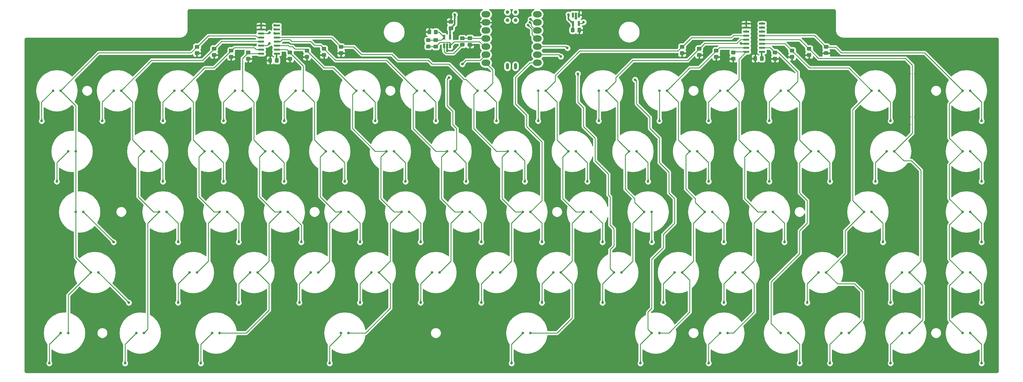
<source format=gbl>
G04 #@! TF.GenerationSoftware,KiCad,Pcbnew,(5.1.8-0-10_14)*
G04 #@! TF.CreationDate,2021-11-24T06:39:13+09:00*
G04 #@! TF.ProjectId,tc69,74633639-2e6b-4696-9361-645f70636258,rev?*
G04 #@! TF.SameCoordinates,Original*
G04 #@! TF.FileFunction,Copper,L2,Bot*
G04 #@! TF.FilePolarity,Positive*
%FSLAX46Y46*%
G04 Gerber Fmt 4.6, Leading zero omitted, Abs format (unit mm)*
G04 Created by KiCad (PCBNEW (5.1.8-0-10_14)) date 2021-11-24 06:39:13*
%MOMM*%
%LPD*%
G01*
G04 APERTURE LIST*
G04 #@! TA.AperFunction,SMDPad,CuDef*
%ADD10R,0.650000X1.560000*%
G04 #@! TD*
G04 #@! TA.AperFunction,SMDPad,CuDef*
%ADD11C,1.143000*%
G04 #@! TD*
G04 #@! TA.AperFunction,SMDPad,CuDef*
%ADD12O,1.016000X2.032000*%
G04 #@! TD*
G04 #@! TA.AperFunction,SMDPad,CuDef*
%ADD13O,2.748280X1.998980*%
G04 #@! TD*
G04 #@! TA.AperFunction,ViaPad*
%ADD14C,0.800000*%
G04 #@! TD*
G04 #@! TA.AperFunction,Conductor*
%ADD15C,0.500000*%
G04 #@! TD*
G04 #@! TA.AperFunction,Conductor*
%ADD16C,0.250000*%
G04 #@! TD*
G04 #@! TA.AperFunction,Conductor*
%ADD17C,0.254000*%
G04 #@! TD*
G04 #@! TA.AperFunction,Conductor*
%ADD18C,0.100000*%
G04 #@! TD*
G04 #@! TA.AperFunction,Conductor*
%ADD19C,0.025400*%
G04 #@! TD*
G04 APERTURE END LIST*
G04 #@! TA.AperFunction,SMDPad,CuDef*
G36*
G01*
X225073627Y-37384406D02*
X225073627Y-36434406D01*
G75*
G02*
X225323627Y-36184406I250000J0D01*
G01*
X225998627Y-36184406D01*
G75*
G02*
X226248627Y-36434406I0J-250000D01*
G01*
X226248627Y-37384406D01*
G75*
G02*
X225998627Y-37634406I-250000J0D01*
G01*
X225323627Y-37634406D01*
G75*
G02*
X225073627Y-37384406I0J250000D01*
G01*
G37*
G04 #@! TD.AperFunction*
G04 #@! TA.AperFunction,SMDPad,CuDef*
G36*
G01*
X222998627Y-37384406D02*
X222998627Y-36434406D01*
G75*
G02*
X223248627Y-36184406I250000J0D01*
G01*
X223923627Y-36184406D01*
G75*
G02*
X224173627Y-36434406I0J-250000D01*
G01*
X224173627Y-37384406D01*
G75*
G02*
X223923627Y-37634406I-250000J0D01*
G01*
X223248627Y-37634406D01*
G75*
G02*
X222998627Y-37384406I0J250000D01*
G01*
G37*
G04 #@! TD.AperFunction*
G04 #@! TA.AperFunction,SMDPad,CuDef*
G36*
G01*
X72673499Y-37979719D02*
X72673499Y-37029719D01*
G75*
G02*
X72923499Y-36779719I250000J0D01*
G01*
X73598499Y-36779719D01*
G75*
G02*
X73848499Y-37029719I0J-250000D01*
G01*
X73848499Y-37979719D01*
G75*
G02*
X73598499Y-38229719I-250000J0D01*
G01*
X72923499Y-38229719D01*
G75*
G02*
X72673499Y-37979719I0J250000D01*
G01*
G37*
G04 #@! TD.AperFunction*
G04 #@! TA.AperFunction,SMDPad,CuDef*
G36*
G01*
X70598499Y-37979719D02*
X70598499Y-37029719D01*
G75*
G02*
X70848499Y-36779719I250000J0D01*
G01*
X71523499Y-36779719D01*
G75*
G02*
X71773499Y-37029719I0J-250000D01*
G01*
X71773499Y-37979719D01*
G75*
G02*
X71523499Y-38229719I-250000J0D01*
G01*
X70848499Y-38229719D01*
G75*
G02*
X70598499Y-37979719I0J250000D01*
G01*
G37*
G04 #@! TD.AperFunction*
G04 #@! TA.AperFunction,SMDPad,CuDef*
G36*
G01*
X127517295Y-26834398D02*
X128467295Y-26834398D01*
G75*
G02*
X128717295Y-27084398I0J-250000D01*
G01*
X128717295Y-27759398D01*
G75*
G02*
X128467295Y-28009398I-250000J0D01*
G01*
X127517295Y-28009398D01*
G75*
G02*
X127267295Y-27759398I0J250000D01*
G01*
X127267295Y-27084398D01*
G75*
G02*
X127517295Y-26834398I250000J0D01*
G01*
G37*
G04 #@! TD.AperFunction*
G04 #@! TA.AperFunction,SMDPad,CuDef*
G36*
G01*
X127517295Y-24759398D02*
X128467295Y-24759398D01*
G75*
G02*
X128717295Y-25009398I0J-250000D01*
G01*
X128717295Y-25684398D01*
G75*
G02*
X128467295Y-25934398I-250000J0D01*
G01*
X127517295Y-25934398D01*
G75*
G02*
X127267295Y-25684398I0J250000D01*
G01*
X127267295Y-25009398D01*
G75*
G02*
X127517295Y-24759398I250000J0D01*
G01*
G37*
G04 #@! TD.AperFunction*
D10*
X127751669Y-32901589D03*
X126801669Y-32901589D03*
X125851669Y-32901589D03*
X125851669Y-30201589D03*
X127751669Y-30201589D03*
G04 #@! TA.AperFunction,SMDPad,CuDef*
G36*
G01*
X121829791Y-28125023D02*
X121829791Y-29025025D01*
G75*
G02*
X121579792Y-29275024I-249999J0D01*
G01*
X120879790Y-29275024D01*
G75*
G02*
X120629791Y-29025025I0J249999D01*
G01*
X120629791Y-28125023D01*
G75*
G02*
X120879790Y-27875024I249999J0D01*
G01*
X121579792Y-27875024D01*
G75*
G02*
X121829791Y-28125023I0J-249999D01*
G01*
G37*
G04 #@! TD.AperFunction*
G04 #@! TA.AperFunction,SMDPad,CuDef*
G36*
G01*
X123829791Y-28125023D02*
X123829791Y-29025025D01*
G75*
G02*
X123579792Y-29275024I-249999J0D01*
G01*
X122879790Y-29275024D01*
G75*
G02*
X122629791Y-29025025I0J249999D01*
G01*
X122629791Y-28125023D01*
G75*
G02*
X122879790Y-27875024I249999J0D01*
G01*
X123579792Y-27875024D01*
G75*
G02*
X123829791Y-28125023I0J-249999D01*
G01*
G37*
G04 #@! TD.AperFunction*
G04 #@! TA.AperFunction,SMDPad,CuDef*
G36*
G01*
X121298540Y-33746902D02*
X120398538Y-33746902D01*
G75*
G02*
X120148539Y-33496903I0J249999D01*
G01*
X120148539Y-32796901D01*
G75*
G02*
X120398538Y-32546902I249999J0D01*
G01*
X121298540Y-32546902D01*
G75*
G02*
X121548539Y-32796901I0J-249999D01*
G01*
X121548539Y-33496903D01*
G75*
G02*
X121298540Y-33746902I-249999J0D01*
G01*
G37*
G04 #@! TD.AperFunction*
G04 #@! TA.AperFunction,SMDPad,CuDef*
G36*
G01*
X121298540Y-31746902D02*
X120398538Y-31746902D01*
G75*
G02*
X120148539Y-31496903I0J249999D01*
G01*
X120148539Y-30796901D01*
G75*
G02*
X120398538Y-30546902I249999J0D01*
G01*
X121298540Y-30546902D01*
G75*
G02*
X121548539Y-30796901I0J-249999D01*
G01*
X121548539Y-31496903D01*
G75*
G02*
X121298540Y-31746902I-249999J0D01*
G01*
G37*
G04 #@! TD.AperFunction*
G04 #@! TA.AperFunction,SMDPad,CuDef*
G36*
G01*
X132014174Y-33151589D02*
X131114172Y-33151589D01*
G75*
G02*
X130864173Y-32901590I0J249999D01*
G01*
X130864173Y-32201588D01*
G75*
G02*
X131114172Y-31951589I249999J0D01*
G01*
X132014174Y-31951589D01*
G75*
G02*
X132264173Y-32201588I0J-249999D01*
G01*
X132264173Y-32901590D01*
G75*
G02*
X132014174Y-33151589I-249999J0D01*
G01*
G37*
G04 #@! TD.AperFunction*
G04 #@! TA.AperFunction,SMDPad,CuDef*
G36*
G01*
X132014174Y-31151589D02*
X131114172Y-31151589D01*
G75*
G02*
X130864173Y-30901590I0J249999D01*
G01*
X130864173Y-30201588D01*
G75*
G02*
X131114172Y-29951589I249999J0D01*
G01*
X132014174Y-29951589D01*
G75*
G02*
X132264173Y-30201588I0J-249999D01*
G01*
X132264173Y-30901590D01*
G75*
G02*
X132014174Y-31151589I-249999J0D01*
G01*
G37*
G04 #@! TD.AperFunction*
G04 #@! TA.AperFunction,SMDPad,CuDef*
G36*
G01*
X123704791Y-33771902D02*
X122754791Y-33771902D01*
G75*
G02*
X122504791Y-33521902I0J250000D01*
G01*
X122504791Y-32846902D01*
G75*
G02*
X122754791Y-32596902I250000J0D01*
G01*
X123704791Y-32596902D01*
G75*
G02*
X123954791Y-32846902I0J-250000D01*
G01*
X123954791Y-33521902D01*
G75*
G02*
X123704791Y-33771902I-250000J0D01*
G01*
G37*
G04 #@! TD.AperFunction*
G04 #@! TA.AperFunction,SMDPad,CuDef*
G36*
G01*
X123704791Y-31696902D02*
X122754791Y-31696902D01*
G75*
G02*
X122504791Y-31446902I0J250000D01*
G01*
X122504791Y-30771902D01*
G75*
G02*
X122754791Y-30521902I250000J0D01*
G01*
X123704791Y-30521902D01*
G75*
G02*
X123954791Y-30771902I0J-250000D01*
G01*
X123954791Y-31446902D01*
G75*
G02*
X123704791Y-31696902I-250000J0D01*
G01*
G37*
G04 #@! TD.AperFunction*
G04 #@! TA.AperFunction,SMDPad,CuDef*
G36*
G01*
X133470425Y-29926589D02*
X134420425Y-29926589D01*
G75*
G02*
X134670425Y-30176589I0J-250000D01*
G01*
X134670425Y-30851589D01*
G75*
G02*
X134420425Y-31101589I-250000J0D01*
G01*
X133470425Y-31101589D01*
G75*
G02*
X133220425Y-30851589I0J250000D01*
G01*
X133220425Y-30176589D01*
G75*
G02*
X133470425Y-29926589I250000J0D01*
G01*
G37*
G04 #@! TD.AperFunction*
G04 #@! TA.AperFunction,SMDPad,CuDef*
G36*
G01*
X133470425Y-32001589D02*
X134420425Y-32001589D01*
G75*
G02*
X134670425Y-32251589I0J-250000D01*
G01*
X134670425Y-32926589D01*
G75*
G02*
X134420425Y-33176589I-250000J0D01*
G01*
X133470425Y-33176589D01*
G75*
G02*
X133220425Y-32926589I0J250000D01*
G01*
X133220425Y-32251589D01*
G75*
G02*
X133470425Y-32001589I250000J0D01*
G01*
G37*
G04 #@! TD.AperFunction*
D11*
X145733203Y-24872413D03*
X148273203Y-24872413D03*
X145733203Y-22332413D03*
X148273203Y-22332413D03*
D12*
X145722006Y-39336600D03*
X148272006Y-39336600D03*
D13*
X155138886Y-23018780D03*
X155138886Y-25558780D03*
X155138886Y-28098780D03*
X155138886Y-30638780D03*
X155138886Y-33178780D03*
X155138886Y-35718780D03*
X155138886Y-38258780D03*
X138974326Y-38258780D03*
X138974326Y-35718780D03*
X138974326Y-33178780D03*
X138974326Y-30638780D03*
X138974326Y-28098780D03*
X138974326Y-25558780D03*
X138974326Y-23018780D03*
G04 #@! TA.AperFunction,SMDPad,CuDef*
G36*
G01*
X67392247Y-35551276D02*
X67392247Y-35251276D01*
G75*
G02*
X67542247Y-35101276I150000J0D01*
G01*
X69192247Y-35101276D01*
G75*
G02*
X69342247Y-35251276I0J-150000D01*
G01*
X69342247Y-35551276D01*
G75*
G02*
X69192247Y-35701276I-150000J0D01*
G01*
X67542247Y-35701276D01*
G75*
G02*
X67392247Y-35551276I0J150000D01*
G01*
G37*
G04 #@! TD.AperFunction*
G04 #@! TA.AperFunction,SMDPad,CuDef*
G36*
G01*
X67392247Y-34281276D02*
X67392247Y-33981276D01*
G75*
G02*
X67542247Y-33831276I150000J0D01*
G01*
X69192247Y-33831276D01*
G75*
G02*
X69342247Y-33981276I0J-150000D01*
G01*
X69342247Y-34281276D01*
G75*
G02*
X69192247Y-34431276I-150000J0D01*
G01*
X67542247Y-34431276D01*
G75*
G02*
X67392247Y-34281276I0J150000D01*
G01*
G37*
G04 #@! TD.AperFunction*
G04 #@! TA.AperFunction,SMDPad,CuDef*
G36*
G01*
X67392247Y-33011276D02*
X67392247Y-32711276D01*
G75*
G02*
X67542247Y-32561276I150000J0D01*
G01*
X69192247Y-32561276D01*
G75*
G02*
X69342247Y-32711276I0J-150000D01*
G01*
X69342247Y-33011276D01*
G75*
G02*
X69192247Y-33161276I-150000J0D01*
G01*
X67542247Y-33161276D01*
G75*
G02*
X67392247Y-33011276I0J150000D01*
G01*
G37*
G04 #@! TD.AperFunction*
G04 #@! TA.AperFunction,SMDPad,CuDef*
G36*
G01*
X67392247Y-31741276D02*
X67392247Y-31441276D01*
G75*
G02*
X67542247Y-31291276I150000J0D01*
G01*
X69192247Y-31291276D01*
G75*
G02*
X69342247Y-31441276I0J-150000D01*
G01*
X69342247Y-31741276D01*
G75*
G02*
X69192247Y-31891276I-150000J0D01*
G01*
X67542247Y-31891276D01*
G75*
G02*
X67392247Y-31741276I0J150000D01*
G01*
G37*
G04 #@! TD.AperFunction*
G04 #@! TA.AperFunction,SMDPad,CuDef*
G36*
G01*
X67392247Y-30471276D02*
X67392247Y-30171276D01*
G75*
G02*
X67542247Y-30021276I150000J0D01*
G01*
X69192247Y-30021276D01*
G75*
G02*
X69342247Y-30171276I0J-150000D01*
G01*
X69342247Y-30471276D01*
G75*
G02*
X69192247Y-30621276I-150000J0D01*
G01*
X67542247Y-30621276D01*
G75*
G02*
X67392247Y-30471276I0J150000D01*
G01*
G37*
G04 #@! TD.AperFunction*
G04 #@! TA.AperFunction,SMDPad,CuDef*
G36*
G01*
X67392247Y-29201276D02*
X67392247Y-28901276D01*
G75*
G02*
X67542247Y-28751276I150000J0D01*
G01*
X69192247Y-28751276D01*
G75*
G02*
X69342247Y-28901276I0J-150000D01*
G01*
X69342247Y-29201276D01*
G75*
G02*
X69192247Y-29351276I-150000J0D01*
G01*
X67542247Y-29351276D01*
G75*
G02*
X67392247Y-29201276I0J150000D01*
G01*
G37*
G04 #@! TD.AperFunction*
G04 #@! TA.AperFunction,SMDPad,CuDef*
G36*
G01*
X67392247Y-27931276D02*
X67392247Y-27631276D01*
G75*
G02*
X67542247Y-27481276I150000J0D01*
G01*
X69192247Y-27481276D01*
G75*
G02*
X69342247Y-27631276I0J-150000D01*
G01*
X69342247Y-27931276D01*
G75*
G02*
X69192247Y-28081276I-150000J0D01*
G01*
X67542247Y-28081276D01*
G75*
G02*
X67392247Y-27931276I0J150000D01*
G01*
G37*
G04 #@! TD.AperFunction*
G04 #@! TA.AperFunction,SMDPad,CuDef*
G36*
G01*
X67392247Y-26661276D02*
X67392247Y-26361276D01*
G75*
G02*
X67542247Y-26211276I150000J0D01*
G01*
X69192247Y-26211276D01*
G75*
G02*
X69342247Y-26361276I0J-150000D01*
G01*
X69342247Y-26661276D01*
G75*
G02*
X69192247Y-26811276I-150000J0D01*
G01*
X67542247Y-26811276D01*
G75*
G02*
X67392247Y-26661276I0J150000D01*
G01*
G37*
G04 #@! TD.AperFunction*
G04 #@! TA.AperFunction,SMDPad,CuDef*
G36*
G01*
X72342247Y-26661276D02*
X72342247Y-26361276D01*
G75*
G02*
X72492247Y-26211276I150000J0D01*
G01*
X74142247Y-26211276D01*
G75*
G02*
X74292247Y-26361276I0J-150000D01*
G01*
X74292247Y-26661276D01*
G75*
G02*
X74142247Y-26811276I-150000J0D01*
G01*
X72492247Y-26811276D01*
G75*
G02*
X72342247Y-26661276I0J150000D01*
G01*
G37*
G04 #@! TD.AperFunction*
G04 #@! TA.AperFunction,SMDPad,CuDef*
G36*
G01*
X72342247Y-27931276D02*
X72342247Y-27631276D01*
G75*
G02*
X72492247Y-27481276I150000J0D01*
G01*
X74142247Y-27481276D01*
G75*
G02*
X74292247Y-27631276I0J-150000D01*
G01*
X74292247Y-27931276D01*
G75*
G02*
X74142247Y-28081276I-150000J0D01*
G01*
X72492247Y-28081276D01*
G75*
G02*
X72342247Y-27931276I0J150000D01*
G01*
G37*
G04 #@! TD.AperFunction*
G04 #@! TA.AperFunction,SMDPad,CuDef*
G36*
G01*
X72342247Y-29201276D02*
X72342247Y-28901276D01*
G75*
G02*
X72492247Y-28751276I150000J0D01*
G01*
X74142247Y-28751276D01*
G75*
G02*
X74292247Y-28901276I0J-150000D01*
G01*
X74292247Y-29201276D01*
G75*
G02*
X74142247Y-29351276I-150000J0D01*
G01*
X72492247Y-29351276D01*
G75*
G02*
X72342247Y-29201276I0J150000D01*
G01*
G37*
G04 #@! TD.AperFunction*
G04 #@! TA.AperFunction,SMDPad,CuDef*
G36*
G01*
X72342247Y-30471276D02*
X72342247Y-30171276D01*
G75*
G02*
X72492247Y-30021276I150000J0D01*
G01*
X74142247Y-30021276D01*
G75*
G02*
X74292247Y-30171276I0J-150000D01*
G01*
X74292247Y-30471276D01*
G75*
G02*
X74142247Y-30621276I-150000J0D01*
G01*
X72492247Y-30621276D01*
G75*
G02*
X72342247Y-30471276I0J150000D01*
G01*
G37*
G04 #@! TD.AperFunction*
G04 #@! TA.AperFunction,SMDPad,CuDef*
G36*
G01*
X72342247Y-31741276D02*
X72342247Y-31441276D01*
G75*
G02*
X72492247Y-31291276I150000J0D01*
G01*
X74142247Y-31291276D01*
G75*
G02*
X74292247Y-31441276I0J-150000D01*
G01*
X74292247Y-31741276D01*
G75*
G02*
X74142247Y-31891276I-150000J0D01*
G01*
X72492247Y-31891276D01*
G75*
G02*
X72342247Y-31741276I0J150000D01*
G01*
G37*
G04 #@! TD.AperFunction*
G04 #@! TA.AperFunction,SMDPad,CuDef*
G36*
G01*
X72342247Y-33011276D02*
X72342247Y-32711276D01*
G75*
G02*
X72492247Y-32561276I150000J0D01*
G01*
X74142247Y-32561276D01*
G75*
G02*
X74292247Y-32711276I0J-150000D01*
G01*
X74292247Y-33011276D01*
G75*
G02*
X74142247Y-33161276I-150000J0D01*
G01*
X72492247Y-33161276D01*
G75*
G02*
X72342247Y-33011276I0J150000D01*
G01*
G37*
G04 #@! TD.AperFunction*
G04 #@! TA.AperFunction,SMDPad,CuDef*
G36*
G01*
X72342247Y-34281276D02*
X72342247Y-33981276D01*
G75*
G02*
X72492247Y-33831276I150000J0D01*
G01*
X74142247Y-33831276D01*
G75*
G02*
X74292247Y-33981276I0J-150000D01*
G01*
X74292247Y-34281276D01*
G75*
G02*
X74142247Y-34431276I-150000J0D01*
G01*
X72492247Y-34431276D01*
G75*
G02*
X72342247Y-34281276I0J150000D01*
G01*
G37*
G04 #@! TD.AperFunction*
G04 #@! TA.AperFunction,SMDPad,CuDef*
G36*
G01*
X72342247Y-35551276D02*
X72342247Y-35251276D01*
G75*
G02*
X72492247Y-35101276I150000J0D01*
G01*
X74142247Y-35101276D01*
G75*
G02*
X74292247Y-35251276I0J-150000D01*
G01*
X74292247Y-35551276D01*
G75*
G02*
X74142247Y-35701276I-150000J0D01*
G01*
X72492247Y-35701276D01*
G75*
G02*
X72342247Y-35551276I0J150000D01*
G01*
G37*
G04 #@! TD.AperFunction*
G04 #@! TA.AperFunction,SMDPad,CuDef*
G36*
G01*
X245414268Y-34610967D02*
X246314270Y-34610967D01*
G75*
G02*
X246564269Y-34860966I0J-249999D01*
G01*
X246564269Y-35560968D01*
G75*
G02*
X246314270Y-35810967I-249999J0D01*
G01*
X245414268Y-35810967D01*
G75*
G02*
X245164269Y-35560968I0J249999D01*
G01*
X245164269Y-34860966D01*
G75*
G02*
X245414268Y-34610967I249999J0D01*
G01*
G37*
G04 #@! TD.AperFunction*
G04 #@! TA.AperFunction,SMDPad,CuDef*
G36*
G01*
X245414268Y-32610967D02*
X246314270Y-32610967D01*
G75*
G02*
X246564269Y-32860966I0J-249999D01*
G01*
X246564269Y-33560968D01*
G75*
G02*
X246314270Y-33810967I-249999J0D01*
G01*
X245414268Y-33810967D01*
G75*
G02*
X245164269Y-33560968I0J249999D01*
G01*
X245164269Y-32860966D01*
G75*
G02*
X245414268Y-32610967I249999J0D01*
G01*
G37*
G04 #@! TD.AperFunction*
G04 #@! TA.AperFunction,SMDPad,CuDef*
G36*
G01*
X240056451Y-35206280D02*
X240956453Y-35206280D01*
G75*
G02*
X241206452Y-35456279I0J-249999D01*
G01*
X241206452Y-36156281D01*
G75*
G02*
X240956453Y-36406280I-249999J0D01*
G01*
X240056451Y-36406280D01*
G75*
G02*
X239806452Y-36156281I0J249999D01*
G01*
X239806452Y-35456279D01*
G75*
G02*
X240056451Y-35206280I249999J0D01*
G01*
G37*
G04 #@! TD.AperFunction*
G04 #@! TA.AperFunction,SMDPad,CuDef*
G36*
G01*
X240056451Y-33206280D02*
X240956453Y-33206280D01*
G75*
G02*
X241206452Y-33456279I0J-249999D01*
G01*
X241206452Y-34156281D01*
G75*
G02*
X240956453Y-34406280I-249999J0D01*
G01*
X240056451Y-34406280D01*
G75*
G02*
X239806452Y-34156281I0J249999D01*
G01*
X239806452Y-33456279D01*
G75*
G02*
X240056451Y-33206280I249999J0D01*
G01*
G37*
G04 #@! TD.AperFunction*
G04 #@! TA.AperFunction,SMDPad,CuDef*
G36*
G01*
X234698634Y-35801593D02*
X235598636Y-35801593D01*
G75*
G02*
X235848635Y-36051592I0J-249999D01*
G01*
X235848635Y-36751594D01*
G75*
G02*
X235598636Y-37001593I-249999J0D01*
G01*
X234698634Y-37001593D01*
G75*
G02*
X234448635Y-36751594I0J249999D01*
G01*
X234448635Y-36051592D01*
G75*
G02*
X234698634Y-35801593I249999J0D01*
G01*
G37*
G04 #@! TD.AperFunction*
G04 #@! TA.AperFunction,SMDPad,CuDef*
G36*
G01*
X234698634Y-33801593D02*
X235598636Y-33801593D01*
G75*
G02*
X235848635Y-34051592I0J-249999D01*
G01*
X235848635Y-34751594D01*
G75*
G02*
X235598636Y-35001593I-249999J0D01*
G01*
X234698634Y-35001593D01*
G75*
G02*
X234448635Y-34751594I0J249999D01*
G01*
X234448635Y-34051592D01*
G75*
G02*
X234698634Y-33801593I249999J0D01*
G01*
G37*
G04 #@! TD.AperFunction*
G04 #@! TA.AperFunction,SMDPad,CuDef*
G36*
G01*
X229340817Y-36396906D02*
X230240819Y-36396906D01*
G75*
G02*
X230490818Y-36646905I0J-249999D01*
G01*
X230490818Y-37346907D01*
G75*
G02*
X230240819Y-37596906I-249999J0D01*
G01*
X229340817Y-37596906D01*
G75*
G02*
X229090818Y-37346907I0J249999D01*
G01*
X229090818Y-36646905D01*
G75*
G02*
X229340817Y-36396906I249999J0D01*
G01*
G37*
G04 #@! TD.AperFunction*
G04 #@! TA.AperFunction,SMDPad,CuDef*
G36*
G01*
X229340817Y-34396906D02*
X230240819Y-34396906D01*
G75*
G02*
X230490818Y-34646905I0J-249999D01*
G01*
X230490818Y-35346907D01*
G75*
G02*
X230240819Y-35596906I-249999J0D01*
G01*
X229340817Y-35596906D01*
G75*
G02*
X229090818Y-35346907I0J249999D01*
G01*
X229090818Y-34646905D01*
G75*
G02*
X229340817Y-34396906I249999J0D01*
G01*
G37*
G04 #@! TD.AperFunction*
G04 #@! TA.AperFunction,SMDPad,CuDef*
G36*
G01*
X216243931Y-36396906D02*
X217143933Y-36396906D01*
G75*
G02*
X217393932Y-36646905I0J-249999D01*
G01*
X217393932Y-37346907D01*
G75*
G02*
X217143933Y-37596906I-249999J0D01*
G01*
X216243931Y-37596906D01*
G75*
G02*
X215993932Y-37346907I0J249999D01*
G01*
X215993932Y-36646905D01*
G75*
G02*
X216243931Y-36396906I249999J0D01*
G01*
G37*
G04 #@! TD.AperFunction*
G04 #@! TA.AperFunction,SMDPad,CuDef*
G36*
G01*
X216243931Y-34396906D02*
X217143933Y-34396906D01*
G75*
G02*
X217393932Y-34646905I0J-249999D01*
G01*
X217393932Y-35346907D01*
G75*
G02*
X217143933Y-35596906I-249999J0D01*
G01*
X216243931Y-35596906D01*
G75*
G02*
X215993932Y-35346907I0J249999D01*
G01*
X215993932Y-34646905D01*
G75*
G02*
X216243931Y-34396906I249999J0D01*
G01*
G37*
G04 #@! TD.AperFunction*
G04 #@! TA.AperFunction,SMDPad,CuDef*
G36*
G01*
X210886114Y-35801593D02*
X211786116Y-35801593D01*
G75*
G02*
X212036115Y-36051592I0J-249999D01*
G01*
X212036115Y-36751594D01*
G75*
G02*
X211786116Y-37001593I-249999J0D01*
G01*
X210886114Y-37001593D01*
G75*
G02*
X210636115Y-36751594I0J249999D01*
G01*
X210636115Y-36051592D01*
G75*
G02*
X210886114Y-35801593I249999J0D01*
G01*
G37*
G04 #@! TD.AperFunction*
G04 #@! TA.AperFunction,SMDPad,CuDef*
G36*
G01*
X210886114Y-33801593D02*
X211786116Y-33801593D01*
G75*
G02*
X212036115Y-34051592I0J-249999D01*
G01*
X212036115Y-34751594D01*
G75*
G02*
X211786116Y-35001593I-249999J0D01*
G01*
X210886114Y-35001593D01*
G75*
G02*
X210636115Y-34751594I0J249999D01*
G01*
X210636115Y-34051592D01*
G75*
G02*
X210886114Y-33801593I249999J0D01*
G01*
G37*
G04 #@! TD.AperFunction*
G04 #@! TA.AperFunction,SMDPad,CuDef*
G36*
G01*
X205528297Y-35206280D02*
X206428299Y-35206280D01*
G75*
G02*
X206678298Y-35456279I0J-249999D01*
G01*
X206678298Y-36156281D01*
G75*
G02*
X206428299Y-36406280I-249999J0D01*
G01*
X205528297Y-36406280D01*
G75*
G02*
X205278298Y-36156281I0J249999D01*
G01*
X205278298Y-35456279D01*
G75*
G02*
X205528297Y-35206280I249999J0D01*
G01*
G37*
G04 #@! TD.AperFunction*
G04 #@! TA.AperFunction,SMDPad,CuDef*
G36*
G01*
X205528297Y-33206280D02*
X206428299Y-33206280D01*
G75*
G02*
X206678298Y-33456279I0J-249999D01*
G01*
X206678298Y-34156281D01*
G75*
G02*
X206428299Y-34406280I-249999J0D01*
G01*
X205528297Y-34406280D01*
G75*
G02*
X205278298Y-34156281I0J249999D01*
G01*
X205278298Y-33456279D01*
G75*
G02*
X205528297Y-33206280I249999J0D01*
G01*
G37*
G04 #@! TD.AperFunction*
G04 #@! TA.AperFunction,SMDPad,CuDef*
G36*
G01*
X200170480Y-34610967D02*
X201070482Y-34610967D01*
G75*
G02*
X201320481Y-34860966I0J-249999D01*
G01*
X201320481Y-35560968D01*
G75*
G02*
X201070482Y-35810967I-249999J0D01*
G01*
X200170480Y-35810967D01*
G75*
G02*
X199920481Y-35560968I0J249999D01*
G01*
X199920481Y-34860966D01*
G75*
G02*
X200170480Y-34610967I249999J0D01*
G01*
G37*
G04 #@! TD.AperFunction*
G04 #@! TA.AperFunction,SMDPad,CuDef*
G36*
G01*
X200170480Y-32610967D02*
X201070482Y-32610967D01*
G75*
G02*
X201320481Y-32860966I0J-249999D01*
G01*
X201320481Y-33560968D01*
G75*
G02*
X201070482Y-33810967I-249999J0D01*
G01*
X200170480Y-33810967D01*
G75*
G02*
X199920481Y-33560968I0J249999D01*
G01*
X199920481Y-32860966D01*
G75*
G02*
X200170480Y-32610967I249999J0D01*
G01*
G37*
G04 #@! TD.AperFunction*
G04 #@! TA.AperFunction,SMDPad,CuDef*
G36*
G01*
X93014140Y-34610967D02*
X93914142Y-34610967D01*
G75*
G02*
X94164141Y-34860966I0J-249999D01*
G01*
X94164141Y-35560968D01*
G75*
G02*
X93914142Y-35810967I-249999J0D01*
G01*
X93014140Y-35810967D01*
G75*
G02*
X92764141Y-35560968I0J249999D01*
G01*
X92764141Y-34860966D01*
G75*
G02*
X93014140Y-34610967I249999J0D01*
G01*
G37*
G04 #@! TD.AperFunction*
G04 #@! TA.AperFunction,SMDPad,CuDef*
G36*
G01*
X93014140Y-32610967D02*
X93914142Y-32610967D01*
G75*
G02*
X94164141Y-32860966I0J-249999D01*
G01*
X94164141Y-33560968D01*
G75*
G02*
X93914142Y-33810967I-249999J0D01*
G01*
X93014140Y-33810967D01*
G75*
G02*
X92764141Y-33560968I0J249999D01*
G01*
X92764141Y-32860966D01*
G75*
G02*
X93014140Y-32610967I249999J0D01*
G01*
G37*
G04 #@! TD.AperFunction*
G04 #@! TA.AperFunction,SMDPad,CuDef*
G36*
G01*
X87656323Y-35206280D02*
X88556325Y-35206280D01*
G75*
G02*
X88806324Y-35456279I0J-249999D01*
G01*
X88806324Y-36156281D01*
G75*
G02*
X88556325Y-36406280I-249999J0D01*
G01*
X87656323Y-36406280D01*
G75*
G02*
X87406324Y-36156281I0J249999D01*
G01*
X87406324Y-35456279D01*
G75*
G02*
X87656323Y-35206280I249999J0D01*
G01*
G37*
G04 #@! TD.AperFunction*
G04 #@! TA.AperFunction,SMDPad,CuDef*
G36*
G01*
X87656323Y-33206280D02*
X88556325Y-33206280D01*
G75*
G02*
X88806324Y-33456279I0J-249999D01*
G01*
X88806324Y-34156281D01*
G75*
G02*
X88556325Y-34406280I-249999J0D01*
G01*
X87656323Y-34406280D01*
G75*
G02*
X87406324Y-34156281I0J249999D01*
G01*
X87406324Y-33456279D01*
G75*
G02*
X87656323Y-33206280I249999J0D01*
G01*
G37*
G04 #@! TD.AperFunction*
G04 #@! TA.AperFunction,SMDPad,CuDef*
G36*
G01*
X82298506Y-35801593D02*
X83198508Y-35801593D01*
G75*
G02*
X83448507Y-36051592I0J-249999D01*
G01*
X83448507Y-36751594D01*
G75*
G02*
X83198508Y-37001593I-249999J0D01*
G01*
X82298506Y-37001593D01*
G75*
G02*
X82048507Y-36751594I0J249999D01*
G01*
X82048507Y-36051592D01*
G75*
G02*
X82298506Y-35801593I249999J0D01*
G01*
G37*
G04 #@! TD.AperFunction*
G04 #@! TA.AperFunction,SMDPad,CuDef*
G36*
G01*
X82298506Y-33801593D02*
X83198508Y-33801593D01*
G75*
G02*
X83448507Y-34051592I0J-249999D01*
G01*
X83448507Y-34751594D01*
G75*
G02*
X83198508Y-35001593I-249999J0D01*
G01*
X82298506Y-35001593D01*
G75*
G02*
X82048507Y-34751594I0J249999D01*
G01*
X82048507Y-34051592D01*
G75*
G02*
X82298506Y-33801593I249999J0D01*
G01*
G37*
G04 #@! TD.AperFunction*
G04 #@! TA.AperFunction,SMDPad,CuDef*
G36*
G01*
X76940689Y-36396906D02*
X77840691Y-36396906D01*
G75*
G02*
X78090690Y-36646905I0J-249999D01*
G01*
X78090690Y-37346907D01*
G75*
G02*
X77840691Y-37596906I-249999J0D01*
G01*
X76940689Y-37596906D01*
G75*
G02*
X76690690Y-37346907I0J249999D01*
G01*
X76690690Y-36646905D01*
G75*
G02*
X76940689Y-36396906I249999J0D01*
G01*
G37*
G04 #@! TD.AperFunction*
G04 #@! TA.AperFunction,SMDPad,CuDef*
G36*
G01*
X76940689Y-34396906D02*
X77840691Y-34396906D01*
G75*
G02*
X78090690Y-34646905I0J-249999D01*
G01*
X78090690Y-35346907D01*
G75*
G02*
X77840691Y-35596906I-249999J0D01*
G01*
X76940689Y-35596906D01*
G75*
G02*
X76690690Y-35346907I0J249999D01*
G01*
X76690690Y-34646905D01*
G75*
G02*
X76940689Y-34396906I249999J0D01*
G01*
G37*
G04 #@! TD.AperFunction*
G04 #@! TA.AperFunction,SMDPad,CuDef*
G36*
G01*
X63843803Y-36396906D02*
X64743805Y-36396906D01*
G75*
G02*
X64993804Y-36646905I0J-249999D01*
G01*
X64993804Y-37346907D01*
G75*
G02*
X64743805Y-37596906I-249999J0D01*
G01*
X63843803Y-37596906D01*
G75*
G02*
X63593804Y-37346907I0J249999D01*
G01*
X63593804Y-36646905D01*
G75*
G02*
X63843803Y-36396906I249999J0D01*
G01*
G37*
G04 #@! TD.AperFunction*
G04 #@! TA.AperFunction,SMDPad,CuDef*
G36*
G01*
X63843803Y-34396906D02*
X64743805Y-34396906D01*
G75*
G02*
X64993804Y-34646905I0J-249999D01*
G01*
X64993804Y-35346907D01*
G75*
G02*
X64743805Y-35596906I-249999J0D01*
G01*
X63843803Y-35596906D01*
G75*
G02*
X63593804Y-35346907I0J249999D01*
G01*
X63593804Y-34646905D01*
G75*
G02*
X63843803Y-34396906I249999J0D01*
G01*
G37*
G04 #@! TD.AperFunction*
G04 #@! TA.AperFunction,SMDPad,CuDef*
G36*
G01*
X58485986Y-35801593D02*
X59385988Y-35801593D01*
G75*
G02*
X59635987Y-36051592I0J-249999D01*
G01*
X59635987Y-36751594D01*
G75*
G02*
X59385988Y-37001593I-249999J0D01*
G01*
X58485986Y-37001593D01*
G75*
G02*
X58235987Y-36751594I0J249999D01*
G01*
X58235987Y-36051592D01*
G75*
G02*
X58485986Y-35801593I249999J0D01*
G01*
G37*
G04 #@! TD.AperFunction*
G04 #@! TA.AperFunction,SMDPad,CuDef*
G36*
G01*
X58485986Y-33801593D02*
X59385988Y-33801593D01*
G75*
G02*
X59635987Y-34051592I0J-249999D01*
G01*
X59635987Y-34751594D01*
G75*
G02*
X59385988Y-35001593I-249999J0D01*
G01*
X58485986Y-35001593D01*
G75*
G02*
X58235987Y-34751594I0J249999D01*
G01*
X58235987Y-34051592D01*
G75*
G02*
X58485986Y-33801593I249999J0D01*
G01*
G37*
G04 #@! TD.AperFunction*
G04 #@! TA.AperFunction,SMDPad,CuDef*
G36*
G01*
X53128169Y-35206280D02*
X54028171Y-35206280D01*
G75*
G02*
X54278170Y-35456279I0J-249999D01*
G01*
X54278170Y-36156281D01*
G75*
G02*
X54028171Y-36406280I-249999J0D01*
G01*
X53128169Y-36406280D01*
G75*
G02*
X52878170Y-36156281I0J249999D01*
G01*
X52878170Y-35456279D01*
G75*
G02*
X53128169Y-35206280I249999J0D01*
G01*
G37*
G04 #@! TD.AperFunction*
G04 #@! TA.AperFunction,SMDPad,CuDef*
G36*
G01*
X53128169Y-33206280D02*
X54028171Y-33206280D01*
G75*
G02*
X54278170Y-33456279I0J-249999D01*
G01*
X54278170Y-34156281D01*
G75*
G02*
X54028171Y-34406280I-249999J0D01*
G01*
X53128169Y-34406280D01*
G75*
G02*
X52878170Y-34156281I0J249999D01*
G01*
X52878170Y-33456279D01*
G75*
G02*
X53128169Y-33206280I249999J0D01*
G01*
G37*
G04 #@! TD.AperFunction*
G04 #@! TA.AperFunction,SMDPad,CuDef*
G36*
G01*
X47770352Y-34610967D02*
X48670354Y-34610967D01*
G75*
G02*
X48920353Y-34860966I0J-249999D01*
G01*
X48920353Y-35560968D01*
G75*
G02*
X48670354Y-35810967I-249999J0D01*
G01*
X47770352Y-35810967D01*
G75*
G02*
X47520353Y-35560968I0J249999D01*
G01*
X47520353Y-34860966D01*
G75*
G02*
X47770352Y-34610967I249999J0D01*
G01*
G37*
G04 #@! TD.AperFunction*
G04 #@! TA.AperFunction,SMDPad,CuDef*
G36*
G01*
X47770352Y-32610967D02*
X48670354Y-32610967D01*
G75*
G02*
X48920353Y-32860966I0J-249999D01*
G01*
X48920353Y-33560968D01*
G75*
G02*
X48670354Y-33810967I-249999J0D01*
G01*
X47770352Y-33810967D01*
G75*
G02*
X47520353Y-33560968I0J249999D01*
G01*
X47520353Y-32860966D01*
G75*
G02*
X47770352Y-32610967I249999J0D01*
G01*
G37*
G04 #@! TD.AperFunction*
G04 #@! TA.AperFunction,SMDPad,CuDef*
G36*
G01*
X166832953Y-27504711D02*
X166832953Y-28454711D01*
G75*
G02*
X166582953Y-28704711I-250000J0D01*
G01*
X165907953Y-28704711D01*
G75*
G02*
X165657953Y-28454711I0J250000D01*
G01*
X165657953Y-27504711D01*
G75*
G02*
X165907953Y-27254711I250000J0D01*
G01*
X166582953Y-27254711D01*
G75*
G02*
X166832953Y-27504711I0J-250000D01*
G01*
G37*
G04 #@! TD.AperFunction*
G04 #@! TA.AperFunction,SMDPad,CuDef*
G36*
G01*
X168907953Y-27504711D02*
X168907953Y-28454711D01*
G75*
G02*
X168657953Y-28704711I-250000J0D01*
G01*
X167982953Y-28704711D01*
G75*
G02*
X167732953Y-28454711I0J250000D01*
G01*
X167732953Y-27504711D01*
G75*
G02*
X167982953Y-27254711I250000J0D01*
G01*
X168657953Y-27254711D01*
G75*
G02*
X168907953Y-27504711I0J-250000D01*
G01*
G37*
G04 #@! TD.AperFunction*
G04 #@! TA.AperFunction,SMDPad,CuDef*
G36*
G01*
X224742375Y-34955963D02*
X224742375Y-34655963D01*
G75*
G02*
X224892375Y-34505963I150000J0D01*
G01*
X226542375Y-34505963D01*
G75*
G02*
X226692375Y-34655963I0J-150000D01*
G01*
X226692375Y-34955963D01*
G75*
G02*
X226542375Y-35105963I-150000J0D01*
G01*
X224892375Y-35105963D01*
G75*
G02*
X224742375Y-34955963I0J150000D01*
G01*
G37*
G04 #@! TD.AperFunction*
G04 #@! TA.AperFunction,SMDPad,CuDef*
G36*
G01*
X224742375Y-33685963D02*
X224742375Y-33385963D01*
G75*
G02*
X224892375Y-33235963I150000J0D01*
G01*
X226542375Y-33235963D01*
G75*
G02*
X226692375Y-33385963I0J-150000D01*
G01*
X226692375Y-33685963D01*
G75*
G02*
X226542375Y-33835963I-150000J0D01*
G01*
X224892375Y-33835963D01*
G75*
G02*
X224742375Y-33685963I0J150000D01*
G01*
G37*
G04 #@! TD.AperFunction*
G04 #@! TA.AperFunction,SMDPad,CuDef*
G36*
G01*
X224742375Y-32415963D02*
X224742375Y-32115963D01*
G75*
G02*
X224892375Y-31965963I150000J0D01*
G01*
X226542375Y-31965963D01*
G75*
G02*
X226692375Y-32115963I0J-150000D01*
G01*
X226692375Y-32415963D01*
G75*
G02*
X226542375Y-32565963I-150000J0D01*
G01*
X224892375Y-32565963D01*
G75*
G02*
X224742375Y-32415963I0J150000D01*
G01*
G37*
G04 #@! TD.AperFunction*
G04 #@! TA.AperFunction,SMDPad,CuDef*
G36*
G01*
X224742375Y-31145963D02*
X224742375Y-30845963D01*
G75*
G02*
X224892375Y-30695963I150000J0D01*
G01*
X226542375Y-30695963D01*
G75*
G02*
X226692375Y-30845963I0J-150000D01*
G01*
X226692375Y-31145963D01*
G75*
G02*
X226542375Y-31295963I-150000J0D01*
G01*
X224892375Y-31295963D01*
G75*
G02*
X224742375Y-31145963I0J150000D01*
G01*
G37*
G04 #@! TD.AperFunction*
G04 #@! TA.AperFunction,SMDPad,CuDef*
G36*
G01*
X224742375Y-29875963D02*
X224742375Y-29575963D01*
G75*
G02*
X224892375Y-29425963I150000J0D01*
G01*
X226542375Y-29425963D01*
G75*
G02*
X226692375Y-29575963I0J-150000D01*
G01*
X226692375Y-29875963D01*
G75*
G02*
X226542375Y-30025963I-150000J0D01*
G01*
X224892375Y-30025963D01*
G75*
G02*
X224742375Y-29875963I0J150000D01*
G01*
G37*
G04 #@! TD.AperFunction*
G04 #@! TA.AperFunction,SMDPad,CuDef*
G36*
G01*
X224742375Y-28605963D02*
X224742375Y-28305963D01*
G75*
G02*
X224892375Y-28155963I150000J0D01*
G01*
X226542375Y-28155963D01*
G75*
G02*
X226692375Y-28305963I0J-150000D01*
G01*
X226692375Y-28605963D01*
G75*
G02*
X226542375Y-28755963I-150000J0D01*
G01*
X224892375Y-28755963D01*
G75*
G02*
X224742375Y-28605963I0J150000D01*
G01*
G37*
G04 #@! TD.AperFunction*
G04 #@! TA.AperFunction,SMDPad,CuDef*
G36*
G01*
X224742375Y-27335963D02*
X224742375Y-27035963D01*
G75*
G02*
X224892375Y-26885963I150000J0D01*
G01*
X226542375Y-26885963D01*
G75*
G02*
X226692375Y-27035963I0J-150000D01*
G01*
X226692375Y-27335963D01*
G75*
G02*
X226542375Y-27485963I-150000J0D01*
G01*
X224892375Y-27485963D01*
G75*
G02*
X224742375Y-27335963I0J150000D01*
G01*
G37*
G04 #@! TD.AperFunction*
G04 #@! TA.AperFunction,SMDPad,CuDef*
G36*
G01*
X224742375Y-26065963D02*
X224742375Y-25765963D01*
G75*
G02*
X224892375Y-25615963I150000J0D01*
G01*
X226542375Y-25615963D01*
G75*
G02*
X226692375Y-25765963I0J-150000D01*
G01*
X226692375Y-26065963D01*
G75*
G02*
X226542375Y-26215963I-150000J0D01*
G01*
X224892375Y-26215963D01*
G75*
G02*
X224742375Y-26065963I0J150000D01*
G01*
G37*
G04 #@! TD.AperFunction*
G04 #@! TA.AperFunction,SMDPad,CuDef*
G36*
G01*
X219792375Y-26065963D02*
X219792375Y-25765963D01*
G75*
G02*
X219942375Y-25615963I150000J0D01*
G01*
X221592375Y-25615963D01*
G75*
G02*
X221742375Y-25765963I0J-150000D01*
G01*
X221742375Y-26065963D01*
G75*
G02*
X221592375Y-26215963I-150000J0D01*
G01*
X219942375Y-26215963D01*
G75*
G02*
X219792375Y-26065963I0J150000D01*
G01*
G37*
G04 #@! TD.AperFunction*
G04 #@! TA.AperFunction,SMDPad,CuDef*
G36*
G01*
X219792375Y-27335963D02*
X219792375Y-27035963D01*
G75*
G02*
X219942375Y-26885963I150000J0D01*
G01*
X221592375Y-26885963D01*
G75*
G02*
X221742375Y-27035963I0J-150000D01*
G01*
X221742375Y-27335963D01*
G75*
G02*
X221592375Y-27485963I-150000J0D01*
G01*
X219942375Y-27485963D01*
G75*
G02*
X219792375Y-27335963I0J150000D01*
G01*
G37*
G04 #@! TD.AperFunction*
G04 #@! TA.AperFunction,SMDPad,CuDef*
G36*
G01*
X219792375Y-28605963D02*
X219792375Y-28305963D01*
G75*
G02*
X219942375Y-28155963I150000J0D01*
G01*
X221592375Y-28155963D01*
G75*
G02*
X221742375Y-28305963I0J-150000D01*
G01*
X221742375Y-28605963D01*
G75*
G02*
X221592375Y-28755963I-150000J0D01*
G01*
X219942375Y-28755963D01*
G75*
G02*
X219792375Y-28605963I0J150000D01*
G01*
G37*
G04 #@! TD.AperFunction*
G04 #@! TA.AperFunction,SMDPad,CuDef*
G36*
G01*
X219792375Y-29875963D02*
X219792375Y-29575963D01*
G75*
G02*
X219942375Y-29425963I150000J0D01*
G01*
X221592375Y-29425963D01*
G75*
G02*
X221742375Y-29575963I0J-150000D01*
G01*
X221742375Y-29875963D01*
G75*
G02*
X221592375Y-30025963I-150000J0D01*
G01*
X219942375Y-30025963D01*
G75*
G02*
X219792375Y-29875963I0J150000D01*
G01*
G37*
G04 #@! TD.AperFunction*
G04 #@! TA.AperFunction,SMDPad,CuDef*
G36*
G01*
X219792375Y-31145963D02*
X219792375Y-30845963D01*
G75*
G02*
X219942375Y-30695963I150000J0D01*
G01*
X221592375Y-30695963D01*
G75*
G02*
X221742375Y-30845963I0J-150000D01*
G01*
X221742375Y-31145963D01*
G75*
G02*
X221592375Y-31295963I-150000J0D01*
G01*
X219942375Y-31295963D01*
G75*
G02*
X219792375Y-31145963I0J150000D01*
G01*
G37*
G04 #@! TD.AperFunction*
G04 #@! TA.AperFunction,SMDPad,CuDef*
G36*
G01*
X219792375Y-32415963D02*
X219792375Y-32115963D01*
G75*
G02*
X219942375Y-31965963I150000J0D01*
G01*
X221592375Y-31965963D01*
G75*
G02*
X221742375Y-32115963I0J-150000D01*
G01*
X221742375Y-32415963D01*
G75*
G02*
X221592375Y-32565963I-150000J0D01*
G01*
X219942375Y-32565963D01*
G75*
G02*
X219792375Y-32415963I0J150000D01*
G01*
G37*
G04 #@! TD.AperFunction*
G04 #@! TA.AperFunction,SMDPad,CuDef*
G36*
G01*
X219792375Y-33685963D02*
X219792375Y-33385963D01*
G75*
G02*
X219942375Y-33235963I150000J0D01*
G01*
X221592375Y-33235963D01*
G75*
G02*
X221742375Y-33385963I0J-150000D01*
G01*
X221742375Y-33685963D01*
G75*
G02*
X221592375Y-33835963I-150000J0D01*
G01*
X219942375Y-33835963D01*
G75*
G02*
X219792375Y-33685963I0J150000D01*
G01*
G37*
G04 #@! TD.AperFunction*
G04 #@! TA.AperFunction,SMDPad,CuDef*
G36*
G01*
X219792375Y-34955963D02*
X219792375Y-34655963D01*
G75*
G02*
X219942375Y-34505963I150000J0D01*
G01*
X221592375Y-34505963D01*
G75*
G02*
X221742375Y-34655963I0J-150000D01*
G01*
X221742375Y-34955963D01*
G75*
G02*
X221592375Y-35105963I-150000J0D01*
G01*
X219942375Y-35105963D01*
G75*
G02*
X219792375Y-34955963I0J150000D01*
G01*
G37*
G04 #@! TD.AperFunction*
D10*
X166332953Y-23217207D03*
X167282953Y-23217207D03*
X168232953Y-23217207D03*
X168232953Y-25917207D03*
X166332953Y-25917207D03*
D14*
X98226645Y-55364109D03*
X117276661Y-55364109D03*
X136326677Y-55364109D03*
X183951717Y-74414125D03*
X203001733Y-74414125D03*
X192286099Y-114895409D03*
X31551589Y-114895409D03*
X136326677Y-39290658D03*
X151804815Y-41076597D03*
X232172070Y-39290658D03*
X216693932Y-39290658D03*
X180379839Y-40481284D03*
X6548443Y-130968860D03*
X30360963Y-130968860D03*
X54173483Y-130968860D03*
X94654767Y-130968860D03*
X151804815Y-130968860D03*
X192286099Y-130968860D03*
X213717367Y-130968860D03*
X232767383Y-130968860D03*
X251817399Y-130968860D03*
X270867415Y-130968860D03*
X289917431Y-130968860D03*
X8929695Y-74414125D03*
X8929695Y-57745361D03*
X64293804Y-39290658D03*
X60721926Y-39290658D03*
X83343820Y-39290658D03*
X79771942Y-39290658D03*
X95845393Y-35123467D03*
X80367255Y-35123467D03*
X90487576Y-41671910D03*
X92868828Y-39290658D03*
X109537592Y-41671910D03*
X111918844Y-39290658D03*
X51196918Y-41671910D03*
X48815666Y-39290658D03*
X29765650Y-39290658D03*
X32146902Y-41671910D03*
X13096886Y-41671910D03*
X10715634Y-39290658D03*
X127396982Y-41076597D03*
X129182921Y-42862536D03*
X131564173Y-40481284D03*
X129778234Y-38695345D03*
X52387544Y-32146902D03*
X52387544Y-28575024D03*
X56554735Y-33337528D03*
X61317239Y-35123467D03*
X20835955Y-30956276D03*
X-5357817Y-41671910D03*
X-5357817Y-59531300D03*
X-5357817Y-77390690D03*
X-5357817Y-95250080D03*
X-5357817Y-113109470D03*
X8929695Y-55364109D03*
X11310947Y-55364109D03*
X26789085Y-55364109D03*
X29170337Y-55364109D03*
X45839101Y-55364109D03*
X48220353Y-55364109D03*
X64889117Y-55364109D03*
X67270369Y-55364109D03*
X83939133Y-55364109D03*
X86320385Y-55364109D03*
X160139197Y-55364109D03*
X162520449Y-55364109D03*
X179189213Y-55364109D03*
X181570465Y-55364109D03*
X188714221Y-55364109D03*
X191690786Y-55364109D03*
X198239229Y-55364109D03*
X200620481Y-55364109D03*
X217289245Y-55364109D03*
X219670497Y-55364109D03*
X236339261Y-55364109D03*
X238720513Y-55364109D03*
X236339261Y-57745361D03*
X217289245Y-57745361D03*
X198239229Y-57745361D03*
X179189213Y-57745361D03*
X189309534Y-57745361D03*
X160139197Y-57745361D03*
X83939133Y-57745361D03*
X64889117Y-57745361D03*
X45839101Y-57745361D03*
X26789085Y-57745361D03*
X223242375Y-33932841D03*
X203597046Y-32742215D03*
X208954863Y-33932841D03*
X232172070Y-33932841D03*
X236339261Y-32742215D03*
X241101765Y-31551589D03*
X11310947Y-74414125D03*
X8929695Y-76795377D03*
X155376693Y-74414125D03*
X238720513Y-74414125D03*
X236339261Y-74414125D03*
X236339261Y-76795377D03*
X6548443Y-93464141D03*
X4167191Y-93464141D03*
X33932841Y-93464141D03*
X31551589Y-93464141D03*
X31551589Y-95845393D03*
X52982857Y-93464141D03*
X50601605Y-93464141D03*
X50601605Y-95845393D03*
X72032873Y-93464141D03*
X69651621Y-93464141D03*
X69651621Y-95845393D03*
X91082889Y-93464141D03*
X88701637Y-93464141D03*
X88701637Y-95845393D03*
X110132905Y-93464141D03*
X107751653Y-93464141D03*
X107751653Y-95845393D03*
X129182921Y-93464141D03*
X126801669Y-93464141D03*
X126801669Y-95845393D03*
X148232937Y-93464141D03*
X145851685Y-93464141D03*
X145851685Y-95845393D03*
X167282953Y-93464141D03*
X164901701Y-93464141D03*
X164901701Y-95845393D03*
X205382985Y-93464141D03*
X203001733Y-93464141D03*
X203001733Y-95845393D03*
X224433001Y-93464141D03*
X222051749Y-93464141D03*
X222051749Y-95845393D03*
X238720513Y-93464141D03*
X236339261Y-93464141D03*
X236339261Y-95845393D03*
X253008025Y-93464141D03*
X250626773Y-93464141D03*
X250626773Y-95845393D03*
X4167191Y-112514157D03*
X33932841Y-112514157D03*
X72032873Y-112514157D03*
X69651621Y-112514157D03*
X69651621Y-114895409D03*
X107751653Y-112514157D03*
X107751653Y-114895409D03*
X110132905Y-112514157D03*
X167282953Y-112514157D03*
X164901701Y-112514157D03*
X164901701Y-114895409D03*
X201811107Y-112514157D03*
X299442439Y-115490722D03*
X299442439Y-97631332D03*
X299442439Y-79771942D03*
X299442439Y-61912552D03*
X299442439Y-44053162D03*
X67865682Y-25003146D03*
X66079743Y-32742215D03*
X182761091Y-38100032D03*
X185142343Y-40481284D03*
X162520449Y-38695345D03*
X164306388Y-41076597D03*
X200620481Y-39885971D03*
X203001733Y-42267223D03*
X197048603Y-35718780D03*
X253008025Y-41671910D03*
X254793964Y-39885971D03*
X281583049Y-41671910D03*
X283368988Y-39885971D03*
X242292391Y-41076597D03*
X242292391Y-38695345D03*
X150018876Y-39290658D03*
X111918844Y-35718780D03*
X95845393Y-31551589D03*
X275629919Y-36314093D03*
X251817399Y-30956276D03*
X267295537Y-30956276D03*
X299442439Y-30956276D03*
X282773675Y-30956276D03*
X257175216Y-33932841D03*
X275629919Y-33932841D03*
X-5357817Y-30956276D03*
X7739069Y-30956276D03*
X33932841Y-30956276D03*
X42862536Y-36314093D03*
X42862536Y-33932841D03*
X19050016Y-33932841D03*
X19050016Y-36314093D03*
X66079743Y-118467287D03*
X20835955Y-66079743D03*
X80367255Y-32742215D03*
X78581316Y-29170337D03*
X88701637Y-29170337D03*
X88701637Y-26789085D03*
X104179775Y-33932841D03*
X151804815Y-29765650D03*
X151804815Y-32146902D03*
X218479871Y-26789085D03*
X201811107Y-29765650D03*
X86915698Y-31551589D03*
X180379839Y-26193772D03*
X75604751Y-27979711D03*
X229195505Y-27979711D03*
X213717367Y-35123467D03*
X158353258Y-32146902D03*
X158353258Y-29765650D03*
X164901701Y-36314093D03*
X167282953Y-33932841D03*
X169068892Y-35718780D03*
X172045457Y-29765650D03*
X172045457Y-32146902D03*
X150614189Y-26193772D03*
X158353258Y-26193772D03*
X164901701Y-26193772D03*
X126801669Y-34528154D03*
X135731364Y-26193772D03*
X135731364Y-29170337D03*
X135731364Y-32742215D03*
X135731364Y-35718780D03*
X141684494Y-32146902D03*
X141684494Y-29765650D03*
X141684494Y-26193772D03*
X129778234Y-32742215D03*
X126801669Y-36314093D03*
X131564173Y-34528154D03*
X129778234Y-30360963D03*
X130373547Y-26193772D03*
X180379839Y-33337528D03*
X187523595Y-33337528D03*
X179784526Y-29765650D03*
X188118908Y-29765650D03*
X187523595Y-26193772D03*
X114300096Y-29170337D03*
X119062600Y-26193772D03*
X108942279Y-36909406D03*
X119062600Y-35718780D03*
X170259518Y-26789085D03*
X70842247Y-118467287D03*
X108942279Y-118467287D03*
X104179775Y-118467287D03*
X80367255Y-118467287D03*
X118467287Y-118467287D03*
X137517303Y-118467287D03*
X113704783Y-130373547D03*
X74414125Y-130373547D03*
X133350112Y-130373547D03*
X175617335Y-118467287D03*
X167282953Y-130373547D03*
X180379839Y-130373547D03*
X163711075Y-118467287D03*
X167878266Y-118467287D03*
X-5357817Y-135136051D03*
X299442438Y-135136051D03*
X9882195Y-135136051D03*
X25122207Y-135136051D03*
X40362219Y-135136051D03*
X55602231Y-135136051D03*
X70842243Y-135136051D03*
X86082255Y-135136051D03*
X101322267Y-135136051D03*
X116562279Y-135136051D03*
X131802291Y-135136051D03*
X147042303Y-135136051D03*
X162282315Y-135136051D03*
X177522327Y-135136051D03*
X192762339Y-135136051D03*
X208002351Y-135136051D03*
X223242363Y-135136051D03*
X238482375Y-135136051D03*
X253722387Y-135136051D03*
X268962399Y-135136051D03*
X284202411Y-135136051D03*
X45839101Y-22026581D03*
X57745351Y-22026581D03*
X69651601Y-22026581D03*
X81557851Y-22026581D03*
X93464101Y-22026581D03*
X105370351Y-22026581D03*
X117276601Y-22026581D03*
X127992295Y-22026581D03*
X141089101Y-22026581D03*
X152995351Y-22026581D03*
X163711075Y-22026581D03*
X176807851Y-22026581D03*
X188714101Y-22026581D03*
X200620351Y-22026581D03*
X212526601Y-22026581D03*
X224432851Y-22026581D03*
X236339101Y-22026581D03*
X248245351Y-22026581D03*
X126206356Y-26193772D03*
X104775088Y-27384398D03*
X110132905Y-33337528D03*
X198834542Y-26789085D03*
X241101765Y-27979711D03*
X31551589Y-112514157D03*
X127396982Y-55364109D03*
X219670497Y-39290658D03*
X253008025Y-55364109D03*
X255389277Y-55364109D03*
X253008025Y-57745361D03*
X253008025Y-74414125D03*
X255389277Y-74414125D03*
X253008025Y-76795377D03*
X285750240Y-55364109D03*
X283368988Y-55364109D03*
X283368988Y-57745361D03*
X285750240Y-74414125D03*
X283368988Y-74414125D03*
X283368988Y-76795377D03*
X285750240Y-93464141D03*
X283368988Y-93464141D03*
X283368988Y-95845393D03*
X285750240Y-112514157D03*
X283368988Y-112514157D03*
X283368988Y-114895409D03*
X248245521Y-35718780D03*
X274439293Y-95845393D03*
X274439293Y-93464141D03*
X276820545Y-93464141D03*
X276820545Y-74414125D03*
X274439293Y-74414125D03*
X274439293Y-76795377D03*
X277415858Y-112514157D03*
X275034606Y-112514157D03*
X275034606Y-114895409D03*
X273843980Y-55364109D03*
X272058041Y-55364109D03*
X272058041Y-57745361D03*
X272058041Y-41671910D03*
X273843980Y-41671910D03*
X258365842Y-112514157D03*
X255984590Y-112514157D03*
X255984590Y-114895409D03*
X224433001Y-112514157D03*
X222051749Y-112514157D03*
X222051749Y-114895409D03*
X229790818Y-112514157D03*
X229790818Y-114895409D03*
X227409566Y-114895409D03*
X204192359Y-112514157D03*
X201811107Y-114895409D03*
X195262664Y-74414125D03*
X170854831Y-55364109D03*
X168473579Y-55364109D03*
X168473579Y-57745361D03*
X177998587Y-93464141D03*
X180379839Y-93464141D03*
X177998587Y-95845393D03*
X192286099Y-112514157D03*
X189904847Y-112514157D03*
X193476725Y-95845393D03*
X193476725Y-93464141D03*
X195857977Y-93464141D03*
X221456436Y-74414125D03*
X219075184Y-74414125D03*
X219075184Y-76795377D03*
X176212648Y-74414125D03*
X180379839Y-74414125D03*
X180379839Y-76795377D03*
X199429855Y-74414125D03*
X199429855Y-76795377D03*
X145256372Y-74414125D03*
X142875120Y-74414125D03*
X142875120Y-76795377D03*
X126206356Y-74414125D03*
X123825104Y-74414125D03*
X123825104Y-76795377D03*
X107156340Y-74414125D03*
X104775088Y-74414125D03*
X104775088Y-76795377D03*
X164306388Y-74414125D03*
X160139197Y-74414125D03*
X160139197Y-76795377D03*
X88106324Y-74414125D03*
X85725072Y-74414125D03*
X85725072Y-76795377D03*
X69056308Y-74414125D03*
X66675056Y-74414125D03*
X66675056Y-76795377D03*
X50006292Y-74414125D03*
X47625040Y-74414125D03*
X47625040Y-76795377D03*
X30956276Y-74414125D03*
X28575024Y-74414125D03*
X28575024Y-76795377D03*
X133945425Y-55364109D03*
X133945425Y-57745361D03*
X114895409Y-55364109D03*
X114895409Y-57745361D03*
X95845393Y-55364109D03*
X95845393Y-57745361D03*
X225623627Y-36909406D03*
X73223499Y-37504719D03*
X138728232Y-23087520D03*
X164914274Y-23047553D03*
X129203224Y-23087520D03*
X7739069Y-123229791D03*
X10120321Y-66079743D03*
X5357817Y-47029727D03*
X10120321Y-85129759D03*
X14882825Y-104179775D03*
X193476725Y-47029727D03*
X291108057Y-47029727D03*
X174426709Y-47029727D03*
X155376693Y-47029727D03*
X100607897Y-47029727D03*
X119657913Y-47029727D03*
X212526741Y-47029727D03*
X231576757Y-47029727D03*
X79176629Y-47029727D03*
X60126613Y-47029727D03*
X41076597Y-47029727D03*
X22026581Y-47029727D03*
X56554735Y-56554735D03*
X37504719Y-56554735D03*
X18454703Y-56554735D03*
X2976565Y-47029727D03*
X-595313Y-56554735D03*
X75604751Y-56554735D03*
X104179775Y-56554735D03*
X155376693Y-56554735D03*
X174426709Y-56554735D03*
X262533033Y-47029727D03*
X193476725Y-56554735D03*
X208954863Y-56554735D03*
X228004879Y-56554735D03*
X266104911Y-56554735D03*
X294679935Y-56554735D03*
X123229791Y-56554735D03*
X142279807Y-56554735D03*
X138707929Y-47029727D03*
X148232937Y-66079743D03*
X167282953Y-66079743D03*
X7739069Y-66079743D03*
X129182921Y-66079743D03*
X110132905Y-66079743D03*
X72032873Y-66079743D03*
X52982857Y-66079743D03*
X33932841Y-66079743D03*
X186332969Y-66079743D03*
X205382985Y-66079743D03*
X224433001Y-66079743D03*
X243483017Y-66079743D03*
X291108057Y-66079743D03*
X37504719Y-75604751D03*
X56554735Y-75604751D03*
X132754799Y-75604751D03*
X113704783Y-75604751D03*
X91082889Y-66079743D03*
X94654767Y-75604751D03*
X75604751Y-75604751D03*
X4167191Y-75604751D03*
X170854831Y-75604751D03*
X189904847Y-75604751D03*
X208954863Y-75604751D03*
X228004879Y-75604751D03*
X264914285Y-66079743D03*
X294679935Y-75604751D03*
X261342407Y-75604751D03*
X247054895Y-75604751D03*
X131564173Y-38695345D03*
X151209502Y-75604751D03*
X127396982Y-42862536D03*
X229195505Y-85129759D03*
X291108057Y-85129759D03*
X12501573Y-85129759D03*
X152995441Y-85129759D03*
X260151781Y-85129759D03*
X22026581Y-94654767D03*
X294679935Y-94654767D03*
X263723659Y-94654767D03*
X156567319Y-94654767D03*
X172045457Y-85129759D03*
X191095473Y-85129759D03*
X210145489Y-85129759D03*
X213717367Y-94654767D03*
X232767383Y-94654767D03*
X175617335Y-94654767D03*
X191095473Y-94654767D03*
X38695345Y-85129759D03*
X57745361Y-85129759D03*
X76795377Y-85129759D03*
X95845393Y-85129759D03*
X114895409Y-85129759D03*
X133945425Y-85129759D03*
X137517303Y-94654767D03*
X118467287Y-94654767D03*
X42267223Y-94654767D03*
X61317239Y-94654767D03*
X80962568Y-94654767D03*
X99417271Y-94654767D03*
X233958009Y-123229791D03*
X250626773Y-123229791D03*
X291108057Y-123229791D03*
X5357817Y-123229791D03*
X212526741Y-123229791D03*
X269676789Y-123229791D03*
X191095473Y-123229791D03*
X150614189Y-123229791D03*
X93464141Y-123229791D03*
X52982857Y-123229791D03*
X29170337Y-123229791D03*
X164584205Y-33615345D03*
X1785939Y-132754799D03*
X25598459Y-132754799D03*
X49410979Y-132754799D03*
X89892263Y-132754799D03*
X147042311Y-132754799D03*
X187523595Y-132754799D03*
X208954863Y-132754799D03*
X266104911Y-132754799D03*
X294679935Y-132754799D03*
X247054895Y-132754799D03*
X237529887Y-132754799D03*
X185842341Y-43562534D03*
X31551589Y-66079743D03*
X24407833Y-47029727D03*
X36314093Y-85129759D03*
X31551589Y-123229791D03*
X17264077Y-104179775D03*
X291108057Y-104179775D03*
X269676789Y-104179775D03*
X243483017Y-104179775D03*
X217289245Y-104179775D03*
X198239229Y-104179775D03*
X160139197Y-104179775D03*
X179189213Y-104179775D03*
X141089181Y-104179775D03*
X122039165Y-104179775D03*
X102989149Y-104179775D03*
X83939133Y-104179775D03*
X64889117Y-104179775D03*
X45839101Y-104179775D03*
X294679935Y-113704783D03*
X266104911Y-113704783D03*
X239911139Y-113704783D03*
X213717367Y-113704783D03*
X194667351Y-113704783D03*
X175617335Y-113704783D03*
X156567319Y-113704783D03*
X137517303Y-113704783D03*
X118467287Y-113704783D03*
X99417271Y-113704783D03*
X80367255Y-113704783D03*
X61317239Y-113704783D03*
X42267223Y-113704783D03*
X26789085Y-113704783D03*
X167878266Y-41671910D03*
X162520449Y-36314093D03*
X55364109Y-85129759D03*
X43457849Y-47029727D03*
X50601605Y-66079743D03*
X48220353Y-104179775D03*
X74414125Y-85129759D03*
X62507865Y-47029727D03*
X69651621Y-66079743D03*
X67270369Y-104179775D03*
X55364109Y-123229791D03*
X93464141Y-85129759D03*
X86320385Y-104179775D03*
X88701637Y-66079743D03*
X81557881Y-47029727D03*
X112514157Y-85129759D03*
X107751653Y-66079743D03*
X95845393Y-123229791D03*
X105370401Y-104179775D03*
X98226645Y-47029727D03*
X126801669Y-66079743D03*
X131564173Y-85129759D03*
X117276661Y-47029727D03*
X124420417Y-104179775D03*
X136326677Y-47029727D03*
X143470433Y-104179775D03*
X150614189Y-85129759D03*
X145851685Y-66079743D03*
X169664205Y-85129759D03*
X157757945Y-47029727D03*
X164901701Y-66079743D03*
X162520449Y-104179775D03*
X152995441Y-123229791D03*
X188714221Y-85129759D03*
X183951717Y-66079743D03*
X181570465Y-104179775D03*
X176807961Y-47029727D03*
X207764237Y-85129759D03*
X200620481Y-104179775D03*
X203001733Y-66079743D03*
X193476725Y-123229791D03*
X195857977Y-47029727D03*
X222051749Y-66079743D03*
X214907993Y-47029727D03*
X219670497Y-104179775D03*
X214907993Y-123229791D03*
X226814253Y-85129759D03*
X231576757Y-123229791D03*
X233958009Y-47029727D03*
X241101765Y-66079743D03*
X253008025Y-123229791D03*
X245864269Y-104179775D03*
X257770529Y-85129759D03*
X260151781Y-47029727D03*
X267295537Y-66079743D03*
X272058041Y-123229791D03*
X272058041Y-104179775D03*
X288726805Y-123229791D03*
X288726805Y-47029727D03*
X288726805Y-66079743D03*
X288726805Y-85129759D03*
X288726805Y-104179775D03*
X152995441Y-24537520D03*
X225717375Y-25915963D03*
X72628186Y-26511276D03*
X72628186Y-27781276D03*
X152821571Y-25522289D03*
X225717375Y-27185963D03*
X225717375Y-28455963D03*
X72628185Y-29051426D03*
X152204103Y-26389797D03*
X155138886Y-23455345D03*
X70967247Y-28776286D03*
X167282953Y-24278146D03*
X219075184Y-32146902D03*
X70967247Y-32146902D03*
X131564173Y-30551589D03*
X138974326Y-31075345D03*
X169664205Y-25437540D03*
X220767375Y-28455963D03*
D15*
X126801669Y-34528154D02*
X126801669Y-32901589D01*
X166332953Y-27914085D02*
X166398579Y-27979711D01*
X166332953Y-25917207D02*
X166332953Y-27914085D01*
X73223499Y-35495024D02*
X73317247Y-35401276D01*
X73223499Y-36909406D02*
X73223499Y-35495024D01*
X225623627Y-36909406D02*
X225623627Y-34899711D01*
X225717375Y-34805963D02*
X225623627Y-34899711D01*
X138974326Y-23455345D02*
X138946067Y-23455345D01*
X138946067Y-23455345D02*
X138728232Y-23237510D01*
X164914274Y-24498528D02*
X164914274Y-23047553D01*
X166332953Y-25917207D02*
X164914274Y-24498528D01*
X127751669Y-27625024D02*
X127992295Y-27384398D01*
X127751669Y-30201589D02*
X127751669Y-27625024D01*
X127992295Y-27384398D02*
X129203224Y-26173469D01*
X129203224Y-24428136D02*
X129203224Y-23087520D01*
X129203224Y-26173469D02*
X129203224Y-24428136D01*
D16*
X129026679Y-31626579D02*
X127751669Y-32901589D01*
X136985560Y-31626579D02*
X129026679Y-31626579D01*
X138974326Y-33615345D02*
X136985560Y-31626579D01*
X124617605Y-31796588D02*
X123229791Y-33184402D01*
X127676668Y-31796588D02*
X124617605Y-31796588D01*
X127751669Y-31871589D02*
X127676668Y-31796588D01*
X127751669Y-32901589D02*
X127751669Y-31871589D01*
X120886039Y-33184402D02*
X120848539Y-33146902D01*
X123229791Y-33184402D02*
X120886039Y-33184402D01*
X124906356Y-31146902D02*
X125851669Y-30201589D01*
X120848539Y-31146902D02*
X124906356Y-31146902D01*
X124225104Y-28575024D02*
X125851669Y-30201589D01*
X123825104Y-28575024D02*
X124225104Y-28575024D01*
X129682921Y-34432841D02*
X131564173Y-32551589D01*
X128862607Y-35253155D02*
X129682921Y-34432841D01*
X126453668Y-35253155D02*
X128862607Y-35253155D01*
X125851669Y-34651156D02*
X126453668Y-35253155D01*
X125851669Y-32901589D02*
X125851669Y-34651156D01*
X68367247Y-30321276D02*
X67230682Y-30321276D01*
X51753171Y-29765650D02*
X48220353Y-33298467D01*
X66675056Y-29765650D02*
X51753171Y-29765650D01*
X67230682Y-30321276D02*
X66675056Y-29765650D01*
X17264077Y-35123467D02*
X16668764Y-35718780D01*
X17264077Y-35123467D02*
X46307853Y-35123467D01*
X46307853Y-35123467D02*
X48220353Y-33210967D01*
X16668764Y-35718780D02*
X5357817Y-47029727D01*
X10120321Y-66079743D02*
X10120321Y-51792231D01*
X10120321Y-66079743D02*
X10120321Y-85129759D01*
X5357817Y-47029727D02*
X8929695Y-50601605D01*
X10120321Y-51792231D02*
X8929695Y-50601605D01*
X10120321Y-99417271D02*
X14882825Y-104179775D01*
X10120321Y-85129759D02*
X10120321Y-85129759D01*
X10120321Y-85129759D02*
X10120321Y-99417271D01*
X7739069Y-111323531D02*
X14882825Y-104179775D01*
X7739069Y-123229791D02*
X7739069Y-111323531D01*
X14882825Y-104179775D02*
X14882825Y-104179775D01*
X56554735Y-50601605D02*
X56554735Y-56554735D01*
X60126613Y-47029727D02*
X56554735Y-50601605D01*
X37504719Y-50601605D02*
X37504719Y-56554735D01*
X41076597Y-47029727D02*
X37504719Y-50601605D01*
X18454703Y-50601605D02*
X18454703Y-56554735D01*
X22026581Y-47029727D02*
X18454703Y-50601605D01*
X-595313Y-50601605D02*
X-595313Y-56554735D01*
X2976565Y-47029727D02*
X-595313Y-50601605D01*
X79176629Y-47029727D02*
X75604751Y-50601605D01*
X75604751Y-50601605D02*
X75604751Y-56554735D01*
X100607897Y-47029727D02*
X104179775Y-50601605D01*
X104179775Y-50601605D02*
X104179775Y-56554735D01*
X119657913Y-47029727D02*
X123229791Y-50601605D01*
X123229791Y-50601605D02*
X123229791Y-56554735D01*
X138707929Y-47029727D02*
X138707929Y-47029727D01*
X155376693Y-47029727D02*
X155376693Y-56554735D01*
X174426709Y-47029727D02*
X174426709Y-56554735D01*
X193476725Y-47029727D02*
X193476725Y-56554735D01*
X212526741Y-47029727D02*
X208954863Y-50601605D01*
X208954863Y-50601605D02*
X208954863Y-56554735D01*
X231576757Y-47029727D02*
X228004879Y-50601605D01*
X228004879Y-50601605D02*
X228004879Y-56554735D01*
X262533033Y-47029727D02*
X266104911Y-50601605D01*
X266104911Y-50601605D02*
X266104911Y-56554735D01*
X291108057Y-47029727D02*
X294679935Y-50601605D01*
X294679935Y-50601605D02*
X294679935Y-56554735D01*
X138707929Y-47029727D02*
X142279807Y-50601605D01*
X142279807Y-50601605D02*
X142279807Y-56554735D01*
X138974326Y-38695345D02*
X139303242Y-38695345D01*
X139303242Y-38695345D02*
X141089181Y-40481284D01*
X141089181Y-44648475D02*
X138707929Y-47029727D01*
X141089181Y-40481284D02*
X141089181Y-44648475D01*
X33932841Y-66079743D02*
X37504719Y-69651621D01*
X37504719Y-69651621D02*
X37504719Y-75604751D01*
X52982857Y-66079743D02*
X56554735Y-69651621D01*
X56554735Y-69651621D02*
X56554735Y-75604751D01*
X129182921Y-66079743D02*
X132754799Y-69651621D01*
X132754799Y-69651621D02*
X132754799Y-75604751D01*
X110132905Y-66079743D02*
X113704783Y-69651621D01*
X113704783Y-69651621D02*
X113704783Y-75604751D01*
X91082889Y-66079743D02*
X94654767Y-69651621D01*
X94654767Y-69651621D02*
X94654767Y-75604751D01*
X72032873Y-66079743D02*
X75604751Y-69651621D01*
X75604751Y-69651621D02*
X75604751Y-75604751D01*
X7739069Y-66079743D02*
X4167191Y-69651621D01*
X4167191Y-69651621D02*
X4167191Y-75604751D01*
X167282953Y-66079743D02*
X170854831Y-69651621D01*
X170854831Y-69651621D02*
X170854831Y-75604751D01*
X186332969Y-66079743D02*
X189904847Y-69651621D01*
X189904847Y-69651621D02*
X189904847Y-75604751D01*
X205382985Y-66079743D02*
X208954863Y-69651621D01*
X208954863Y-69651621D02*
X208954863Y-75604751D01*
X224433001Y-66079743D02*
X228004879Y-69651621D01*
X228004879Y-69651621D02*
X228004879Y-75604751D01*
X291108057Y-66079743D02*
X294679935Y-69651621D01*
X294679935Y-69651621D02*
X294679935Y-75604751D01*
X264914285Y-66079743D02*
X261342407Y-69651621D01*
X261342407Y-69651621D02*
X261342407Y-75604751D01*
X243483017Y-66079743D02*
X247054895Y-69651621D01*
X247054895Y-69651621D02*
X247054895Y-75604751D01*
X131564173Y-38695345D02*
X132754799Y-37504719D01*
X148232937Y-66079743D02*
X151209502Y-69056308D01*
X151209502Y-69056308D02*
X151209502Y-75604751D01*
X129182921Y-66079743D02*
X129778234Y-65484430D01*
X129778234Y-65484430D02*
X129778234Y-60126613D01*
X126801669Y-51792231D02*
X126801669Y-43457849D01*
X128587608Y-53578170D02*
X126801669Y-51792231D01*
X126801669Y-43457849D02*
X127396982Y-42862536D01*
X128587608Y-57745361D02*
X128587608Y-53578170D01*
X129778234Y-58935987D02*
X128587608Y-57745361D01*
X129778234Y-60126613D02*
X129778234Y-58935987D01*
X137188387Y-37504719D02*
X138974326Y-35718780D01*
X136326677Y-37504719D02*
X137188387Y-37504719D01*
X132754799Y-37504719D02*
X136326677Y-37504719D01*
X148232937Y-50601605D02*
X148232937Y-51196918D01*
X148232937Y-50006292D02*
X148232937Y-51196918D01*
X148232937Y-50601605D02*
X148232937Y-50006292D01*
X148232937Y-50006292D02*
X148232937Y-42862536D01*
X12501573Y-85129759D02*
X22026581Y-94654767D01*
X291108057Y-85129759D02*
X294679935Y-88701637D01*
X294679935Y-88701637D02*
X294679935Y-94654767D01*
X260151781Y-85129759D02*
X263723659Y-88701637D01*
X263723659Y-88701637D02*
X263723659Y-94654767D01*
X152995441Y-85129759D02*
X156567319Y-88701637D01*
X156567319Y-88701637D02*
X156567319Y-94654767D01*
X156567319Y-81557881D02*
X152995441Y-85129759D01*
X156567319Y-63103178D02*
X156567319Y-81557881D01*
X210145489Y-85129759D02*
X213717367Y-88701637D01*
X213717367Y-88701637D02*
X213717367Y-94654767D01*
X229195505Y-85129759D02*
X232767383Y-88701637D01*
X232767383Y-88701637D02*
X232767383Y-94654767D01*
X172045457Y-85129759D02*
X175617335Y-88701637D01*
X175617335Y-88701637D02*
X175617335Y-94654767D01*
X191095473Y-85129759D02*
X191095473Y-94654767D01*
X133945425Y-85129759D02*
X137517303Y-88701637D01*
X137517303Y-88701637D02*
X137517303Y-94654767D01*
X114895409Y-85129759D02*
X118467287Y-88701637D01*
X118467287Y-88701637D02*
X118467287Y-94654767D01*
X38695345Y-85129759D02*
X42267223Y-88701637D01*
X42267223Y-88701637D02*
X42267223Y-94654767D01*
X57745361Y-85129759D02*
X61317239Y-88701637D01*
X61317239Y-88701637D02*
X61317239Y-94654767D01*
X80962568Y-89296950D02*
X80962568Y-94654767D01*
X76795377Y-85129759D02*
X80962568Y-89296950D01*
X95845393Y-85129759D02*
X99417271Y-88701637D01*
X99417271Y-88701637D02*
X99417271Y-94654767D01*
X148232937Y-51196918D02*
X151804815Y-54768796D01*
X151804815Y-54768796D02*
X151804815Y-58340674D01*
X151804815Y-58340674D02*
X156567319Y-63103178D01*
X152836693Y-38258780D02*
X151209502Y-39885971D01*
X155138886Y-38258780D02*
X152836693Y-38258780D01*
X148232937Y-42862536D02*
X151209502Y-39885971D01*
X29170337Y-123229791D02*
X25598459Y-126801669D01*
X52982857Y-123229791D02*
X49410979Y-126801669D01*
X93464141Y-123229791D02*
X93464141Y-123825104D01*
X93464141Y-123825104D02*
X89892263Y-127396982D01*
X269676789Y-123229791D02*
X266104911Y-126801669D01*
X212526741Y-123229791D02*
X208954863Y-126801669D01*
X191095473Y-123229791D02*
X187523595Y-126801669D01*
X150614189Y-123229791D02*
X147042311Y-126801669D01*
X5357817Y-123229791D02*
X1785939Y-126801669D01*
X1785939Y-126801669D02*
X1785939Y-132159486D01*
X1785939Y-132159486D02*
X1785939Y-132754799D01*
X25598459Y-132754799D02*
X25598459Y-129778234D01*
X25598459Y-126801669D02*
X25598459Y-129778234D01*
X49410979Y-132754799D02*
X49410979Y-129778234D01*
X49410979Y-126801669D02*
X49410979Y-129778234D01*
X89892263Y-132754799D02*
X89892263Y-127992295D01*
X89892263Y-127396982D02*
X89892263Y-127992295D01*
X147042311Y-132754799D02*
X147042311Y-129182921D01*
X147042311Y-126801669D02*
X147042311Y-129182921D01*
X187523595Y-132754799D02*
X187523595Y-127396982D01*
X187523595Y-126801669D02*
X187523595Y-127396982D01*
X208954863Y-132754799D02*
X208954863Y-127396982D01*
X208954863Y-126801669D02*
X208954863Y-127396982D01*
X266104911Y-132754799D02*
X266104911Y-129778234D01*
X266104911Y-126801669D02*
X266104911Y-129778234D01*
X291108057Y-123229791D02*
X294679935Y-126801669D01*
X294679935Y-126801669D02*
X294679935Y-132754799D01*
X250626773Y-123229791D02*
X247054895Y-126801669D01*
X247054895Y-126801669D02*
X247054895Y-132754799D01*
X233958009Y-123229791D02*
X237529887Y-126801669D01*
X237529887Y-126801669D02*
X237529887Y-132754799D01*
X186332969Y-44053162D02*
X185842341Y-43562534D01*
X190500160Y-55364109D02*
X186332969Y-51196918D01*
X190500160Y-58935987D02*
X190500160Y-55364109D01*
X193476725Y-61912552D02*
X190500160Y-58935987D01*
X186332969Y-51196918D02*
X186332969Y-44053162D01*
X193476725Y-69651621D02*
X193476725Y-61912552D01*
X194667351Y-92273515D02*
X198239229Y-88701637D01*
X196453290Y-79176629D02*
X196453290Y-72628186D01*
X189904847Y-122039165D02*
X189904847Y-116681348D01*
X198239229Y-80962568D02*
X196453290Y-79176629D01*
X198239229Y-88701637D02*
X198239229Y-80962568D01*
X189904847Y-116681348D02*
X191095473Y-115490722D01*
X196453290Y-72628186D02*
X193476725Y-69651621D01*
X194667351Y-96440706D02*
X194667351Y-92273515D01*
X191095473Y-100012584D02*
X194667351Y-96440706D01*
X191095473Y-115490722D02*
X191095473Y-100012584D01*
X191095473Y-123229791D02*
X189904847Y-122039165D01*
X164147640Y-33178780D02*
X164584205Y-33615345D01*
X155138886Y-33178780D02*
X164147640Y-33178780D01*
X33932841Y-37504719D02*
X24407833Y-47029727D01*
X24407833Y-47029727D02*
X27979711Y-50601605D01*
X27979711Y-50601605D02*
X27979711Y-62507865D01*
X27979711Y-62507865D02*
X31551589Y-66079743D01*
X49410979Y-37504719D02*
X33932841Y-37504719D01*
X49967231Y-37504719D02*
X53578170Y-33893780D01*
X49410979Y-37504719D02*
X49967231Y-37504719D01*
X55880675Y-31591276D02*
X54749266Y-32722685D01*
X68367247Y-31591276D02*
X55880675Y-31591276D01*
X54749266Y-32722685D02*
X53578170Y-33893780D01*
X31551589Y-123229791D02*
X31551589Y-123229791D01*
X36314093Y-85129759D02*
X32742215Y-88701637D01*
X32742215Y-95250080D02*
X32742215Y-122039165D01*
X32742215Y-122039165D02*
X31551589Y-123229791D01*
X32742215Y-88701637D02*
X32742215Y-95250080D01*
X31551589Y-123229791D02*
X31551589Y-123229791D01*
X31551589Y-66079743D02*
X29765650Y-67865682D01*
X29765650Y-67865682D02*
X29765650Y-80367255D01*
X29765650Y-80367255D02*
X34528154Y-85129759D01*
X34528154Y-85129759D02*
X36314093Y-85129759D01*
X291108057Y-104179775D02*
X294679935Y-107751653D01*
X294679935Y-107751653D02*
X294679935Y-113704783D01*
X269676789Y-104179775D02*
X266104911Y-107751653D01*
X266104911Y-107751653D02*
X266104911Y-113704783D01*
X243483017Y-104179775D02*
X239911139Y-107751653D01*
X239911139Y-107751653D02*
X239911139Y-113704783D01*
X217289245Y-104179775D02*
X213717367Y-107751653D01*
X213717367Y-107751653D02*
X213717367Y-113704783D01*
X198239229Y-104179775D02*
X194667351Y-107751653D01*
X194667351Y-107751653D02*
X194667351Y-113704783D01*
X179189213Y-104179775D02*
X175617335Y-107751653D01*
X175617335Y-107751653D02*
X175617335Y-113704783D01*
X160139197Y-104179775D02*
X156567319Y-107751653D01*
X156567319Y-107751653D02*
X156567319Y-113704783D01*
X141089181Y-104179775D02*
X137517303Y-107751653D01*
X137517303Y-107751653D02*
X137517303Y-113704783D01*
X122039165Y-104179775D02*
X118467287Y-107751653D01*
X118467287Y-107751653D02*
X118467287Y-113704783D01*
X102989149Y-104179775D02*
X99417271Y-107751653D01*
X99417271Y-107751653D02*
X99417271Y-113704783D01*
X83939133Y-104179775D02*
X80367255Y-107751653D01*
X80367255Y-107751653D02*
X80367255Y-113704783D01*
X64889117Y-104179775D02*
X61317239Y-107751653D01*
X61317239Y-107751653D02*
X61317239Y-113704783D01*
X45839101Y-104179775D02*
X42267223Y-107751653D01*
X42267223Y-107751653D02*
X42267223Y-113704783D01*
X17264077Y-104179775D02*
X20835955Y-107751653D01*
X20835955Y-107751653D02*
X26789085Y-113704783D01*
X177998587Y-102989149D02*
X179189213Y-104179775D01*
X177998587Y-97036019D02*
X177998587Y-102989149D01*
X177403274Y-79771942D02*
X177998587Y-80367255D01*
X179189213Y-90487576D02*
X179189213Y-95845393D01*
X167878266Y-50601605D02*
X169664205Y-52387544D01*
X177998587Y-89296950D02*
X179189213Y-90487576D01*
X179189213Y-95845393D02*
X177998587Y-97036019D01*
X177403274Y-73223499D02*
X177403274Y-79771942D01*
X177998587Y-80367255D02*
X177998587Y-89296950D01*
X173236083Y-69056308D02*
X177403274Y-73223499D01*
X167878266Y-41671910D02*
X167878266Y-50601605D01*
X173236083Y-61912552D02*
X173236083Y-69056308D01*
X169664205Y-58340674D02*
X173236083Y-61912552D01*
X169664205Y-52387544D02*
X169664205Y-58340674D01*
X161925136Y-35718780D02*
X162520449Y-36314093D01*
X155138886Y-35718780D02*
X161925136Y-35718780D01*
X43457849Y-47029727D02*
X47029727Y-50601605D01*
X47029727Y-50601605D02*
X47029727Y-62507865D01*
X47029727Y-62507865D02*
X50601605Y-66079743D01*
X51792231Y-100607897D02*
X48220353Y-104179775D01*
X51792231Y-88701637D02*
X51792231Y-100607897D01*
X55364109Y-85129759D02*
X51792231Y-88701637D01*
X66873491Y-34131276D02*
X68367247Y-34131276D01*
X43457849Y-47029727D02*
X50601605Y-39885971D01*
X66278178Y-33535963D02*
X66873491Y-34131276D01*
X59889117Y-33535963D02*
X66278178Y-33535963D01*
X53539109Y-39885971D02*
X59889117Y-33535963D01*
X50601605Y-39885971D02*
X53539109Y-39885971D01*
X50601605Y-66079743D02*
X48815666Y-67865682D01*
X48815666Y-67865682D02*
X48815666Y-80367255D01*
X48815666Y-80367255D02*
X53578170Y-85129759D01*
X53578170Y-85129759D02*
X55364109Y-85129759D01*
X66079743Y-62507865D02*
X69651621Y-66079743D01*
X66079743Y-50601605D02*
X66079743Y-62507865D01*
X62507865Y-47029727D02*
X66079743Y-50601605D01*
X62507865Y-36870345D02*
X62507865Y-39885971D01*
X64293804Y-35084406D02*
X62507865Y-36870345D01*
X62507865Y-47029727D02*
X62507865Y-39885971D01*
X70842247Y-100607897D02*
X67270369Y-104179775D01*
X70842247Y-88701637D02*
X70842247Y-100607897D01*
X74414125Y-85129759D02*
X70842247Y-88701637D01*
X63698491Y-123229791D02*
X55364109Y-123229791D01*
X70842247Y-116086035D02*
X63698491Y-123229791D01*
X70842247Y-107751653D02*
X70842247Y-116086035D01*
X67270369Y-104179775D02*
X70842247Y-107751653D01*
X64698174Y-35401276D02*
X64293804Y-34996906D01*
X68367247Y-35401276D02*
X64698174Y-35401276D01*
X69651621Y-66079743D02*
X67865682Y-67865682D01*
X67865682Y-67865682D02*
X67865682Y-80367255D01*
X67865682Y-80367255D02*
X72628186Y-85129759D01*
X72628186Y-85129759D02*
X74414125Y-85129759D01*
X85129759Y-62507865D02*
X88701637Y-66079743D01*
X85129759Y-50601605D02*
X85129759Y-62507865D01*
X81557881Y-47029727D02*
X85129759Y-50601605D01*
X81557881Y-39251597D02*
X81557881Y-41076597D01*
X77390690Y-35084406D02*
X81557881Y-39251597D01*
X81557881Y-47029727D02*
X81557881Y-41076597D01*
X89892263Y-100607897D02*
X86320385Y-104179775D01*
X89892263Y-88701637D02*
X89892263Y-100607897D01*
X93464141Y-85129759D02*
X89892263Y-88701637D01*
X76525060Y-34131276D02*
X73317247Y-34131276D01*
X77390690Y-34996906D02*
X76525060Y-34131276D01*
X86915698Y-80367255D02*
X91678202Y-85129759D01*
X86915698Y-67865682D02*
X86915698Y-80367255D01*
X91678202Y-85129759D02*
X93464141Y-85129759D01*
X88701637Y-66079743D02*
X86915698Y-67865682D01*
X88125854Y-39866441D02*
X91063358Y-39866441D01*
X91063358Y-39866441D02*
X94952423Y-43755506D01*
X98226645Y-47029727D02*
X98226645Y-47029727D01*
X88125854Y-39866441D02*
X82748507Y-34489093D01*
X108942279Y-100607897D02*
X105370401Y-104179775D01*
X108942279Y-88701637D02*
X108942279Y-100607897D01*
X112514157Y-85129759D02*
X108942279Y-88701637D01*
X108942279Y-107751653D02*
X105370401Y-104179775D01*
X108942279Y-115490722D02*
X108942279Y-107751653D01*
X101203210Y-123229791D02*
X108942279Y-115490722D01*
X95845393Y-123229791D02*
X101203210Y-123229791D01*
X76914438Y-32861276D02*
X73317247Y-32861276D01*
X82279755Y-33932841D02*
X78938507Y-33932841D01*
X77212095Y-33158933D02*
X76914438Y-32861276D01*
X78164598Y-33158933D02*
X77212095Y-33158933D01*
X78938507Y-33932841D02*
X78164598Y-33158933D01*
X82748507Y-34401593D02*
X82279755Y-33932841D01*
X107751653Y-66079743D02*
X105965714Y-67865682D01*
X105965714Y-67865682D02*
X105965714Y-80962568D01*
X105965714Y-80962568D02*
X110132905Y-85129759D01*
X110132905Y-85129759D02*
X112514157Y-85129759D01*
X98226645Y-47029727D02*
X94952423Y-43755506D01*
X106561027Y-66079743D02*
X107751653Y-66079743D01*
X104179775Y-66079743D02*
X106561027Y-66079743D01*
X97036019Y-48220353D02*
X97036019Y-58935987D01*
X97036019Y-58935987D02*
X104179775Y-66079743D01*
X98226645Y-47029727D02*
X97036019Y-48220353D01*
X107751653Y-37504719D02*
X117276661Y-47029727D01*
X91717263Y-37504719D02*
X88106324Y-33893780D01*
X93464141Y-37504719D02*
X91717263Y-37504719D01*
X93464141Y-37504719D02*
X107751653Y-37504719D01*
X127992295Y-100607897D02*
X124420417Y-104179775D01*
X127992295Y-88701637D02*
X127992295Y-100607897D01*
X131564173Y-85129759D02*
X127992295Y-88701637D01*
X87042259Y-32742215D02*
X88106324Y-33806280D01*
X85129759Y-32742215D02*
X87042259Y-32742215D01*
X83978820Y-31591276D02*
X85129759Y-32742215D01*
X73317247Y-31591276D02*
X74374438Y-31591276D01*
X74374438Y-31591276D02*
X75009438Y-30956276D01*
X75009438Y-30956276D02*
X77390690Y-30956276D01*
X77390690Y-30956276D02*
X78025690Y-31591276D01*
X78025690Y-31591276D02*
X83978820Y-31591276D01*
X129182921Y-85129759D02*
X131564173Y-85129759D01*
X125015730Y-80962568D02*
X129182921Y-85129759D01*
X125015730Y-67865682D02*
X125015730Y-80962568D01*
X126801669Y-66079743D02*
X125015730Y-67865682D01*
X123229791Y-66079743D02*
X125015730Y-66079743D01*
X116086035Y-58935987D02*
X123229791Y-66079743D01*
X125015730Y-66079743D02*
X126801669Y-66079743D01*
X116086035Y-48220353D02*
X116086035Y-58935987D01*
X117276661Y-47029727D02*
X116086035Y-48220353D01*
X147042311Y-88701637D02*
X150614189Y-85129759D01*
X147042311Y-100607897D02*
X147042311Y-88701637D01*
X143470433Y-104179775D02*
X147042311Y-100607897D01*
X90574449Y-30321276D02*
X92336795Y-32083622D01*
X92336795Y-32083622D02*
X93464141Y-33210967D01*
X73317247Y-30321276D02*
X90574449Y-30321276D01*
X120848539Y-37504719D02*
X122039165Y-38695345D01*
X111323531Y-37504719D02*
X120848539Y-37504719D01*
X99882896Y-35589092D02*
X109407904Y-35589092D01*
X109407904Y-35589092D02*
X111323531Y-37504719D01*
X122039165Y-38695345D02*
X127396982Y-38695345D01*
X97504771Y-33210967D02*
X99882896Y-35589092D01*
X93464141Y-33210967D02*
X97504771Y-33210967D01*
X136326677Y-47029727D02*
X132754799Y-43457849D01*
X132754799Y-43457849D02*
X132159486Y-43457849D01*
X127396982Y-38695345D02*
X132159486Y-43457849D01*
X144065746Y-80962568D02*
X148232937Y-85129759D01*
X148232937Y-85129759D02*
X150614189Y-85129759D01*
X144065746Y-67865682D02*
X144065746Y-80962568D01*
X145851685Y-66079743D02*
X144065746Y-67865682D01*
X144661059Y-66079743D02*
X145851685Y-66079743D01*
X136326677Y-47029727D02*
X135136051Y-48220353D01*
X135136051Y-58935987D02*
X142279807Y-66079743D01*
X142279807Y-66079743D02*
X144661059Y-66079743D01*
X135136051Y-48220353D02*
X135136051Y-58935987D01*
X161329823Y-62507865D02*
X164901701Y-66079743D01*
X161329823Y-50601605D02*
X161329823Y-62507865D01*
X157757945Y-47029727D02*
X161329823Y-50601605D01*
X166092327Y-107751653D02*
X162520449Y-104179775D01*
X161329823Y-123229791D02*
X166092327Y-118467287D01*
X166092327Y-118467287D02*
X166092327Y-107751653D01*
X152995441Y-123229791D02*
X161329823Y-123229791D01*
X169664205Y-85129759D02*
X166092327Y-88701637D01*
X166092327Y-100607897D02*
X162520449Y-104179775D01*
X166092327Y-88701637D02*
X166092327Y-100607897D01*
X216079089Y-30341433D02*
X203577516Y-30341433D01*
X216098619Y-30360963D02*
X216079089Y-30341433D01*
X203577516Y-30341433D02*
X200620481Y-33298467D01*
X216733619Y-29725963D02*
X216098619Y-30360963D01*
X220767375Y-29725963D02*
X216733619Y-29725963D01*
X168473579Y-34528154D02*
X199303294Y-34528154D01*
X160734510Y-42267223D02*
X168473579Y-34528154D01*
X160734510Y-44053162D02*
X160734510Y-42267223D01*
X199303294Y-34528154D02*
X200620481Y-33210967D01*
X157757945Y-47029727D02*
X160734510Y-44053162D01*
X163115762Y-80962568D02*
X163115762Y-67865682D01*
X163115762Y-67865682D02*
X164901701Y-66079743D01*
X167282953Y-85129759D02*
X163115762Y-80962568D01*
X169664205Y-85129759D02*
X167282953Y-85129759D01*
X180379839Y-62507865D02*
X183951717Y-66079743D01*
X180379839Y-50601605D02*
X180379839Y-62507865D01*
X176807961Y-47029727D02*
X180379839Y-50601605D01*
X185142343Y-100607897D02*
X181570465Y-104179775D01*
X185142343Y-88701637D02*
X185142343Y-100607897D01*
X188714221Y-85129759D02*
X185142343Y-88701637D01*
X179784526Y-44053162D02*
X176807961Y-47029727D01*
X179784526Y-42862536D02*
X179784526Y-44053162D01*
X202367359Y-37504719D02*
X185142343Y-37504719D01*
X207744707Y-32127372D02*
X202367359Y-37504719D01*
X220767375Y-30995963D02*
X219035497Y-30995963D01*
X217904088Y-32127372D02*
X207744707Y-32127372D01*
X185142343Y-37504719D02*
X179784526Y-42862536D01*
X219035497Y-30995963D02*
X217904088Y-32127372D01*
X185737656Y-82153196D02*
X187523594Y-83939134D01*
X185737656Y-80962568D02*
X185737656Y-82153196D01*
X182761091Y-77986003D02*
X185737656Y-80962568D01*
X187523594Y-83939134D02*
X188714221Y-85129759D01*
X182761091Y-67270369D02*
X182761091Y-77986003D01*
X183951717Y-66079743D02*
X182761091Y-67270369D01*
X212289245Y-33535963D02*
X211336115Y-34489093D01*
X220767375Y-33535963D02*
X212289245Y-33535963D01*
X205958768Y-39866441D02*
X203021263Y-39866441D01*
X195857977Y-47029727D02*
X197643916Y-45243788D01*
X203021263Y-39866441D02*
X197643916Y-45243788D01*
X205958768Y-39866441D02*
X211336115Y-34489093D01*
X200025168Y-63103178D02*
X203001733Y-66079743D01*
X199429855Y-62507865D02*
X200025168Y-63103178D01*
X199429855Y-50601605D02*
X199429855Y-62507865D01*
X195857977Y-47029727D02*
X199429855Y-50601605D01*
X204192359Y-100607897D02*
X200620481Y-104179775D01*
X204192359Y-88701637D02*
X204192359Y-100607897D01*
X207764237Y-85129759D02*
X204192359Y-88701637D01*
X196453290Y-123229791D02*
X193476725Y-123229791D01*
X203001733Y-116681348D02*
X196453290Y-123229791D01*
X203001733Y-106561027D02*
X203001733Y-116681348D01*
X200620481Y-104179775D02*
X203001733Y-106561027D01*
X204787672Y-80962568D02*
X204787672Y-82153194D01*
X201811107Y-77986003D02*
X204787672Y-80962568D01*
X201811107Y-67270369D02*
X201811107Y-77986003D01*
X204787672Y-82153194D02*
X207764237Y-85129759D01*
X203001733Y-66079743D02*
X201811107Y-67270369D01*
X226814253Y-85129759D02*
X223242375Y-88701637D01*
X223242375Y-88701637D02*
X223242375Y-100607897D01*
X223242375Y-100607897D02*
X219670497Y-104179775D01*
X218479871Y-62507865D02*
X222051749Y-66079743D01*
X218479871Y-50601605D02*
X218479871Y-62507865D01*
X214907993Y-47029727D02*
X218479871Y-50601605D01*
X218869558Y-36703780D02*
X220767375Y-34805963D01*
X218479871Y-37093467D02*
X218869558Y-36703780D01*
X218479871Y-43457849D02*
X218479871Y-37093467D01*
X214907993Y-47029727D02*
X218479871Y-43457849D01*
X216884875Y-34805963D02*
X216693932Y-34996906D01*
X220767375Y-34805963D02*
X216884875Y-34805963D01*
X223242375Y-116681348D02*
X216693932Y-123229791D01*
X216693932Y-123229791D02*
X214907993Y-123229791D01*
X223242375Y-107751653D02*
X223242375Y-116681348D01*
X219670497Y-104179775D02*
X223242375Y-107751653D01*
X224433001Y-85129759D02*
X226814253Y-85129759D01*
X220265810Y-80962568D02*
X224433001Y-85129759D01*
X220265810Y-67865682D02*
X220265810Y-80962568D01*
X222051749Y-66079743D02*
X220265810Y-67865682D01*
X237529887Y-50601605D02*
X233958009Y-47029727D01*
X237529887Y-62507865D02*
X237529887Y-50601605D01*
X237529887Y-62507865D02*
X241101765Y-66079743D01*
X236934574Y-44053162D02*
X233958009Y-47029727D01*
X229790818Y-34996906D02*
X230854883Y-34996906D01*
X236934574Y-41076597D02*
X236934574Y-43457849D01*
X230854883Y-34996906D02*
X236934574Y-41076597D01*
X236934574Y-43457849D02*
X236934574Y-44053162D01*
X228329875Y-33535963D02*
X225717375Y-33535963D01*
X229790818Y-34996906D02*
X228329875Y-33535963D01*
X228600192Y-107156340D02*
X228600192Y-120253226D01*
X237529887Y-98226645D02*
X228600192Y-107156340D01*
X228600192Y-120253226D02*
X231576757Y-123229791D01*
X241101765Y-66079743D02*
X237529887Y-69651621D01*
X237529887Y-91082889D02*
X239911139Y-88701637D01*
X237529887Y-91082889D02*
X237529887Y-98226645D01*
X239911139Y-81557881D02*
X237529887Y-79176629D01*
X239911139Y-88701637D02*
X239911139Y-81557881D01*
X237529887Y-69651621D02*
X237529887Y-79176629D01*
X251817399Y-91082889D02*
X251817399Y-98226645D01*
X251817399Y-98226645D02*
X245864269Y-104179775D01*
X257770529Y-85129759D02*
X251817399Y-91082889D01*
X232925505Y-32265963D02*
X235148635Y-34489093D01*
X225717375Y-32265963D02*
X232925505Y-32265963D01*
X240545513Y-39885971D02*
X235148635Y-34489093D01*
X253008025Y-39885971D02*
X240545513Y-39885971D01*
X253008025Y-39885971D02*
X260151781Y-47029727D01*
X254198651Y-81557881D02*
X257770529Y-85129759D01*
X254198651Y-52982857D02*
X254198651Y-81557881D01*
X260151781Y-47029727D02*
X254198651Y-52982857D01*
X257175216Y-119062600D02*
X253008025Y-123229791D01*
X257175216Y-110132905D02*
X257175216Y-119062600D01*
X249436147Y-107751653D02*
X254793964Y-107751653D01*
X254793964Y-107751653D02*
X257175216Y-110132905D01*
X245864269Y-104179775D02*
X249436147Y-107751653D01*
X272951011Y-38993001D02*
X272951011Y-60424270D01*
X270847886Y-36889876D02*
X272951011Y-38993001D01*
X243502547Y-36889876D02*
X270847886Y-36889876D01*
X272951011Y-60424270D02*
X267295537Y-66079743D01*
X237608635Y-30995963D02*
X243502547Y-36889876D01*
X225717375Y-30995963D02*
X237608635Y-30995963D01*
X272058041Y-104179775D02*
X275629919Y-100607897D01*
X267295537Y-66079743D02*
X270272102Y-69056308D01*
X272653354Y-69056308D02*
X275629919Y-72032873D01*
X275629919Y-100607897D02*
X275629919Y-72032873D01*
X272653354Y-69056308D02*
X270272102Y-69056308D01*
X272058041Y-123229791D02*
X276225232Y-119062600D01*
X276225232Y-119062600D02*
X276225232Y-108346966D01*
X276225232Y-108346966D02*
X272058041Y-104179775D01*
X242291765Y-29725963D02*
X225717375Y-29725963D01*
X245864269Y-33298467D02*
X242291765Y-29725963D01*
X248284582Y-33298467D02*
X245864269Y-33298467D01*
X248801773Y-33298467D02*
X248284582Y-33298467D01*
X250626773Y-35123467D02*
X248801773Y-33298467D01*
X276820545Y-35123467D02*
X250626773Y-35123467D01*
X288726805Y-47029727D02*
X276820545Y-35123467D01*
X284559614Y-108346966D02*
X288726805Y-104179775D01*
X284559614Y-119062600D02*
X284559614Y-108346966D01*
X288726805Y-123229791D02*
X284559614Y-119062600D01*
X288726805Y-104179775D02*
X284559614Y-100012584D01*
X284559614Y-100012584D02*
X284559614Y-89296950D01*
X284559614Y-89296950D02*
X288726805Y-85129759D01*
X288726805Y-85129759D02*
X284559614Y-80962568D01*
X284559614Y-80962568D02*
X284559614Y-70246934D01*
X284559614Y-70246934D02*
X288726805Y-66079743D01*
X288726805Y-66079743D02*
X284559614Y-61912552D01*
X284559614Y-61912552D02*
X284559614Y-51196918D01*
X284559614Y-51196918D02*
X288726805Y-47029727D01*
X154453266Y-25995345D02*
X152995441Y-24537520D01*
X155138886Y-25995345D02*
X154453266Y-25995345D01*
X153221570Y-25922288D02*
X152821571Y-25522289D01*
X153221570Y-26618029D02*
X153221570Y-25922288D01*
X155138886Y-28535345D02*
X153221570Y-26618029D01*
X72628335Y-29051276D02*
X72628185Y-29051426D01*
X73317247Y-29051276D02*
X72628335Y-29051276D01*
X153439736Y-27625430D02*
X152204103Y-26389797D01*
X153439736Y-29376195D02*
X153439736Y-27625430D01*
X155138886Y-31075345D02*
X153439736Y-29376195D01*
X155138886Y-23455345D02*
X155614831Y-23455345D01*
X70692257Y-29051276D02*
X70967247Y-28776286D01*
X68367247Y-29051276D02*
X70692257Y-29051276D01*
X167282953Y-24278146D02*
X167282953Y-23217207D01*
X219194245Y-32265963D02*
X219075184Y-32146902D01*
X220767375Y-32265963D02*
X219194245Y-32265963D01*
X70252873Y-32861276D02*
X70967247Y-32146902D01*
X68367247Y-32861276D02*
X70252873Y-32861276D01*
X138413070Y-30514089D02*
X138974326Y-31075345D01*
X133945425Y-30514089D02*
X138413070Y-30514089D01*
X131601673Y-30514089D02*
X131564173Y-30551589D01*
X133945425Y-30514089D02*
X131601673Y-30514089D01*
X169184538Y-25917207D02*
X169664205Y-25437540D01*
X168232953Y-25917207D02*
X169184538Y-25917207D01*
D17*
X137971157Y-21501402D02*
X137687209Y-21653176D01*
X137438325Y-21857429D01*
X137234072Y-22106313D01*
X137082298Y-22390261D01*
X136988836Y-22698364D01*
X136957278Y-23018780D01*
X136988836Y-23339196D01*
X137082298Y-23647299D01*
X137234072Y-23931247D01*
X137438325Y-24180131D01*
X137568581Y-24287029D01*
X137354114Y-24492824D01*
X137170089Y-24756303D01*
X137041003Y-25050621D01*
X137010057Y-25178426D01*
X137129411Y-25431780D01*
X138847326Y-25431780D01*
X138847326Y-25411780D01*
X139101326Y-25411780D01*
X139101326Y-25431780D01*
X140819241Y-25431780D01*
X140938595Y-25178426D01*
X140907649Y-25050621D01*
X140778563Y-24756303D01*
X140776664Y-24753583D01*
X144526703Y-24753583D01*
X144526703Y-24991243D01*
X144573068Y-25224336D01*
X144664016Y-25443905D01*
X144796053Y-25641512D01*
X144964104Y-25809563D01*
X145161711Y-25941600D01*
X145381280Y-26032548D01*
X145614373Y-26078913D01*
X145852033Y-26078913D01*
X146085126Y-26032548D01*
X146304695Y-25941600D01*
X146502302Y-25809563D01*
X146670353Y-25641512D01*
X146802390Y-25443905D01*
X146893338Y-25224336D01*
X146939703Y-24991243D01*
X146939703Y-24753583D01*
X147066703Y-24753583D01*
X147066703Y-24991243D01*
X147113068Y-25224336D01*
X147204016Y-25443905D01*
X147336053Y-25641512D01*
X147504104Y-25809563D01*
X147701711Y-25941600D01*
X147921280Y-26032548D01*
X148154373Y-26078913D01*
X148392033Y-26078913D01*
X148625126Y-26032548D01*
X148844695Y-25941600D01*
X149042302Y-25809563D01*
X149210353Y-25641512D01*
X149342390Y-25443905D01*
X149433338Y-25224336D01*
X149479703Y-24991243D01*
X149479703Y-24753583D01*
X149433338Y-24520490D01*
X149342390Y-24300921D01*
X149210353Y-24103314D01*
X149042302Y-23935263D01*
X148844695Y-23803226D01*
X148625126Y-23712278D01*
X148392033Y-23665913D01*
X148154373Y-23665913D01*
X147921280Y-23712278D01*
X147701711Y-23803226D01*
X147504104Y-23935263D01*
X147336053Y-24103314D01*
X147204016Y-24300921D01*
X147113068Y-24520490D01*
X147066703Y-24753583D01*
X146939703Y-24753583D01*
X146893338Y-24520490D01*
X146802390Y-24300921D01*
X146670353Y-24103314D01*
X146502302Y-23935263D01*
X146304695Y-23803226D01*
X146085126Y-23712278D01*
X145852033Y-23665913D01*
X145614373Y-23665913D01*
X145381280Y-23712278D01*
X145161711Y-23803226D01*
X144964104Y-23935263D01*
X144796053Y-24103314D01*
X144664016Y-24300921D01*
X144573068Y-24520490D01*
X144526703Y-24753583D01*
X140776664Y-24753583D01*
X140594538Y-24492824D01*
X140380071Y-24287029D01*
X140510327Y-24180131D01*
X140714580Y-23931247D01*
X140866354Y-23647299D01*
X140959816Y-23339196D01*
X140991374Y-23018780D01*
X140959816Y-22698364D01*
X140866354Y-22390261D01*
X140714580Y-22106313D01*
X140510327Y-21857429D01*
X140261443Y-21653176D01*
X139977495Y-21501402D01*
X139959539Y-21495955D01*
X144863412Y-21495955D01*
X144796053Y-21563314D01*
X144664016Y-21760921D01*
X144573068Y-21980490D01*
X144526703Y-22213583D01*
X144526703Y-22451243D01*
X144573068Y-22684336D01*
X144664016Y-22903905D01*
X144796053Y-23101512D01*
X144964104Y-23269563D01*
X145161711Y-23401600D01*
X145381280Y-23492548D01*
X145614373Y-23538913D01*
X145852033Y-23538913D01*
X146085126Y-23492548D01*
X146304695Y-23401600D01*
X146502302Y-23269563D01*
X146670353Y-23101512D01*
X146802390Y-22903905D01*
X146893338Y-22684336D01*
X146939703Y-22451243D01*
X146939703Y-22213583D01*
X146893338Y-21980490D01*
X146802390Y-21760921D01*
X146670353Y-21563314D01*
X146602994Y-21495955D01*
X147403412Y-21495955D01*
X147336053Y-21563314D01*
X147204016Y-21760921D01*
X147113068Y-21980490D01*
X147066703Y-22213583D01*
X147066703Y-22451243D01*
X147113068Y-22684336D01*
X147204016Y-22903905D01*
X147336053Y-23101512D01*
X147504104Y-23269563D01*
X147701711Y-23401600D01*
X147921280Y-23492548D01*
X148154373Y-23538913D01*
X148392033Y-23538913D01*
X148625126Y-23492548D01*
X148844695Y-23401600D01*
X149042302Y-23269563D01*
X149210353Y-23101512D01*
X149342390Y-22903905D01*
X149433338Y-22684336D01*
X149479703Y-22451243D01*
X149479703Y-22213583D01*
X149433338Y-21980490D01*
X149342390Y-21760921D01*
X149210353Y-21563314D01*
X149142994Y-21495955D01*
X154153673Y-21495955D01*
X154135717Y-21501402D01*
X153851769Y-21653176D01*
X153602885Y-21857429D01*
X153398632Y-22106313D01*
X153246858Y-22390261D01*
X153153396Y-22698364D01*
X153121838Y-23018780D01*
X153153396Y-23339196D01*
X153209718Y-23524865D01*
X153097380Y-23502520D01*
X152893502Y-23502520D01*
X152693543Y-23542294D01*
X152505185Y-23620315D01*
X152335667Y-23733583D01*
X152191504Y-23877746D01*
X152078236Y-24047264D01*
X152000215Y-24235622D01*
X151960441Y-24435581D01*
X151960441Y-24639459D01*
X152000215Y-24839418D01*
X152012787Y-24869769D01*
X151904366Y-25032033D01*
X151826345Y-25220391D01*
X151786571Y-25420350D01*
X151786571Y-25442469D01*
X151713847Y-25472592D01*
X151544329Y-25585860D01*
X151400166Y-25730023D01*
X151286898Y-25899541D01*
X151208877Y-26087899D01*
X151169103Y-26287858D01*
X151169103Y-26491736D01*
X151208877Y-26691695D01*
X151286898Y-26880053D01*
X151400166Y-27049571D01*
X151544329Y-27193734D01*
X151713847Y-27307002D01*
X151902205Y-27385023D01*
X151948323Y-27394196D01*
X151957106Y-27396965D01*
X151988639Y-27406016D01*
X152055778Y-27423424D01*
X152075254Y-27428148D01*
X152136114Y-27441894D01*
X152136303Y-27441936D01*
X152180591Y-27451925D01*
X152190064Y-27454452D01*
X152195825Y-27458943D01*
X152233443Y-27493938D01*
X152679737Y-27940233D01*
X152679736Y-29338872D01*
X152676060Y-29376195D01*
X152679736Y-29413517D01*
X152679736Y-29413527D01*
X152690733Y-29525180D01*
X152725869Y-29641010D01*
X152734190Y-29668441D01*
X152804762Y-29800471D01*
X152842274Y-29846179D01*
X152899735Y-29916196D01*
X152928739Y-29939999D01*
X153189171Y-30200431D01*
X153153396Y-30318364D01*
X153121838Y-30638780D01*
X153153396Y-30959196D01*
X153246858Y-31267299D01*
X153398632Y-31551247D01*
X153602885Y-31800131D01*
X153735275Y-31908780D01*
X153602885Y-32017429D01*
X153398632Y-32266313D01*
X153246858Y-32550261D01*
X153153396Y-32858364D01*
X153121838Y-33178780D01*
X153153396Y-33499196D01*
X153246858Y-33807299D01*
X153398632Y-34091247D01*
X153602885Y-34340131D01*
X153735275Y-34448780D01*
X153602885Y-34557429D01*
X153398632Y-34806313D01*
X153246858Y-35090261D01*
X153153396Y-35398364D01*
X153121838Y-35718780D01*
X153153396Y-36039196D01*
X153246858Y-36347299D01*
X153398632Y-36631247D01*
X153602885Y-36880131D01*
X153735275Y-36988780D01*
X153602885Y-37097429D01*
X153398632Y-37346313D01*
X153317136Y-37498780D01*
X152874026Y-37498780D01*
X152836693Y-37495103D01*
X152799360Y-37498780D01*
X152687707Y-37509777D01*
X152544446Y-37553234D01*
X152412417Y-37623806D01*
X152296692Y-37718779D01*
X152272894Y-37747777D01*
X150698504Y-39322168D01*
X150698499Y-39322172D01*
X147721935Y-42298737D01*
X147692937Y-42322535D01*
X147669139Y-42351533D01*
X147669138Y-42351534D01*
X147597963Y-42438260D01*
X147527391Y-42570290D01*
X147483935Y-42713551D01*
X147469261Y-42862536D01*
X147472938Y-42899868D01*
X147472937Y-49968959D01*
X147472937Y-51159596D01*
X147469261Y-51196918D01*
X147472937Y-51234240D01*
X147472937Y-51234251D01*
X147483934Y-51345904D01*
X147527391Y-51489165D01*
X147533174Y-51499984D01*
X147597963Y-51621194D01*
X147667964Y-51706489D01*
X147692937Y-51736919D01*
X147721935Y-51760717D01*
X151044815Y-55083598D01*
X151044816Y-58303342D01*
X151041139Y-58340674D01*
X151055813Y-58489659D01*
X151099269Y-58632920D01*
X151169841Y-58764950D01*
X151241016Y-58851676D01*
X151264815Y-58880675D01*
X151293813Y-58904473D01*
X155807319Y-63417980D01*
X155807320Y-79882044D01*
X155496589Y-79627034D01*
X155475888Y-79613202D01*
X154352124Y-79012538D01*
X154329123Y-79003011D01*
X153109768Y-78633123D01*
X153085350Y-78628266D01*
X151817263Y-78503371D01*
X151792367Y-78503371D01*
X150524279Y-78628266D01*
X150499861Y-78633123D01*
X149280506Y-79003011D01*
X149257505Y-79012538D01*
X148133741Y-79613202D01*
X148113040Y-79627034D01*
X147128052Y-80435392D01*
X147110448Y-80452996D01*
X146302090Y-81437984D01*
X146288258Y-81458685D01*
X146061291Y-81883311D01*
X144825746Y-80647767D01*
X144825746Y-72299843D01*
X145737357Y-72576378D01*
X145761775Y-72581235D01*
X147029863Y-72706131D01*
X147054759Y-72706131D01*
X148322846Y-72581235D01*
X148347264Y-72576378D01*
X149566619Y-72206490D01*
X149589620Y-72196963D01*
X150449502Y-71737347D01*
X150449503Y-74803270D01*
X150447649Y-74854594D01*
X150446750Y-74861850D01*
X150441838Y-74870336D01*
X150417580Y-74908725D01*
X150417489Y-74908869D01*
X150384173Y-74961623D01*
X150373729Y-74978755D01*
X150338565Y-75038539D01*
X150322669Y-75067234D01*
X150318411Y-75075413D01*
X150292297Y-75114495D01*
X150214276Y-75302853D01*
X150174502Y-75502812D01*
X150174502Y-75706690D01*
X150214276Y-75906649D01*
X150292297Y-76095007D01*
X150405565Y-76264525D01*
X150549728Y-76408688D01*
X150719246Y-76521956D01*
X150907604Y-76599977D01*
X151107563Y-76639751D01*
X151311441Y-76639751D01*
X151511400Y-76599977D01*
X151699758Y-76521956D01*
X151869276Y-76408688D01*
X152013439Y-76264525D01*
X152126707Y-76095007D01*
X152204728Y-75906649D01*
X152244502Y-75706690D01*
X152244502Y-75502812D01*
X152204728Y-75302853D01*
X152126707Y-75114495D01*
X152100585Y-75075401D01*
X152096330Y-75067228D01*
X152080438Y-75038539D01*
X152045274Y-74978755D01*
X152034830Y-74961623D01*
X152001514Y-74908869D01*
X152001423Y-74908725D01*
X151977165Y-74870336D01*
X151972253Y-74861850D01*
X151971355Y-74854606D01*
X151969502Y-74803280D01*
X151969502Y-70472807D01*
X152545035Y-69771517D01*
X152558867Y-69750816D01*
X153159531Y-68627052D01*
X153169058Y-68604051D01*
X153538946Y-67384696D01*
X153543803Y-67360278D01*
X153668699Y-66092191D01*
X153668699Y-66067295D01*
X153543803Y-64799207D01*
X153538946Y-64774789D01*
X153169058Y-63555434D01*
X153159531Y-63532433D01*
X152558867Y-62408669D01*
X152545035Y-62387968D01*
X151736677Y-61402980D01*
X151719073Y-61385376D01*
X150734085Y-60577018D01*
X150713384Y-60563186D01*
X149589620Y-59962522D01*
X149566619Y-59952995D01*
X148347264Y-59583107D01*
X148322846Y-59578250D01*
X147054759Y-59453355D01*
X147029863Y-59453355D01*
X145761775Y-59578250D01*
X145737357Y-59583107D01*
X144518002Y-59952995D01*
X144495001Y-59962522D01*
X143371237Y-60563186D01*
X143350536Y-60577018D01*
X142365548Y-61385376D01*
X142347944Y-61402980D01*
X141539586Y-62387968D01*
X141525754Y-62408669D01*
X140925090Y-63532433D01*
X140915563Y-63555434D01*
X140895718Y-63620853D01*
X135896051Y-58621186D01*
X135896051Y-53430414D01*
X136212349Y-53526362D01*
X136236767Y-53531219D01*
X137504855Y-53656115D01*
X137529751Y-53656115D01*
X138797838Y-53531219D01*
X138822256Y-53526362D01*
X140041611Y-53156474D01*
X140064612Y-53146947D01*
X141188376Y-52546283D01*
X141209077Y-52532451D01*
X141519807Y-52277441D01*
X141519808Y-55753255D01*
X141517954Y-55804578D01*
X141517055Y-55811834D01*
X141512143Y-55820320D01*
X141487885Y-55858709D01*
X141487794Y-55858853D01*
X141454478Y-55911607D01*
X141444034Y-55928739D01*
X141408870Y-55988523D01*
X141392974Y-56017218D01*
X141388716Y-56025397D01*
X141362602Y-56064479D01*
X141284581Y-56252837D01*
X141244807Y-56452796D01*
X141244807Y-56656674D01*
X141284581Y-56856633D01*
X141362602Y-57044991D01*
X141475870Y-57214509D01*
X141620033Y-57358672D01*
X141789551Y-57471940D01*
X141977909Y-57549961D01*
X142177868Y-57589735D01*
X142381746Y-57589735D01*
X142581705Y-57549961D01*
X142770063Y-57471940D01*
X142939581Y-57358672D01*
X143083744Y-57214509D01*
X143197012Y-57044991D01*
X143275033Y-56856633D01*
X143314807Y-56656674D01*
X143314807Y-56452796D01*
X143275033Y-56252837D01*
X143197012Y-56064479D01*
X143170890Y-56025385D01*
X143166635Y-56017212D01*
X143150743Y-55988523D01*
X143115579Y-55928739D01*
X143105135Y-55911607D01*
X143071819Y-55858853D01*
X143071728Y-55858709D01*
X143047470Y-55820320D01*
X143042558Y-55811834D01*
X143041660Y-55804590D01*
X143039807Y-55753264D01*
X143039807Y-50689672D01*
X143634523Y-49577036D01*
X143644050Y-49554035D01*
X144013938Y-48334680D01*
X144018795Y-48310262D01*
X144143691Y-47042175D01*
X144143691Y-47017279D01*
X144018795Y-45749191D01*
X144013938Y-45724773D01*
X143644050Y-44505418D01*
X143634523Y-44482417D01*
X143033859Y-43358653D01*
X143020027Y-43337952D01*
X142211669Y-42352964D01*
X142194065Y-42335360D01*
X141849181Y-42052321D01*
X141849181Y-40518606D01*
X141852857Y-40481283D01*
X141849181Y-40443960D01*
X141849181Y-40443951D01*
X141838184Y-40332298D01*
X141794727Y-40189037D01*
X141724156Y-40057009D01*
X141724155Y-40057007D01*
X141652980Y-39970281D01*
X141629182Y-39941283D01*
X141600185Y-39917486D01*
X140763125Y-39080426D01*
X140866354Y-38887299D01*
X140901191Y-38772455D01*
X144579006Y-38772455D01*
X144579006Y-39900746D01*
X144595545Y-40068667D01*
X144660903Y-40284123D01*
X144767039Y-40482689D01*
X144909874Y-40656733D01*
X145083918Y-40799568D01*
X145282484Y-40905703D01*
X145497940Y-40971061D01*
X145722006Y-40993130D01*
X145946073Y-40971061D01*
X146161529Y-40905703D01*
X146360095Y-40799568D01*
X146534139Y-40656733D01*
X146676974Y-40482689D01*
X146783109Y-40284123D01*
X146848467Y-40068667D01*
X146865006Y-39900746D01*
X146865006Y-38772455D01*
X147129006Y-38772455D01*
X147129006Y-39900746D01*
X147145545Y-40068667D01*
X147210903Y-40284123D01*
X147317039Y-40482689D01*
X147459874Y-40656733D01*
X147633918Y-40799568D01*
X147832484Y-40905703D01*
X148047940Y-40971061D01*
X148272006Y-40993130D01*
X148496073Y-40971061D01*
X148711529Y-40905703D01*
X148910095Y-40799568D01*
X149084139Y-40656733D01*
X149226974Y-40482689D01*
X149333109Y-40284123D01*
X149398467Y-40068667D01*
X149415006Y-39900746D01*
X149415006Y-38772454D01*
X149398467Y-38604533D01*
X149333109Y-38389077D01*
X149226974Y-38190511D01*
X149084139Y-38016467D01*
X148910094Y-37873632D01*
X148711528Y-37767497D01*
X148496072Y-37702139D01*
X148272006Y-37680070D01*
X148047939Y-37702139D01*
X147832483Y-37767497D01*
X147633917Y-37873632D01*
X147459873Y-38016467D01*
X147317038Y-38190512D01*
X147210903Y-38389078D01*
X147145545Y-38604534D01*
X147129006Y-38772455D01*
X146865006Y-38772455D01*
X146865006Y-38772454D01*
X146848467Y-38604533D01*
X146783109Y-38389077D01*
X146676974Y-38190511D01*
X146534139Y-38016467D01*
X146360094Y-37873632D01*
X146161528Y-37767497D01*
X145946072Y-37702139D01*
X145722006Y-37680070D01*
X145497939Y-37702139D01*
X145282483Y-37767497D01*
X145083917Y-37873632D01*
X144909873Y-38016467D01*
X144767038Y-38190512D01*
X144660903Y-38389078D01*
X144595545Y-38604534D01*
X144579006Y-38772455D01*
X140901191Y-38772455D01*
X140959816Y-38579196D01*
X140991374Y-38258780D01*
X140959816Y-37938364D01*
X140866354Y-37630261D01*
X140714580Y-37346313D01*
X140510327Y-37097429D01*
X140377937Y-36988780D01*
X140510327Y-36880131D01*
X140714580Y-36631247D01*
X140866354Y-36347299D01*
X140959816Y-36039196D01*
X140991374Y-35718780D01*
X140959816Y-35398364D01*
X140866354Y-35090261D01*
X140714580Y-34806313D01*
X140510327Y-34557429D01*
X140377937Y-34448780D01*
X140510327Y-34340131D01*
X140714580Y-34091247D01*
X140866354Y-33807299D01*
X140959816Y-33499196D01*
X140991374Y-33178780D01*
X140959816Y-32858364D01*
X140866354Y-32550261D01*
X140714580Y-32266313D01*
X140510327Y-32017429D01*
X140377937Y-31908780D01*
X140510327Y-31800131D01*
X140714580Y-31551247D01*
X140866354Y-31267299D01*
X140959816Y-30959196D01*
X140991374Y-30638780D01*
X140959816Y-30318364D01*
X140866354Y-30010261D01*
X140714580Y-29726313D01*
X140510327Y-29477429D01*
X140377937Y-29368780D01*
X140510327Y-29260131D01*
X140714580Y-29011247D01*
X140866354Y-28727299D01*
X140959816Y-28419196D01*
X140991374Y-28098780D01*
X140959816Y-27778364D01*
X140866354Y-27470261D01*
X140714580Y-27186313D01*
X140510327Y-26937429D01*
X140380071Y-26830531D01*
X140594538Y-26624736D01*
X140778563Y-26361257D01*
X140907649Y-26066939D01*
X140938595Y-25939134D01*
X140819241Y-25685780D01*
X139101326Y-25685780D01*
X139101326Y-25705780D01*
X138847326Y-25705780D01*
X138847326Y-25685780D01*
X137129411Y-25685780D01*
X137010057Y-25939134D01*
X137041003Y-26066939D01*
X137170089Y-26361257D01*
X137354114Y-26624736D01*
X137568581Y-26830531D01*
X137438325Y-26937429D01*
X137234072Y-27186313D01*
X137082298Y-27470261D01*
X136988836Y-27778364D01*
X136957278Y-28098780D01*
X136988836Y-28419196D01*
X137082298Y-28727299D01*
X137234072Y-29011247D01*
X137438325Y-29260131D01*
X137570715Y-29368780D01*
X137438325Y-29477429D01*
X137234072Y-29726313D01*
X137219225Y-29754089D01*
X135196719Y-29754089D01*
X135158830Y-29683203D01*
X135048387Y-29548627D01*
X134913811Y-29438184D01*
X134760275Y-29356117D01*
X134593679Y-29305581D01*
X134420425Y-29288517D01*
X133470425Y-29288517D01*
X133297171Y-29305581D01*
X133130575Y-29356117D01*
X132977039Y-29438184D01*
X132842463Y-29548627D01*
X132732041Y-29683178D01*
X132642135Y-29573627D01*
X132507560Y-29463184D01*
X132354024Y-29381117D01*
X132187428Y-29330581D01*
X132014174Y-29313517D01*
X131114172Y-29313517D01*
X130940918Y-29330581D01*
X130774322Y-29381117D01*
X130620786Y-29463184D01*
X130486211Y-29573627D01*
X130375768Y-29708202D01*
X130293701Y-29861738D01*
X130243165Y-30028334D01*
X130226101Y-30201588D01*
X130226101Y-30866579D01*
X129064001Y-30866579D01*
X129026678Y-30862903D01*
X128989355Y-30866579D01*
X128989346Y-30866579D01*
X128877693Y-30877576D01*
X128734432Y-30921033D01*
X128714741Y-30931558D01*
X128714741Y-29421589D01*
X128702481Y-29297107D01*
X128666171Y-29177409D01*
X128636669Y-29122216D01*
X128636669Y-28630788D01*
X128640549Y-28630406D01*
X128807145Y-28579870D01*
X128960681Y-28497803D01*
X129095257Y-28387360D01*
X129205700Y-28252784D01*
X129287767Y-28099248D01*
X129338303Y-27932652D01*
X129355367Y-27759398D01*
X129355367Y-27272905D01*
X129798274Y-26829998D01*
X129832041Y-26802286D01*
X129860988Y-26767015D01*
X129928636Y-26684586D01*
X129942635Y-26667528D01*
X130024813Y-26513782D01*
X130075419Y-26346959D01*
X130088224Y-26216946D01*
X130088224Y-26216936D01*
X130092505Y-26173470D01*
X130088224Y-26130004D01*
X130088224Y-23878901D01*
X130088579Y-23797286D01*
X130089797Y-23733487D01*
X130091905Y-23686359D01*
X130094547Y-23654818D01*
X130097100Y-23636189D01*
X130099264Y-23625526D01*
X130101867Y-23616100D01*
X130107063Y-23601209D01*
X130110782Y-23592214D01*
X130120429Y-23577776D01*
X130198450Y-23389418D01*
X130238224Y-23189459D01*
X130238224Y-22985581D01*
X130198450Y-22785622D01*
X130120429Y-22597264D01*
X130007161Y-22427746D01*
X129862998Y-22283583D01*
X129693480Y-22170315D01*
X129505122Y-22092294D01*
X129305163Y-22052520D01*
X129101285Y-22052520D01*
X128901326Y-22092294D01*
X128712968Y-22170315D01*
X128543450Y-22283583D01*
X128399287Y-22427746D01*
X128286019Y-22597264D01*
X128207998Y-22785622D01*
X128168224Y-22985581D01*
X128168224Y-23189459D01*
X128207998Y-23389418D01*
X128286019Y-23577776D01*
X128295664Y-23592211D01*
X128299384Y-23601209D01*
X128304580Y-23616100D01*
X128307183Y-23625526D01*
X128309347Y-23636189D01*
X128311900Y-23654818D01*
X128314542Y-23686359D01*
X128316650Y-23733487D01*
X128317868Y-23797288D01*
X128318224Y-23879007D01*
X128318224Y-24124117D01*
X128278045Y-24124398D01*
X128119295Y-24283148D01*
X128119295Y-25219898D01*
X128139295Y-25219898D01*
X128139295Y-25473898D01*
X128119295Y-25473898D01*
X128119295Y-25493898D01*
X127865295Y-25493898D01*
X127865295Y-25473898D01*
X126791045Y-25473898D01*
X126632295Y-25632648D01*
X126629223Y-25934398D01*
X126641483Y-26058880D01*
X126677793Y-26178578D01*
X126736758Y-26288892D01*
X126816110Y-26385583D01*
X126895889Y-26451056D01*
X126889333Y-26456436D01*
X126778890Y-26591012D01*
X126696823Y-26744548D01*
X126646287Y-26911144D01*
X126629223Y-27084398D01*
X126629223Y-27759398D01*
X126646287Y-27932652D01*
X126696823Y-28099248D01*
X126778890Y-28252784D01*
X126866670Y-28359745D01*
X126866669Y-29122215D01*
X126837167Y-29177409D01*
X126801669Y-29294430D01*
X126766171Y-29177409D01*
X126707206Y-29067095D01*
X126627854Y-28970404D01*
X126531163Y-28891052D01*
X126420849Y-28832087D01*
X126301151Y-28795777D01*
X126176669Y-28783517D01*
X125526669Y-28783517D01*
X125510037Y-28785155D01*
X124788908Y-28064027D01*
X124765105Y-28035023D01*
X124649380Y-27940050D01*
X124517351Y-27869478D01*
X124416562Y-27838905D01*
X124400263Y-27785173D01*
X124318196Y-27631637D01*
X124207753Y-27497062D01*
X124073178Y-27386619D01*
X123919642Y-27304552D01*
X123753046Y-27254016D01*
X123579792Y-27236952D01*
X122879790Y-27236952D01*
X122706536Y-27254016D01*
X122539940Y-27304552D01*
X122386404Y-27386619D01*
X122305154Y-27453300D01*
X122280976Y-27423839D01*
X122184285Y-27344487D01*
X122073971Y-27285522D01*
X121954273Y-27249212D01*
X121829791Y-27236952D01*
X121515541Y-27240024D01*
X121356791Y-27398774D01*
X121356791Y-28448024D01*
X121376791Y-28448024D01*
X121376791Y-28702024D01*
X121356791Y-28702024D01*
X121356791Y-28722024D01*
X121102791Y-28722024D01*
X121102791Y-28702024D01*
X120153541Y-28702024D01*
X119994791Y-28860774D01*
X119991719Y-29275024D01*
X120003979Y-29399506D01*
X120040289Y-29519204D01*
X120099254Y-29629518D01*
X120178606Y-29726209D01*
X120275297Y-29805561D01*
X120385611Y-29864526D01*
X120505309Y-29900836D01*
X120586476Y-29908830D01*
X120398538Y-29908830D01*
X120225284Y-29925894D01*
X120058688Y-29976430D01*
X119905152Y-30058497D01*
X119770577Y-30168940D01*
X119660134Y-30303515D01*
X119578067Y-30457051D01*
X119527531Y-30623647D01*
X119510467Y-30796901D01*
X119510467Y-31496903D01*
X119527531Y-31670157D01*
X119578067Y-31836753D01*
X119660134Y-31990289D01*
X119770577Y-32124864D01*
X119797430Y-32146902D01*
X119770577Y-32168940D01*
X119660134Y-32303515D01*
X119578067Y-32457051D01*
X119527531Y-32623647D01*
X119510467Y-32796901D01*
X119510467Y-33496903D01*
X119527531Y-33670157D01*
X119578067Y-33836753D01*
X119660134Y-33990289D01*
X119770577Y-34124864D01*
X119905152Y-34235307D01*
X120058688Y-34317374D01*
X120225284Y-34367910D01*
X120398538Y-34384974D01*
X121298540Y-34384974D01*
X121471794Y-34367910D01*
X121638390Y-34317374D01*
X121791926Y-34235307D01*
X121926501Y-34124864D01*
X122016407Y-34015313D01*
X122126829Y-34149864D01*
X122261405Y-34260307D01*
X122414941Y-34342374D01*
X122581537Y-34392910D01*
X122754791Y-34409974D01*
X123704791Y-34409974D01*
X123878045Y-34392910D01*
X124044641Y-34342374D01*
X124198177Y-34260307D01*
X124332753Y-34149864D01*
X124443196Y-34015288D01*
X124525263Y-33861752D01*
X124575799Y-33695156D01*
X124592863Y-33521902D01*
X124592863Y-32896132D01*
X124888597Y-32600399D01*
X124888597Y-33681589D01*
X124900857Y-33806071D01*
X124937167Y-33925769D01*
X124996132Y-34036083D01*
X125075484Y-34132774D01*
X125091670Y-34146057D01*
X125091670Y-34613824D01*
X125087993Y-34651156D01*
X125091670Y-34688489D01*
X125102667Y-34800142D01*
X125110334Y-34825416D01*
X125146123Y-34943402D01*
X125216695Y-35075432D01*
X125281980Y-35154981D01*
X125311669Y-35191157D01*
X125340667Y-35214955D01*
X125889868Y-35764157D01*
X125913667Y-35793156D01*
X125942665Y-35816954D01*
X126029391Y-35888129D01*
X126137137Y-35945721D01*
X126161421Y-35958701D01*
X126304682Y-36002158D01*
X126416335Y-36013155D01*
X126416344Y-36013155D01*
X126453667Y-36016831D01*
X126490990Y-36013155D01*
X128825285Y-36013155D01*
X128862607Y-36016831D01*
X128899929Y-36013155D01*
X128899940Y-36013155D01*
X129011593Y-36002158D01*
X129154854Y-35958701D01*
X129286883Y-35888129D01*
X129402608Y-35793156D01*
X129426410Y-35764153D01*
X130246720Y-34943844D01*
X130246724Y-34943839D01*
X131400903Y-33789661D01*
X132014174Y-33789661D01*
X132187428Y-33772597D01*
X132354024Y-33722061D01*
X132507560Y-33639994D01*
X132642135Y-33529551D01*
X132670557Y-33494918D01*
X132689888Y-33531083D01*
X132769240Y-33627774D01*
X132865931Y-33707126D01*
X132976245Y-33766091D01*
X133095943Y-33802401D01*
X133220425Y-33814661D01*
X133659675Y-33811589D01*
X133818425Y-33652839D01*
X133818425Y-32716089D01*
X134072425Y-32716089D01*
X134072425Y-33652839D01*
X134231175Y-33811589D01*
X134670425Y-33814661D01*
X134794907Y-33802401D01*
X134914605Y-33766091D01*
X135024919Y-33707126D01*
X135121610Y-33627774D01*
X135200962Y-33531083D01*
X135259927Y-33420769D01*
X135296237Y-33301071D01*
X135308497Y-33176589D01*
X135305425Y-32874839D01*
X135146675Y-32716089D01*
X134072425Y-32716089D01*
X133818425Y-32716089D01*
X133798425Y-32716089D01*
X133798425Y-32462089D01*
X133818425Y-32462089D01*
X133818425Y-32442089D01*
X134072425Y-32442089D01*
X134072425Y-32462089D01*
X135146675Y-32462089D01*
X135222185Y-32386579D01*
X136670759Y-32386579D01*
X137024611Y-32740431D01*
X136988836Y-32858364D01*
X136957278Y-33178780D01*
X136988836Y-33499196D01*
X137082298Y-33807299D01*
X137234072Y-34091247D01*
X137438325Y-34340131D01*
X137570715Y-34448780D01*
X137438325Y-34557429D01*
X137234072Y-34806313D01*
X137082298Y-35090261D01*
X136988836Y-35398364D01*
X136957278Y-35718780D01*
X136988836Y-36039196D01*
X137082298Y-36347299D01*
X137148030Y-36470275D01*
X136873586Y-36744719D01*
X132792121Y-36744719D01*
X132754798Y-36741043D01*
X132717475Y-36744719D01*
X132717466Y-36744719D01*
X132605813Y-36755716D01*
X132462552Y-36799173D01*
X132330523Y-36869745D01*
X132330521Y-36869746D01*
X132330522Y-36869746D01*
X132243795Y-36940920D01*
X132243791Y-36940924D01*
X132214798Y-36964718D01*
X132191004Y-36993711D01*
X131593496Y-37591220D01*
X131555902Y-37626193D01*
X131550134Y-37630689D01*
X131540661Y-37633216D01*
X131496373Y-37643205D01*
X131496184Y-37643247D01*
X131435324Y-37656993D01*
X131415848Y-37661717D01*
X131348709Y-37679125D01*
X131317169Y-37688178D01*
X131308384Y-37690948D01*
X131262275Y-37700119D01*
X131073917Y-37778140D01*
X130904399Y-37891408D01*
X130760236Y-38035571D01*
X130646968Y-38205089D01*
X130568947Y-38393447D01*
X130529173Y-38593406D01*
X130529173Y-38797284D01*
X130568947Y-38997243D01*
X130646968Y-39185601D01*
X130760236Y-39355119D01*
X130904399Y-39499282D01*
X131073917Y-39612550D01*
X131262275Y-39690571D01*
X131462234Y-39730345D01*
X131666112Y-39730345D01*
X131866071Y-39690571D01*
X132054429Y-39612550D01*
X132223947Y-39499282D01*
X132368110Y-39355119D01*
X132481378Y-39185601D01*
X132559399Y-38997243D01*
X132568572Y-38951126D01*
X132571342Y-38942339D01*
X132580392Y-38910808D01*
X132597800Y-38843669D01*
X132602524Y-38824193D01*
X132616270Y-38763333D01*
X132616312Y-38763144D01*
X132626301Y-38718856D01*
X132628828Y-38709383D01*
X132633318Y-38703623D01*
X132668303Y-38666017D01*
X133069602Y-38264719D01*
X136957863Y-38264719D01*
X136988836Y-38579196D01*
X137082298Y-38887299D01*
X137234072Y-39171247D01*
X137438325Y-39420131D01*
X137687209Y-39624384D01*
X137971157Y-39776158D01*
X138279260Y-39869620D01*
X138519384Y-39893270D01*
X139426366Y-39893270D01*
X140329181Y-40796086D01*
X140329181Y-41053921D01*
X140064612Y-40912506D01*
X140041611Y-40902979D01*
X138822256Y-40533091D01*
X138797838Y-40528234D01*
X137529751Y-40403339D01*
X137504855Y-40403339D01*
X136236767Y-40528234D01*
X136212349Y-40533091D01*
X134992994Y-40902979D01*
X134969993Y-40912506D01*
X133846229Y-41513170D01*
X133825528Y-41527002D01*
X132840540Y-42335360D01*
X132822936Y-42352964D01*
X132539896Y-42697849D01*
X132474288Y-42697849D01*
X127960786Y-38184348D01*
X127936983Y-38155344D01*
X127821258Y-38060371D01*
X127689229Y-37989799D01*
X127545968Y-37946342D01*
X127434315Y-37935345D01*
X127434304Y-37935345D01*
X127396982Y-37931669D01*
X127359660Y-37935345D01*
X122353968Y-37935345D01*
X121412342Y-36993721D01*
X121388540Y-36964718D01*
X121272815Y-36869745D01*
X121140786Y-36799173D01*
X120997525Y-36755716D01*
X120885872Y-36744719D01*
X120885861Y-36744719D01*
X120848539Y-36741043D01*
X120811217Y-36744719D01*
X111638333Y-36744719D01*
X109971708Y-35078095D01*
X109947905Y-35049091D01*
X109832180Y-34954118D01*
X109700151Y-34883546D01*
X109556890Y-34840089D01*
X109445237Y-34829092D01*
X109445226Y-34829092D01*
X109407904Y-34825416D01*
X109370582Y-34829092D01*
X100197698Y-34829092D01*
X98068575Y-32699970D01*
X98044772Y-32670966D01*
X97929047Y-32575993D01*
X97797018Y-32505421D01*
X97653757Y-32461964D01*
X97542104Y-32450967D01*
X97542093Y-32450967D01*
X97504771Y-32447291D01*
X97467449Y-32450967D01*
X94697117Y-32450967D01*
X94652546Y-32367580D01*
X94542103Y-32233005D01*
X94407528Y-32122562D01*
X94253992Y-32040495D01*
X94087396Y-31989959D01*
X93914142Y-31972895D01*
X93300870Y-31972895D01*
X92900598Y-31572624D01*
X92900594Y-31572619D01*
X91138253Y-29810279D01*
X91114450Y-29781275D01*
X90998725Y-29686302D01*
X90866696Y-29615730D01*
X90723435Y-29572273D01*
X90611782Y-29561276D01*
X90611771Y-29561276D01*
X90574449Y-29557600D01*
X90537127Y-29561276D01*
X74839106Y-29561276D01*
X74870331Y-29502858D01*
X74915176Y-29355021D01*
X74930319Y-29201276D01*
X74930319Y-28901276D01*
X74915176Y-28747531D01*
X74870331Y-28599694D01*
X74797505Y-28463447D01*
X74758793Y-28416276D01*
X74797505Y-28369105D01*
X74865641Y-28241631D01*
X106747905Y-28241631D01*
X106747905Y-28908417D01*
X106877988Y-29562392D01*
X107133157Y-30178423D01*
X107503603Y-30732836D01*
X107975093Y-31204326D01*
X108529506Y-31574772D01*
X109145537Y-31829941D01*
X109799512Y-31960024D01*
X110466298Y-31960024D01*
X111120273Y-31829941D01*
X111736304Y-31574772D01*
X112290717Y-31204326D01*
X112762207Y-30732836D01*
X113132653Y-30178423D01*
X113387822Y-29562392D01*
X113517905Y-28908417D01*
X113517905Y-28241631D01*
X113444983Y-27875024D01*
X119991719Y-27875024D01*
X119994791Y-28289274D01*
X120153541Y-28448024D01*
X121102791Y-28448024D01*
X121102791Y-27398774D01*
X120944041Y-27240024D01*
X120629791Y-27236952D01*
X120505309Y-27249212D01*
X120385611Y-27285522D01*
X120275297Y-27344487D01*
X120178606Y-27423839D01*
X120099254Y-27520530D01*
X120040289Y-27630844D01*
X120003979Y-27750542D01*
X119991719Y-27875024D01*
X113444983Y-27875024D01*
X113387822Y-27587656D01*
X113132653Y-26971625D01*
X112762207Y-26417212D01*
X112290717Y-25945722D01*
X111736304Y-25575276D01*
X111120273Y-25320107D01*
X110466298Y-25190024D01*
X109799512Y-25190024D01*
X109145537Y-25320107D01*
X108529506Y-25575276D01*
X107975093Y-25945722D01*
X107503603Y-26417212D01*
X107133157Y-26971625D01*
X106877988Y-27587656D01*
X106747905Y-28241631D01*
X74865641Y-28241631D01*
X74870331Y-28232858D01*
X74915176Y-28085021D01*
X74930319Y-27931276D01*
X74930319Y-27631276D01*
X74915176Y-27477531D01*
X74870331Y-27329694D01*
X74797505Y-27193447D01*
X74758793Y-27146276D01*
X74797505Y-27099105D01*
X74870331Y-26962858D01*
X74915176Y-26815021D01*
X74930319Y-26661276D01*
X74930319Y-26361276D01*
X74915176Y-26207531D01*
X74870331Y-26059694D01*
X74797505Y-25923447D01*
X74699498Y-25804025D01*
X74580076Y-25706018D01*
X74443829Y-25633192D01*
X74295992Y-25588347D01*
X74142247Y-25573204D01*
X73068065Y-25573204D01*
X72930084Y-25516050D01*
X72730125Y-25476276D01*
X72526247Y-25476276D01*
X72326288Y-25516050D01*
X72137930Y-25594071D01*
X71968412Y-25707339D01*
X71824249Y-25851502D01*
X71710981Y-26021020D01*
X71632960Y-26209378D01*
X71593186Y-26409337D01*
X71593186Y-26613215D01*
X71632960Y-26813174D01*
X71710981Y-27001532D01*
X71807696Y-27146276D01*
X71710981Y-27291020D01*
X71632960Y-27479378D01*
X71593186Y-27679337D01*
X71593186Y-27883215D01*
X71608447Y-27959938D01*
X71457503Y-27859081D01*
X71269145Y-27781060D01*
X71069186Y-27741286D01*
X70865308Y-27741286D01*
X70665349Y-27781060D01*
X70476991Y-27859081D01*
X70307473Y-27972349D01*
X70163310Y-28116512D01*
X70050042Y-28286030D01*
X70047869Y-28291276D01*
X69942117Y-28291276D01*
X69968059Y-28205758D01*
X69980319Y-28081276D01*
X69977247Y-28067026D01*
X69818497Y-27908276D01*
X68494247Y-27908276D01*
X68494247Y-27928276D01*
X68240247Y-27928276D01*
X68240247Y-27908276D01*
X66915997Y-27908276D01*
X66757247Y-28067026D01*
X66754175Y-28081276D01*
X66766435Y-28205758D01*
X66802745Y-28325456D01*
X66861710Y-28435770D01*
X66885977Y-28465340D01*
X66814163Y-28599694D01*
X66769318Y-28747531D01*
X66754175Y-28901276D01*
X66754175Y-29009766D01*
X66712389Y-29005650D01*
X66712378Y-29005650D01*
X66675056Y-29001974D01*
X66637734Y-29005650D01*
X51790493Y-29005650D01*
X51753170Y-29001974D01*
X51715847Y-29005650D01*
X51715838Y-29005650D01*
X51604185Y-29016647D01*
X51460924Y-29060104D01*
X51328895Y-29130676D01*
X51213170Y-29225649D01*
X51189372Y-29254647D01*
X48471124Y-31972895D01*
X47770352Y-31972895D01*
X47597098Y-31989959D01*
X47430502Y-32040495D01*
X47276966Y-32122562D01*
X47142391Y-32233005D01*
X47031948Y-32367580D01*
X46949881Y-32521116D01*
X46899345Y-32687712D01*
X46882281Y-32860966D01*
X46882281Y-33474237D01*
X45993052Y-34363467D01*
X17301402Y-34363467D01*
X17264077Y-34359791D01*
X17226752Y-34363467D01*
X17226744Y-34363467D01*
X17115091Y-34374464D01*
X16971830Y-34417921D01*
X16839801Y-34488493D01*
X16724076Y-34583466D01*
X16700278Y-34612464D01*
X16157766Y-35154977D01*
X16157761Y-35154981D01*
X8905831Y-42406912D01*
X8861557Y-42352964D01*
X8843953Y-42335360D01*
X7858965Y-41527002D01*
X7838264Y-41513170D01*
X6714500Y-40912506D01*
X6691499Y-40902979D01*
X5472144Y-40533091D01*
X5447726Y-40528234D01*
X4179639Y-40403339D01*
X4154743Y-40403339D01*
X2886655Y-40528234D01*
X2862237Y-40533091D01*
X1642882Y-40902979D01*
X1619881Y-40912506D01*
X496117Y-41513170D01*
X475416Y-41527002D01*
X-509572Y-42335360D01*
X-527176Y-42352964D01*
X-1335534Y-43337952D01*
X-1349366Y-43358653D01*
X-1950030Y-44482417D01*
X-1959557Y-44505418D01*
X-2329445Y-45724773D01*
X-2334302Y-45749191D01*
X-2459197Y-47017278D01*
X-2459197Y-47042174D01*
X-2334302Y-48310262D01*
X-2329445Y-48334680D01*
X-1959557Y-49554035D01*
X-1950030Y-49577036D01*
X-1355313Y-50689674D01*
X-1355312Y-55753240D01*
X-1357166Y-55804590D01*
X-1358064Y-55811834D01*
X-1362976Y-55820320D01*
X-1387234Y-55858709D01*
X-1387325Y-55858853D01*
X-1420641Y-55911607D01*
X-1431085Y-55928739D01*
X-1466249Y-55988523D01*
X-1482141Y-56017212D01*
X-1486396Y-56025385D01*
X-1512518Y-56064479D01*
X-1590539Y-56252837D01*
X-1630313Y-56452796D01*
X-1630313Y-56656674D01*
X-1590539Y-56856633D01*
X-1512518Y-57044991D01*
X-1399250Y-57214509D01*
X-1255087Y-57358672D01*
X-1085569Y-57471940D01*
X-897211Y-57549961D01*
X-697252Y-57589735D01*
X-493374Y-57589735D01*
X-293415Y-57549961D01*
X-105057Y-57471940D01*
X64461Y-57358672D01*
X208624Y-57214509D01*
X321892Y-57044991D01*
X399913Y-56856633D01*
X439687Y-56656674D01*
X439687Y-56452796D01*
X399913Y-56252837D01*
X321892Y-56064479D01*
X295778Y-56025397D01*
X291520Y-56017218D01*
X275624Y-55988523D01*
X240460Y-55928739D01*
X230016Y-55911607D01*
X196700Y-55858853D01*
X196609Y-55858709D01*
X172351Y-55820320D01*
X167439Y-55811834D01*
X166540Y-55804578D01*
X164687Y-55753278D01*
X164687Y-52277443D01*
X475416Y-52532451D01*
X496117Y-52546283D01*
X1619881Y-53146947D01*
X1642882Y-53156474D01*
X2862237Y-53526362D01*
X2886655Y-53531219D01*
X4154743Y-53656115D01*
X4179639Y-53656115D01*
X5447726Y-53531219D01*
X5472144Y-53526362D01*
X6691499Y-53156474D01*
X6714500Y-53146947D01*
X7838264Y-52546283D01*
X7858965Y-52532451D01*
X8843953Y-51724093D01*
X8861557Y-51706489D01*
X8905830Y-51652542D01*
X9360322Y-52107035D01*
X9360321Y-59494542D01*
X8942143Y-59453355D01*
X8917247Y-59453355D01*
X7649159Y-59578250D01*
X7624741Y-59583107D01*
X6405386Y-59952995D01*
X6382385Y-59962522D01*
X5258621Y-60563186D01*
X5237920Y-60577018D01*
X4252932Y-61385376D01*
X4235328Y-61402980D01*
X3426970Y-62387968D01*
X3413138Y-62408669D01*
X2812474Y-63532433D01*
X2802947Y-63555434D01*
X2433059Y-64774789D01*
X2428202Y-64799207D01*
X2303307Y-66067294D01*
X2303307Y-66092190D01*
X2428202Y-67360278D01*
X2433059Y-67384696D01*
X2802947Y-68604051D01*
X2812474Y-68627052D01*
X3407191Y-69739690D01*
X3407192Y-74803271D01*
X3405338Y-74854594D01*
X3404439Y-74861850D01*
X3399527Y-74870336D01*
X3375269Y-74908725D01*
X3375178Y-74908869D01*
X3341862Y-74961623D01*
X3331418Y-74978755D01*
X3296254Y-75038539D01*
X3280358Y-75067234D01*
X3276100Y-75075413D01*
X3249986Y-75114495D01*
X3171965Y-75302853D01*
X3132191Y-75502812D01*
X3132191Y-75706690D01*
X3171965Y-75906649D01*
X3249986Y-76095007D01*
X3363254Y-76264525D01*
X3507417Y-76408688D01*
X3676935Y-76521956D01*
X3865293Y-76599977D01*
X4065252Y-76639751D01*
X4269130Y-76639751D01*
X4469089Y-76599977D01*
X4657447Y-76521956D01*
X4826965Y-76408688D01*
X4971128Y-76264525D01*
X5084396Y-76095007D01*
X5162417Y-75906649D01*
X5202191Y-75706690D01*
X5202191Y-75502812D01*
X5162417Y-75302853D01*
X5084396Y-75114495D01*
X5058274Y-75075401D01*
X5054019Y-75067228D01*
X5038127Y-75038539D01*
X5002963Y-74978755D01*
X4992519Y-74961623D01*
X4959203Y-74908869D01*
X4959112Y-74908725D01*
X4934854Y-74870336D01*
X4929942Y-74861850D01*
X4929044Y-74854606D01*
X4927191Y-74803280D01*
X4927191Y-71327459D01*
X5237920Y-71582467D01*
X5258621Y-71596299D01*
X6382385Y-72196963D01*
X6405386Y-72206490D01*
X7624741Y-72576378D01*
X7649159Y-72581235D01*
X8917247Y-72706131D01*
X8942143Y-72706131D01*
X9360321Y-72664944D01*
X9360322Y-78828986D01*
X8786638Y-79003011D01*
X8763637Y-79012538D01*
X7639873Y-79613202D01*
X7619172Y-79627034D01*
X6634184Y-80435392D01*
X6616580Y-80452996D01*
X5808222Y-81437984D01*
X5794390Y-81458685D01*
X5193726Y-82582449D01*
X5184199Y-82605450D01*
X4814311Y-83824805D01*
X4809454Y-83849223D01*
X4684559Y-85117311D01*
X4684559Y-85142207D01*
X4809454Y-86410294D01*
X4814311Y-86434712D01*
X5184199Y-87654067D01*
X5193726Y-87677068D01*
X5794390Y-88800832D01*
X5808222Y-88821533D01*
X6616580Y-89806521D01*
X6634184Y-89824125D01*
X7619172Y-90632483D01*
X7639873Y-90646315D01*
X8763637Y-91246979D01*
X8786638Y-91256506D01*
X9360321Y-91430531D01*
X9360322Y-99379939D01*
X9356645Y-99417271D01*
X9371319Y-99566256D01*
X9414775Y-99709517D01*
X9485347Y-99841547D01*
X9535249Y-99902352D01*
X9580321Y-99957272D01*
X9609319Y-99981070D01*
X10410616Y-100782367D01*
X9956230Y-101632465D01*
X9946703Y-101655466D01*
X9576815Y-102874821D01*
X9571958Y-102899239D01*
X9447063Y-104167327D01*
X9447063Y-104192223D01*
X9571958Y-105460310D01*
X9576815Y-105484728D01*
X9946703Y-106704083D01*
X9956230Y-106727084D01*
X10410617Y-107577182D01*
X7228067Y-110759732D01*
X7199069Y-110783530D01*
X7175271Y-110812528D01*
X7175270Y-110812529D01*
X7104095Y-110899255D01*
X7033523Y-111031285D01*
X6990067Y-111174546D01*
X6975393Y-111323531D01*
X6979070Y-111360863D01*
X6979070Y-116644590D01*
X6560891Y-116603403D01*
X6535995Y-116603403D01*
X5267907Y-116728298D01*
X5243489Y-116733155D01*
X4024134Y-117103043D01*
X4001133Y-117112570D01*
X2877369Y-117713234D01*
X2856668Y-117727066D01*
X1871680Y-118535424D01*
X1854076Y-118553028D01*
X1045718Y-119538016D01*
X1031886Y-119558717D01*
X431222Y-120682481D01*
X421695Y-120705482D01*
X51807Y-121924837D01*
X46950Y-121949255D01*
X-77945Y-123217343D01*
X-77945Y-123242239D01*
X46950Y-124510326D01*
X51807Y-124534744D01*
X421695Y-125754099D01*
X431222Y-125777100D01*
X1025939Y-126889738D01*
X1025940Y-131943622D01*
X1024054Y-131997375D01*
X1022505Y-132010231D01*
X1016182Y-132021394D01*
X992329Y-132059827D01*
X959186Y-132113036D01*
X949615Y-132128913D01*
X914205Y-132189642D01*
X899166Y-132216954D01*
X894411Y-132226114D01*
X868734Y-132264543D01*
X790713Y-132452901D01*
X750939Y-132652860D01*
X750939Y-132856738D01*
X790713Y-133056697D01*
X868734Y-133245055D01*
X982002Y-133414573D01*
X1126165Y-133558736D01*
X1295683Y-133672004D01*
X1484041Y-133750025D01*
X1684000Y-133789799D01*
X1887878Y-133789799D01*
X2087837Y-133750025D01*
X2276195Y-133672004D01*
X2445713Y-133558736D01*
X2589876Y-133414573D01*
X2703144Y-133245055D01*
X2781165Y-133056697D01*
X2820939Y-132856738D01*
X2820939Y-132652860D01*
X2781165Y-132452901D01*
X2703144Y-132264543D01*
X2677461Y-132226106D01*
X2672707Y-132216947D01*
X2657672Y-132189642D01*
X2622262Y-132128913D01*
X2612691Y-132113036D01*
X2579548Y-132059827D01*
X2555695Y-132021394D01*
X2549372Y-132010231D01*
X2547823Y-131997376D01*
X2545939Y-131943660D01*
X2545939Y-128477507D01*
X2856668Y-128732515D01*
X2877369Y-128746347D01*
X4001133Y-129347011D01*
X4024134Y-129356538D01*
X5243489Y-129726426D01*
X5267907Y-129731283D01*
X6535995Y-129856179D01*
X6560891Y-129856179D01*
X7828978Y-129731283D01*
X7853396Y-129726426D01*
X9072751Y-129356538D01*
X9095752Y-129347011D01*
X10219516Y-128746347D01*
X10240217Y-128732515D01*
X11225205Y-127924157D01*
X11242809Y-127906553D01*
X12051167Y-126921565D01*
X12064999Y-126900864D01*
X12665663Y-125777100D01*
X12675190Y-125754099D01*
X13045078Y-124534744D01*
X13049935Y-124510326D01*
X13174831Y-123242239D01*
X13174831Y-123217343D01*
X13159712Y-123063833D01*
X16769703Y-123063833D01*
X16769703Y-123395749D01*
X16834457Y-123721287D01*
X16961475Y-124027938D01*
X17145878Y-124303916D01*
X17380578Y-124538616D01*
X17656556Y-124723019D01*
X17963207Y-124850037D01*
X18288745Y-124914791D01*
X18620661Y-124914791D01*
X18946199Y-124850037D01*
X19252850Y-124723019D01*
X19528828Y-124538616D01*
X19763528Y-124303916D01*
X19947931Y-124027938D01*
X20074949Y-123721287D01*
X20139703Y-123395749D01*
X20139703Y-123063833D01*
X20074949Y-122738295D01*
X19947931Y-122431644D01*
X19763528Y-122155666D01*
X19528828Y-121920966D01*
X19252850Y-121736563D01*
X18946199Y-121609545D01*
X18620661Y-121544791D01*
X18288745Y-121544791D01*
X17963207Y-121609545D01*
X17656556Y-121736563D01*
X17380578Y-121920966D01*
X17145878Y-122155666D01*
X16961475Y-122431644D01*
X16834457Y-122738295D01*
X16769703Y-123063833D01*
X13159712Y-123063833D01*
X13049935Y-121949255D01*
X13045078Y-121924837D01*
X12675190Y-120705482D01*
X12665663Y-120682481D01*
X12064999Y-119558717D01*
X12051167Y-119538016D01*
X11242809Y-118553028D01*
X11225205Y-118535424D01*
X10240217Y-117727066D01*
X10219516Y-117713234D01*
X9095752Y-117112570D01*
X9072751Y-117103043D01*
X8499069Y-116929018D01*
X8499069Y-111638332D01*
X11334811Y-108802590D01*
X11379084Y-108856537D01*
X11396688Y-108874141D01*
X12381676Y-109682499D01*
X12402377Y-109696331D01*
X13526141Y-110296995D01*
X13549142Y-110306522D01*
X14768497Y-110676410D01*
X14792915Y-110681267D01*
X16061003Y-110806163D01*
X16085899Y-110806163D01*
X17353986Y-110681267D01*
X17378404Y-110676410D01*
X18597759Y-110306522D01*
X18620760Y-110296995D01*
X19744524Y-109696331D01*
X19765225Y-109682499D01*
X20750213Y-108874141D01*
X20767817Y-108856537D01*
X20812090Y-108802590D01*
X25684962Y-113675462D01*
X25719933Y-113713054D01*
X25724429Y-113718821D01*
X25726956Y-113728294D01*
X25736945Y-113772582D01*
X25736987Y-113772771D01*
X25750733Y-113833631D01*
X25755457Y-113853107D01*
X25772865Y-113920246D01*
X25781918Y-113951784D01*
X25784686Y-113960565D01*
X25793859Y-114006681D01*
X25871880Y-114195039D01*
X25985148Y-114364557D01*
X26129311Y-114508720D01*
X26298829Y-114621988D01*
X26487187Y-114700009D01*
X26687146Y-114739783D01*
X26891024Y-114739783D01*
X27090983Y-114700009D01*
X27279341Y-114621988D01*
X27448859Y-114508720D01*
X27593022Y-114364557D01*
X27706290Y-114195039D01*
X27784311Y-114006681D01*
X27824085Y-113806722D01*
X27824085Y-113602844D01*
X27784311Y-113402885D01*
X27706290Y-113214527D01*
X27593022Y-113045009D01*
X27448859Y-112900846D01*
X27279341Y-112787578D01*
X27090983Y-112709557D01*
X27044867Y-112700384D01*
X27036086Y-112697616D01*
X27004548Y-112688563D01*
X26937409Y-112671155D01*
X26917933Y-112666431D01*
X26857073Y-112652685D01*
X26856884Y-112652643D01*
X26812596Y-112642654D01*
X26803123Y-112640127D01*
X26797356Y-112635631D01*
X26759764Y-112600660D01*
X21736285Y-107577182D01*
X22190671Y-106727084D01*
X22200198Y-106704083D01*
X22570086Y-105484728D01*
X22574943Y-105460310D01*
X22699839Y-104192223D01*
X22699839Y-104167327D01*
X22574943Y-102899239D01*
X22570086Y-102874821D01*
X22200198Y-101655466D01*
X22190671Y-101632465D01*
X21590007Y-100508701D01*
X21576175Y-100488000D01*
X20767817Y-99503012D01*
X20750213Y-99485408D01*
X19765225Y-98677050D01*
X19744524Y-98663218D01*
X18620760Y-98062554D01*
X18597759Y-98053027D01*
X17378404Y-97683139D01*
X17353986Y-97678282D01*
X16085899Y-97553387D01*
X16061003Y-97553387D01*
X14792915Y-97678282D01*
X14768497Y-97683139D01*
X13549142Y-98053027D01*
X13526141Y-98062554D01*
X12402377Y-98663218D01*
X12381676Y-98677050D01*
X11396688Y-99485408D01*
X11379084Y-99503012D01*
X11334811Y-99556959D01*
X10880321Y-99102470D01*
X10880321Y-91714960D01*
X11298499Y-91756147D01*
X11323395Y-91756147D01*
X12591482Y-91631251D01*
X12615900Y-91626394D01*
X13835255Y-91256506D01*
X13858256Y-91246979D01*
X14982020Y-90646315D01*
X15002721Y-90632483D01*
X15987709Y-89824125D01*
X16005313Y-89806521D01*
X16049586Y-89752574D01*
X20922471Y-94625460D01*
X20957429Y-94663038D01*
X20961925Y-94668805D01*
X20964452Y-94678278D01*
X20974441Y-94722566D01*
X20974483Y-94722755D01*
X20988229Y-94783615D01*
X20992953Y-94803091D01*
X21010361Y-94870230D01*
X21019414Y-94901768D01*
X21022182Y-94910549D01*
X21031355Y-94956665D01*
X21109376Y-95145023D01*
X21222644Y-95314541D01*
X21366807Y-95458704D01*
X21536325Y-95571972D01*
X21724683Y-95649993D01*
X21924642Y-95689767D01*
X22128520Y-95689767D01*
X22328479Y-95649993D01*
X22516837Y-95571972D01*
X22686355Y-95458704D01*
X22830518Y-95314541D01*
X22943786Y-95145023D01*
X23021807Y-94956665D01*
X23061581Y-94756706D01*
X23061581Y-94552828D01*
X23021807Y-94352869D01*
X22943786Y-94164511D01*
X22830518Y-93994993D01*
X22686355Y-93850830D01*
X22516837Y-93737562D01*
X22328479Y-93659541D01*
X22282363Y-93650368D01*
X22273582Y-93647600D01*
X22242044Y-93638547D01*
X22174905Y-93621139D01*
X22155429Y-93616415D01*
X22094569Y-93602669D01*
X22094380Y-93602627D01*
X22050092Y-93592638D01*
X22040619Y-93590111D01*
X22034852Y-93585615D01*
X21997274Y-93550657D01*
X16973781Y-88527165D01*
X17428167Y-87677068D01*
X17437694Y-87654067D01*
X17807582Y-86434712D01*
X17812439Y-86410294D01*
X17937335Y-85142207D01*
X17937335Y-85117311D01*
X17922216Y-84963801D01*
X22722833Y-84963801D01*
X22722833Y-85295717D01*
X22787587Y-85621255D01*
X22914605Y-85927906D01*
X23099008Y-86203884D01*
X23333708Y-86438584D01*
X23609686Y-86622987D01*
X23916337Y-86750005D01*
X24241875Y-86814759D01*
X24573791Y-86814759D01*
X24899329Y-86750005D01*
X25205980Y-86622987D01*
X25481958Y-86438584D01*
X25716658Y-86203884D01*
X25901061Y-85927906D01*
X26028079Y-85621255D01*
X26092833Y-85295717D01*
X26092833Y-84963801D01*
X26028079Y-84638263D01*
X25901061Y-84331612D01*
X25716658Y-84055634D01*
X25481958Y-83820934D01*
X25205980Y-83636531D01*
X24899329Y-83509513D01*
X24573791Y-83444759D01*
X24241875Y-83444759D01*
X23916337Y-83509513D01*
X23609686Y-83636531D01*
X23333708Y-83820934D01*
X23099008Y-84055634D01*
X22914605Y-84331612D01*
X22787587Y-84638263D01*
X22722833Y-84963801D01*
X17922216Y-84963801D01*
X17812439Y-83849223D01*
X17807582Y-83824805D01*
X17437694Y-82605450D01*
X17428167Y-82582449D01*
X16827503Y-81458685D01*
X16813671Y-81437984D01*
X16005313Y-80452996D01*
X15987709Y-80435392D01*
X15002721Y-79627034D01*
X14982020Y-79613202D01*
X13858256Y-79012538D01*
X13835255Y-79003011D01*
X12615900Y-78633123D01*
X12591482Y-78628266D01*
X11323395Y-78503371D01*
X11298499Y-78503371D01*
X10880321Y-78544558D01*
X10880321Y-72380515D01*
X11454003Y-72206490D01*
X11477004Y-72196963D01*
X12600768Y-71596299D01*
X12621469Y-71582467D01*
X13606457Y-70774109D01*
X13624061Y-70756505D01*
X14432419Y-69771517D01*
X14446251Y-69750816D01*
X15046915Y-68627052D01*
X15056442Y-68604051D01*
X15426330Y-67384696D01*
X15431187Y-67360278D01*
X15556083Y-66092191D01*
X15556083Y-66067295D01*
X15431187Y-64799207D01*
X15426330Y-64774789D01*
X15056442Y-63555434D01*
X15046915Y-63532433D01*
X14446251Y-62408669D01*
X14432419Y-62387968D01*
X13624061Y-61402980D01*
X13606457Y-61385376D01*
X12621469Y-60577018D01*
X12600768Y-60563186D01*
X11477004Y-59962522D01*
X11454003Y-59952995D01*
X10880321Y-59778970D01*
X10880321Y-51829553D01*
X10883997Y-51792230D01*
X10880321Y-51754907D01*
X10880321Y-51754898D01*
X10869324Y-51643245D01*
X10825867Y-51499984D01*
X10755295Y-51367955D01*
X10737197Y-51345903D01*
X10684120Y-51281227D01*
X10684116Y-51281223D01*
X10660322Y-51252230D01*
X10631329Y-51228436D01*
X9830025Y-50427133D01*
X10284411Y-49577036D01*
X10293938Y-49554035D01*
X10663826Y-48334680D01*
X10668683Y-48310262D01*
X10793579Y-47042175D01*
X10793579Y-47017279D01*
X10778460Y-46863769D01*
X12007199Y-46863769D01*
X12007199Y-47195685D01*
X12071953Y-47521223D01*
X12198971Y-47827874D01*
X12383374Y-48103852D01*
X12618074Y-48338552D01*
X12894052Y-48522955D01*
X13200703Y-48649973D01*
X13526241Y-48714727D01*
X13858157Y-48714727D01*
X14183695Y-48649973D01*
X14490346Y-48522955D01*
X14766324Y-48338552D01*
X15001024Y-48103852D01*
X15185427Y-47827874D01*
X15312445Y-47521223D01*
X15377199Y-47195685D01*
X15377199Y-46863769D01*
X15312445Y-46538231D01*
X15185427Y-46231580D01*
X15001024Y-45955602D01*
X14766324Y-45720902D01*
X14490346Y-45536499D01*
X14183695Y-45409481D01*
X13858157Y-45344727D01*
X13526241Y-45344727D01*
X13200703Y-45409481D01*
X12894052Y-45536499D01*
X12618074Y-45720902D01*
X12383374Y-45955602D01*
X12198971Y-46231580D01*
X12071953Y-46538231D01*
X12007199Y-46863769D01*
X10778460Y-46863769D01*
X10668683Y-45749191D01*
X10663826Y-45724773D01*
X10293938Y-44505418D01*
X10284411Y-44482417D01*
X9830025Y-43632320D01*
X17232563Y-36229783D01*
X17232567Y-36229778D01*
X17578879Y-35883467D01*
X46270531Y-35883467D01*
X46307853Y-35887143D01*
X46345175Y-35883467D01*
X46345186Y-35883467D01*
X46456839Y-35872470D01*
X46600100Y-35829013D01*
X46732129Y-35758441D01*
X46847854Y-35663468D01*
X46871656Y-35634465D01*
X46884128Y-35621993D01*
X46882281Y-35810967D01*
X46894541Y-35935449D01*
X46930851Y-36055147D01*
X46989816Y-36165461D01*
X47069168Y-36262152D01*
X47165859Y-36341504D01*
X47276173Y-36400469D01*
X47395871Y-36436779D01*
X47520353Y-36449039D01*
X47934603Y-36445967D01*
X48093353Y-36287217D01*
X48093353Y-35337967D01*
X48347353Y-35337967D01*
X48347353Y-36287217D01*
X48506103Y-36445967D01*
X48920353Y-36449039D01*
X49044835Y-36436779D01*
X49164533Y-36400469D01*
X49274847Y-36341504D01*
X49371538Y-36262152D01*
X49450890Y-36165461D01*
X49509855Y-36055147D01*
X49546165Y-35935449D01*
X49558425Y-35810967D01*
X49555353Y-35496717D01*
X49396603Y-35337967D01*
X48347353Y-35337967D01*
X48093353Y-35337967D01*
X48073353Y-35337967D01*
X48073353Y-35083967D01*
X48093353Y-35083967D01*
X48093353Y-35063967D01*
X48347353Y-35063967D01*
X48347353Y-35083967D01*
X49396603Y-35083967D01*
X49555353Y-34925217D01*
X49558425Y-34610967D01*
X49546165Y-34486485D01*
X49509855Y-34366787D01*
X49450890Y-34256473D01*
X49371538Y-34159782D01*
X49342077Y-34135604D01*
X49408758Y-34054354D01*
X49490825Y-33900818D01*
X49541361Y-33734222D01*
X49558425Y-33560968D01*
X49558425Y-33035197D01*
X52067974Y-30525650D01*
X66360255Y-30525650D01*
X66665880Y-30831276D01*
X55917998Y-30831276D01*
X55880675Y-30827600D01*
X55843352Y-30831276D01*
X55843342Y-30831276D01*
X55731689Y-30842273D01*
X55600418Y-30882093D01*
X55588428Y-30885730D01*
X55456398Y-30956302D01*
X55395413Y-31006352D01*
X55340674Y-31051275D01*
X55316876Y-31080273D01*
X54238268Y-32158882D01*
X54238263Y-32158886D01*
X53828941Y-32568208D01*
X53128169Y-32568208D01*
X52954915Y-32585272D01*
X52788319Y-32635808D01*
X52634783Y-32717875D01*
X52500208Y-32828318D01*
X52389765Y-32962893D01*
X52307698Y-33116429D01*
X52257162Y-33283025D01*
X52240098Y-33456279D01*
X52240098Y-34156281D01*
X52240167Y-34156981D01*
X49652430Y-36744719D01*
X33970163Y-36744719D01*
X33932840Y-36741043D01*
X33895517Y-36744719D01*
X33895508Y-36744719D01*
X33783855Y-36755716D01*
X33640594Y-36799173D01*
X33508565Y-36869745D01*
X33508563Y-36869746D01*
X33508564Y-36869746D01*
X33421837Y-36940920D01*
X33421833Y-36940924D01*
X33392840Y-36964718D01*
X33369046Y-36993711D01*
X27955847Y-42406912D01*
X27911573Y-42352964D01*
X27893969Y-42335360D01*
X26908981Y-41527002D01*
X26888280Y-41513170D01*
X25764516Y-40912506D01*
X25741515Y-40902979D01*
X24522160Y-40533091D01*
X24497742Y-40528234D01*
X23229655Y-40403339D01*
X23204759Y-40403339D01*
X21936671Y-40528234D01*
X21912253Y-40533091D01*
X20692898Y-40902979D01*
X20669897Y-40912506D01*
X19546133Y-41513170D01*
X19525432Y-41527002D01*
X18540444Y-42335360D01*
X18522840Y-42352964D01*
X17714482Y-43337952D01*
X17700650Y-43358653D01*
X17099986Y-44482417D01*
X17090459Y-44505418D01*
X16720571Y-45724773D01*
X16715714Y-45749191D01*
X16590819Y-47017278D01*
X16590819Y-47042174D01*
X16715714Y-48310262D01*
X16720571Y-48334680D01*
X17090459Y-49554035D01*
X17099986Y-49577036D01*
X17694703Y-50689674D01*
X17694704Y-55753255D01*
X17692850Y-55804578D01*
X17691951Y-55811834D01*
X17687039Y-55820320D01*
X17662781Y-55858709D01*
X17662690Y-55858853D01*
X17629374Y-55911607D01*
X17618930Y-55928739D01*
X17583766Y-55988523D01*
X17567870Y-56017218D01*
X17563612Y-56025397D01*
X17537498Y-56064479D01*
X17459477Y-56252837D01*
X17419703Y-56452796D01*
X17419703Y-56656674D01*
X17459477Y-56856633D01*
X17537498Y-57044991D01*
X17650766Y-57214509D01*
X17794929Y-57358672D01*
X17964447Y-57471940D01*
X18152805Y-57549961D01*
X18352764Y-57589735D01*
X18556642Y-57589735D01*
X18756601Y-57549961D01*
X18944959Y-57471940D01*
X19114477Y-57358672D01*
X19258640Y-57214509D01*
X19371908Y-57044991D01*
X19449929Y-56856633D01*
X19489703Y-56656674D01*
X19489703Y-56452796D01*
X19449929Y-56252837D01*
X19371908Y-56064479D01*
X19345786Y-56025385D01*
X19341531Y-56017212D01*
X19325639Y-55988523D01*
X19290475Y-55928739D01*
X19280031Y-55911607D01*
X19246715Y-55858853D01*
X19246624Y-55858709D01*
X19222366Y-55820320D01*
X19217454Y-55811834D01*
X19216556Y-55804590D01*
X19214703Y-55753264D01*
X19214703Y-52277443D01*
X19525432Y-52532451D01*
X19546133Y-52546283D01*
X20669897Y-53146947D01*
X20692898Y-53156474D01*
X21912253Y-53526362D01*
X21936671Y-53531219D01*
X23204759Y-53656115D01*
X23229655Y-53656115D01*
X24497742Y-53531219D01*
X24522160Y-53526362D01*
X25741515Y-53156474D01*
X25764516Y-53146947D01*
X26888280Y-52546283D01*
X26908981Y-52532451D01*
X27219711Y-52277442D01*
X27219712Y-62419793D01*
X26624994Y-63532433D01*
X26615467Y-63555434D01*
X26245579Y-64774789D01*
X26240722Y-64799207D01*
X26115827Y-66067294D01*
X26115827Y-66092190D01*
X26240722Y-67360278D01*
X26245579Y-67384696D01*
X26615467Y-68604051D01*
X26624994Y-68627052D01*
X27225658Y-69750816D01*
X27239490Y-69771517D01*
X28047848Y-70756505D01*
X28065452Y-70774109D01*
X29005650Y-71545709D01*
X29005651Y-80329922D01*
X29001974Y-80367255D01*
X29016648Y-80516240D01*
X29060104Y-80659501D01*
X29130676Y-80791531D01*
X29180578Y-80852336D01*
X29225650Y-80907256D01*
X29254648Y-80931054D01*
X31273485Y-82949892D01*
X31008083Y-83824805D01*
X31003226Y-83849223D01*
X30878331Y-85117311D01*
X30878331Y-85142207D01*
X31003226Y-86410294D01*
X31008083Y-86434712D01*
X31377971Y-87654067D01*
X31387498Y-87677068D01*
X31982215Y-88789706D01*
X31982216Y-95212738D01*
X31982215Y-95212748D01*
X31982216Y-116829104D01*
X31665916Y-116733155D01*
X31641498Y-116728298D01*
X30373411Y-116603403D01*
X30348515Y-116603403D01*
X29080427Y-116728298D01*
X29056009Y-116733155D01*
X27836654Y-117103043D01*
X27813653Y-117112570D01*
X26689889Y-117713234D01*
X26669188Y-117727066D01*
X25684200Y-118535424D01*
X25666596Y-118553028D01*
X24858238Y-119538016D01*
X24844406Y-119558717D01*
X24243742Y-120682481D01*
X24234215Y-120705482D01*
X23864327Y-121924837D01*
X23859470Y-121949255D01*
X23734575Y-123217343D01*
X23734575Y-123242239D01*
X23859470Y-124510326D01*
X23864327Y-124534744D01*
X24234215Y-125754099D01*
X24243742Y-125777100D01*
X24838459Y-126889738D01*
X24838460Y-129740901D01*
X24838459Y-131953335D01*
X24836606Y-132004642D01*
X24835707Y-132011898D01*
X24830795Y-132020384D01*
X24806537Y-132058773D01*
X24806446Y-132058917D01*
X24773130Y-132111671D01*
X24762686Y-132128803D01*
X24727522Y-132188587D01*
X24711626Y-132217282D01*
X24707368Y-132225461D01*
X24681254Y-132264543D01*
X24603233Y-132452901D01*
X24563459Y-132652860D01*
X24563459Y-132856738D01*
X24603233Y-133056697D01*
X24681254Y-133245055D01*
X24794522Y-133414573D01*
X24938685Y-133558736D01*
X25108203Y-133672004D01*
X25296561Y-133750025D01*
X25496520Y-133789799D01*
X25700398Y-133789799D01*
X25900357Y-133750025D01*
X26088715Y-133672004D01*
X26258233Y-133558736D01*
X26402396Y-133414573D01*
X26515664Y-133245055D01*
X26593685Y-133056697D01*
X26633459Y-132856738D01*
X26633459Y-132652860D01*
X26593685Y-132452901D01*
X26515664Y-132264543D01*
X26489542Y-132225449D01*
X26485287Y-132217276D01*
X26469395Y-132188587D01*
X26434231Y-132128803D01*
X26423787Y-132111671D01*
X26390471Y-132058917D01*
X26390380Y-132058773D01*
X26366122Y-132020384D01*
X26361210Y-132011898D01*
X26360312Y-132004654D01*
X26358459Y-131953328D01*
X26358459Y-128477507D01*
X26669188Y-128732515D01*
X26689889Y-128746347D01*
X27813653Y-129347011D01*
X27836654Y-129356538D01*
X29056009Y-129726426D01*
X29080427Y-129731283D01*
X30348515Y-129856179D01*
X30373411Y-129856179D01*
X31641498Y-129731283D01*
X31665916Y-129726426D01*
X32885271Y-129356538D01*
X32908272Y-129347011D01*
X34032036Y-128746347D01*
X34052737Y-128732515D01*
X35037725Y-127924157D01*
X35055329Y-127906553D01*
X35863687Y-126921565D01*
X35877519Y-126900864D01*
X36478183Y-125777100D01*
X36487710Y-125754099D01*
X36857598Y-124534744D01*
X36862455Y-124510326D01*
X36987351Y-123242239D01*
X36987351Y-123217343D01*
X36862455Y-121949255D01*
X36857598Y-121924837D01*
X36487710Y-120705482D01*
X36478183Y-120682481D01*
X35877519Y-119558717D01*
X35863687Y-119538016D01*
X35055329Y-118553028D01*
X35037725Y-118535424D01*
X34052737Y-117727066D01*
X34032036Y-117713234D01*
X33502215Y-117430039D01*
X33502215Y-90377475D01*
X33812944Y-90632483D01*
X33833645Y-90646315D01*
X34957409Y-91246979D01*
X34980410Y-91256506D01*
X36199765Y-91626394D01*
X36224183Y-91631251D01*
X37492271Y-91756147D01*
X37517167Y-91756147D01*
X38785254Y-91631251D01*
X38809672Y-91626394D01*
X40029027Y-91256506D01*
X40052028Y-91246979D01*
X41175792Y-90646315D01*
X41196493Y-90632483D01*
X41507223Y-90377473D01*
X41507224Y-93853287D01*
X41505370Y-93904610D01*
X41504471Y-93911866D01*
X41499559Y-93920352D01*
X41475301Y-93958741D01*
X41475210Y-93958885D01*
X41441894Y-94011639D01*
X41431450Y-94028771D01*
X41396286Y-94088555D01*
X41380390Y-94117250D01*
X41376132Y-94125429D01*
X41350018Y-94164511D01*
X41271997Y-94352869D01*
X41232223Y-94552828D01*
X41232223Y-94756706D01*
X41271997Y-94956665D01*
X41350018Y-95145023D01*
X41463286Y-95314541D01*
X41607449Y-95458704D01*
X41776967Y-95571972D01*
X41965325Y-95649993D01*
X42165284Y-95689767D01*
X42369162Y-95689767D01*
X42569121Y-95649993D01*
X42757479Y-95571972D01*
X42926997Y-95458704D01*
X43071160Y-95314541D01*
X43184428Y-95145023D01*
X43262449Y-94956665D01*
X43302223Y-94756706D01*
X43302223Y-94552828D01*
X43262449Y-94352869D01*
X43184428Y-94164511D01*
X43158306Y-94125417D01*
X43154051Y-94117244D01*
X43138159Y-94088555D01*
X43102995Y-94028771D01*
X43092551Y-94011639D01*
X43059235Y-93958885D01*
X43059144Y-93958741D01*
X43034886Y-93920352D01*
X43029974Y-93911866D01*
X43029076Y-93904622D01*
X43027223Y-93853296D01*
X43027223Y-88789704D01*
X43621939Y-87677068D01*
X43631466Y-87654067D01*
X44001354Y-86434712D01*
X44006211Y-86410294D01*
X44131107Y-85142207D01*
X44131107Y-85117311D01*
X44006211Y-83849223D01*
X44001354Y-83824805D01*
X43631466Y-82605450D01*
X43621939Y-82582449D01*
X43021275Y-81458685D01*
X43007443Y-81437984D01*
X42199085Y-80452996D01*
X42181481Y-80435392D01*
X41196493Y-79627034D01*
X41175792Y-79613202D01*
X40052028Y-79012538D01*
X40029027Y-79003011D01*
X38809672Y-78633123D01*
X38785254Y-78628266D01*
X37517167Y-78503371D01*
X37492271Y-78503371D01*
X36224183Y-78628266D01*
X36199765Y-78633123D01*
X34980410Y-79003011D01*
X34957409Y-79012538D01*
X33833645Y-79613202D01*
X33812944Y-79627034D01*
X32827956Y-80435392D01*
X32810352Y-80452996D01*
X32001994Y-81437984D01*
X31988162Y-81458685D01*
X31968558Y-81495362D01*
X30525650Y-80052454D01*
X30525650Y-72299843D01*
X31437261Y-72576378D01*
X31461679Y-72581235D01*
X32729767Y-72706131D01*
X32754663Y-72706131D01*
X34022750Y-72581235D01*
X34047168Y-72576378D01*
X35266523Y-72206490D01*
X35289524Y-72196963D01*
X36413288Y-71596299D01*
X36433989Y-71582467D01*
X36744719Y-71327457D01*
X36744720Y-74803271D01*
X36742866Y-74854594D01*
X36741967Y-74861850D01*
X36737055Y-74870336D01*
X36712797Y-74908725D01*
X36712706Y-74908869D01*
X36679390Y-74961623D01*
X36668946Y-74978755D01*
X36633782Y-75038539D01*
X36617886Y-75067234D01*
X36613628Y-75075413D01*
X36587514Y-75114495D01*
X36509493Y-75302853D01*
X36469719Y-75502812D01*
X36469719Y-75706690D01*
X36509493Y-75906649D01*
X36587514Y-76095007D01*
X36700782Y-76264525D01*
X36844945Y-76408688D01*
X37014463Y-76521956D01*
X37202821Y-76599977D01*
X37402780Y-76639751D01*
X37606658Y-76639751D01*
X37806617Y-76599977D01*
X37994975Y-76521956D01*
X38164493Y-76408688D01*
X38308656Y-76264525D01*
X38421924Y-76095007D01*
X38499945Y-75906649D01*
X38539719Y-75706690D01*
X38539719Y-75502812D01*
X38499945Y-75302853D01*
X38421924Y-75114495D01*
X38395802Y-75075401D01*
X38391547Y-75067228D01*
X38375655Y-75038539D01*
X38340491Y-74978755D01*
X38330047Y-74961623D01*
X38296731Y-74908869D01*
X38296640Y-74908725D01*
X38272382Y-74870336D01*
X38267470Y-74861850D01*
X38266572Y-74854606D01*
X38264719Y-74803280D01*
X38264719Y-69739688D01*
X38859435Y-68627052D01*
X38868962Y-68604051D01*
X39238850Y-67384696D01*
X39243707Y-67360278D01*
X39368603Y-66092191D01*
X39368603Y-66067295D01*
X39243707Y-64799207D01*
X39238850Y-64774789D01*
X38868962Y-63555434D01*
X38859435Y-63532433D01*
X38258771Y-62408669D01*
X38244939Y-62387968D01*
X37436581Y-61402980D01*
X37418977Y-61385376D01*
X36433989Y-60577018D01*
X36413288Y-60563186D01*
X35289524Y-59962522D01*
X35266523Y-59952995D01*
X34047168Y-59583107D01*
X34022750Y-59578250D01*
X32754663Y-59453355D01*
X32729767Y-59453355D01*
X31461679Y-59578250D01*
X31437261Y-59583107D01*
X30217906Y-59952995D01*
X30194905Y-59962522D01*
X29071141Y-60563186D01*
X29050440Y-60577018D01*
X28739711Y-60832026D01*
X28739711Y-50689672D01*
X29334427Y-49577036D01*
X29343954Y-49554035D01*
X29713842Y-48334680D01*
X29718699Y-48310262D01*
X29843595Y-47042175D01*
X29843595Y-47017279D01*
X29718699Y-45749191D01*
X29713842Y-45724773D01*
X29343954Y-44505418D01*
X29334427Y-44482417D01*
X28880041Y-43632321D01*
X34247644Y-38264719D01*
X49929909Y-38264719D01*
X49967231Y-38268395D01*
X50004553Y-38264719D01*
X50004564Y-38264719D01*
X50116217Y-38253722D01*
X50259478Y-38210265D01*
X50391507Y-38139693D01*
X50507232Y-38044720D01*
X50531035Y-38015716D01*
X52241082Y-36305670D01*
X52240098Y-36406280D01*
X52252358Y-36530762D01*
X52288668Y-36650460D01*
X52347633Y-36760774D01*
X52426985Y-36857465D01*
X52523676Y-36936817D01*
X52633990Y-36995782D01*
X52753688Y-37032092D01*
X52878170Y-37044352D01*
X53292420Y-37041280D01*
X53451170Y-36882530D01*
X53451170Y-35933280D01*
X53705170Y-35933280D01*
X53705170Y-36882530D01*
X53863920Y-37041280D01*
X54278170Y-37044352D01*
X54402652Y-37032092D01*
X54522350Y-36995782D01*
X54632664Y-36936817D01*
X54729355Y-36857465D01*
X54808707Y-36760774D01*
X54867672Y-36650460D01*
X54903982Y-36530762D01*
X54916242Y-36406280D01*
X54913170Y-36092030D01*
X54754420Y-35933280D01*
X53705170Y-35933280D01*
X53451170Y-35933280D01*
X53431170Y-35933280D01*
X53431170Y-35679280D01*
X53451170Y-35679280D01*
X53451170Y-35659280D01*
X53705170Y-35659280D01*
X53705170Y-35679280D01*
X54754420Y-35679280D01*
X54913170Y-35520530D01*
X54916242Y-35206280D01*
X54903982Y-35081798D01*
X54867672Y-34962100D01*
X54808707Y-34851786D01*
X54729355Y-34755095D01*
X54699894Y-34730917D01*
X54766575Y-34649667D01*
X54848642Y-34496131D01*
X54899178Y-34329535D01*
X54916242Y-34156281D01*
X54916242Y-33630511D01*
X55313065Y-33233689D01*
X55313074Y-33233678D01*
X56195477Y-32351276D01*
X66845388Y-32351276D01*
X66814163Y-32409694D01*
X66769318Y-32557531D01*
X66754175Y-32711276D01*
X66754175Y-32943435D01*
X66702454Y-32900989D01*
X66570425Y-32830417D01*
X66427164Y-32786960D01*
X66315511Y-32775963D01*
X66315500Y-32775963D01*
X66278178Y-32772287D01*
X66240856Y-32775963D01*
X59926439Y-32775963D01*
X59889116Y-32772287D01*
X59851793Y-32775963D01*
X59851784Y-32775963D01*
X59740131Y-32786960D01*
X59596870Y-32830417D01*
X59464841Y-32900989D01*
X59464839Y-32900990D01*
X59464840Y-32900990D01*
X59378113Y-32972164D01*
X59378109Y-32972168D01*
X59349116Y-32995962D01*
X59325322Y-33024955D01*
X59186756Y-33163521D01*
X58485986Y-33163521D01*
X58312732Y-33180585D01*
X58146136Y-33231121D01*
X57992600Y-33313188D01*
X57858025Y-33423631D01*
X57747582Y-33558206D01*
X57665515Y-33711742D01*
X57614979Y-33878338D01*
X57597915Y-34051592D01*
X57597915Y-34751594D01*
X57597984Y-34752294D01*
X53224308Y-39125971D01*
X50638938Y-39125971D01*
X50601605Y-39122294D01*
X50564272Y-39125971D01*
X50452619Y-39136968D01*
X50309358Y-39180425D01*
X50177329Y-39250997D01*
X50061604Y-39345970D01*
X50037806Y-39374968D01*
X47005863Y-42406912D01*
X46961589Y-42352964D01*
X46943985Y-42335360D01*
X45958997Y-41527002D01*
X45938296Y-41513170D01*
X44814532Y-40912506D01*
X44791531Y-40902979D01*
X43572176Y-40533091D01*
X43547758Y-40528234D01*
X42279671Y-40403339D01*
X42254775Y-40403339D01*
X40986687Y-40528234D01*
X40962269Y-40533091D01*
X39742914Y-40902979D01*
X39719913Y-40912506D01*
X38596149Y-41513170D01*
X38575448Y-41527002D01*
X37590460Y-42335360D01*
X37572856Y-42352964D01*
X36764498Y-43337952D01*
X36750666Y-43358653D01*
X36150002Y-44482417D01*
X36140475Y-44505418D01*
X35770587Y-45724773D01*
X35765730Y-45749191D01*
X35640835Y-47017278D01*
X35640835Y-47042174D01*
X35765730Y-48310262D01*
X35770587Y-48334680D01*
X36140475Y-49554035D01*
X36150002Y-49577036D01*
X36744719Y-50689674D01*
X36744720Y-55753255D01*
X36742866Y-55804578D01*
X36741967Y-55811834D01*
X36737055Y-55820320D01*
X36712797Y-55858709D01*
X36712706Y-55858853D01*
X36679390Y-55911607D01*
X36668946Y-55928739D01*
X36633782Y-55988523D01*
X36617886Y-56017218D01*
X36613628Y-56025397D01*
X36587514Y-56064479D01*
X36509493Y-56252837D01*
X36469719Y-56452796D01*
X36469719Y-56656674D01*
X36509493Y-56856633D01*
X36587514Y-57044991D01*
X36700782Y-57214509D01*
X36844945Y-57358672D01*
X37014463Y-57471940D01*
X37202821Y-57549961D01*
X37402780Y-57589735D01*
X37606658Y-57589735D01*
X37806617Y-57549961D01*
X37994975Y-57471940D01*
X38164493Y-57358672D01*
X38308656Y-57214509D01*
X38421924Y-57044991D01*
X38499945Y-56856633D01*
X38539719Y-56656674D01*
X38539719Y-56452796D01*
X38499945Y-56252837D01*
X38421924Y-56064479D01*
X38395802Y-56025385D01*
X38391547Y-56017212D01*
X38375655Y-55988523D01*
X38340491Y-55928739D01*
X38330047Y-55911607D01*
X38296731Y-55858853D01*
X38296640Y-55858709D01*
X38272382Y-55820320D01*
X38267470Y-55811834D01*
X38266572Y-55804590D01*
X38264719Y-55753264D01*
X38264719Y-52277443D01*
X38575448Y-52532451D01*
X38596149Y-52546283D01*
X39719913Y-53146947D01*
X39742914Y-53156474D01*
X40962269Y-53526362D01*
X40986687Y-53531219D01*
X42254775Y-53656115D01*
X42279671Y-53656115D01*
X43547758Y-53531219D01*
X43572176Y-53526362D01*
X44791531Y-53156474D01*
X44814532Y-53146947D01*
X45938296Y-52546283D01*
X45958997Y-52532451D01*
X46269727Y-52277442D01*
X46269728Y-62419793D01*
X45675010Y-63532433D01*
X45665483Y-63555434D01*
X45295595Y-64774789D01*
X45290738Y-64799207D01*
X45165843Y-66067294D01*
X45165843Y-66092190D01*
X45290738Y-67360278D01*
X45295595Y-67384696D01*
X45665483Y-68604051D01*
X45675010Y-68627052D01*
X46275674Y-69750816D01*
X46289506Y-69771517D01*
X47097864Y-70756505D01*
X47115468Y-70774109D01*
X48055666Y-71545709D01*
X48055667Y-80329922D01*
X48051990Y-80367255D01*
X48066664Y-80516240D01*
X48110120Y-80659501D01*
X48180692Y-80791531D01*
X48230594Y-80852336D01*
X48275666Y-80907256D01*
X48304664Y-80931054D01*
X50323501Y-82949892D01*
X50058099Y-83824805D01*
X50053242Y-83849223D01*
X49928347Y-85117311D01*
X49928347Y-85142207D01*
X50053242Y-86410294D01*
X50058099Y-86434712D01*
X50427987Y-87654067D01*
X50437514Y-87677068D01*
X51032231Y-88789706D01*
X51032232Y-98932060D01*
X50721501Y-98677050D01*
X50700800Y-98663218D01*
X49577036Y-98062554D01*
X49554035Y-98053027D01*
X48334680Y-97683139D01*
X48310262Y-97678282D01*
X47042175Y-97553387D01*
X47017279Y-97553387D01*
X45749191Y-97678282D01*
X45724773Y-97683139D01*
X44505418Y-98053027D01*
X44482417Y-98062554D01*
X43358653Y-98663218D01*
X43337952Y-98677050D01*
X42352964Y-99485408D01*
X42335360Y-99503012D01*
X41527002Y-100488000D01*
X41513170Y-100508701D01*
X40912506Y-101632465D01*
X40902979Y-101655466D01*
X40533091Y-102874821D01*
X40528234Y-102899239D01*
X40403339Y-104167327D01*
X40403339Y-104192223D01*
X40528234Y-105460310D01*
X40533091Y-105484728D01*
X40902979Y-106704083D01*
X40912506Y-106727084D01*
X41507223Y-107839722D01*
X41507224Y-112903303D01*
X41505370Y-112954626D01*
X41504471Y-112961882D01*
X41499559Y-112970368D01*
X41475301Y-113008757D01*
X41475210Y-113008901D01*
X41441894Y-113061655D01*
X41431450Y-113078787D01*
X41396286Y-113138571D01*
X41380390Y-113167266D01*
X41376132Y-113175445D01*
X41350018Y-113214527D01*
X41271997Y-113402885D01*
X41232223Y-113602844D01*
X41232223Y-113806722D01*
X41271997Y-114006681D01*
X41350018Y-114195039D01*
X41463286Y-114364557D01*
X41607449Y-114508720D01*
X41776967Y-114621988D01*
X41965325Y-114700009D01*
X42165284Y-114739783D01*
X42369162Y-114739783D01*
X42569121Y-114700009D01*
X42757479Y-114621988D01*
X42926997Y-114508720D01*
X43071160Y-114364557D01*
X43184428Y-114195039D01*
X43262449Y-114006681D01*
X43302223Y-113806722D01*
X43302223Y-113602844D01*
X43262449Y-113402885D01*
X43184428Y-113214527D01*
X43158306Y-113175433D01*
X43154051Y-113167260D01*
X43138159Y-113138571D01*
X43102995Y-113078787D01*
X43092551Y-113061655D01*
X43059235Y-113008901D01*
X43059144Y-113008757D01*
X43034886Y-112970368D01*
X43029974Y-112961882D01*
X43029076Y-112954638D01*
X43027223Y-112903312D01*
X43027223Y-109427491D01*
X43337952Y-109682499D01*
X43358653Y-109696331D01*
X44482417Y-110296995D01*
X44505418Y-110306522D01*
X45724773Y-110676410D01*
X45749191Y-110681267D01*
X47017279Y-110806163D01*
X47042175Y-110806163D01*
X48310262Y-110681267D01*
X48334680Y-110676410D01*
X49554035Y-110306522D01*
X49577036Y-110296995D01*
X50700800Y-109696331D01*
X50721501Y-109682499D01*
X51706489Y-108874141D01*
X51724093Y-108856537D01*
X52532451Y-107871549D01*
X52546283Y-107850848D01*
X53146947Y-106727084D01*
X53156474Y-106704083D01*
X53526362Y-105484728D01*
X53531219Y-105460310D01*
X53656115Y-104192223D01*
X53656115Y-104167327D01*
X53531219Y-102899239D01*
X53526362Y-102874821D01*
X53156474Y-101655466D01*
X53146947Y-101632465D01*
X52552231Y-100519829D01*
X52552231Y-90377475D01*
X52862960Y-90632483D01*
X52883661Y-90646315D01*
X54007425Y-91246979D01*
X54030426Y-91256506D01*
X55249781Y-91626394D01*
X55274199Y-91631251D01*
X56542287Y-91756147D01*
X56567183Y-91756147D01*
X57835270Y-91631251D01*
X57859688Y-91626394D01*
X59079043Y-91256506D01*
X59102044Y-91246979D01*
X60225808Y-90646315D01*
X60246509Y-90632483D01*
X60557239Y-90377473D01*
X60557240Y-93853287D01*
X60555386Y-93904610D01*
X60554487Y-93911866D01*
X60549575Y-93920352D01*
X60525317Y-93958741D01*
X60525226Y-93958885D01*
X60491910Y-94011639D01*
X60481466Y-94028771D01*
X60446302Y-94088555D01*
X60430406Y-94117250D01*
X60426148Y-94125429D01*
X60400034Y-94164511D01*
X60322013Y-94352869D01*
X60282239Y-94552828D01*
X60282239Y-94756706D01*
X60322013Y-94956665D01*
X60400034Y-95145023D01*
X60513302Y-95314541D01*
X60657465Y-95458704D01*
X60826983Y-95571972D01*
X61015341Y-95649993D01*
X61215300Y-95689767D01*
X61419178Y-95689767D01*
X61619137Y-95649993D01*
X61807495Y-95571972D01*
X61977013Y-95458704D01*
X62121176Y-95314541D01*
X62234444Y-95145023D01*
X62312465Y-94956665D01*
X62352239Y-94756706D01*
X62352239Y-94552828D01*
X62312465Y-94352869D01*
X62234444Y-94164511D01*
X62208322Y-94125417D01*
X62204067Y-94117244D01*
X62188175Y-94088555D01*
X62153011Y-94028771D01*
X62142567Y-94011639D01*
X62109251Y-93958885D01*
X62109160Y-93958741D01*
X62084902Y-93920352D01*
X62079990Y-93911866D01*
X62079092Y-93904622D01*
X62077239Y-93853296D01*
X62077239Y-88789704D01*
X62671955Y-87677068D01*
X62681482Y-87654067D01*
X63051370Y-86434712D01*
X63056227Y-86410294D01*
X63181123Y-85142207D01*
X63181123Y-85117311D01*
X63056227Y-83849223D01*
X63051370Y-83824805D01*
X62681482Y-82605450D01*
X62671955Y-82582449D01*
X62071291Y-81458685D01*
X62057459Y-81437984D01*
X61249101Y-80452996D01*
X61231497Y-80435392D01*
X60246509Y-79627034D01*
X60225808Y-79613202D01*
X59102044Y-79012538D01*
X59079043Y-79003011D01*
X57859688Y-78633123D01*
X57835270Y-78628266D01*
X56567183Y-78503371D01*
X56542287Y-78503371D01*
X55274199Y-78628266D01*
X55249781Y-78633123D01*
X54030426Y-79003011D01*
X54007425Y-79012538D01*
X52883661Y-79613202D01*
X52862960Y-79627034D01*
X51877972Y-80435392D01*
X51860368Y-80452996D01*
X51052010Y-81437984D01*
X51038178Y-81458685D01*
X51018574Y-81495362D01*
X49575666Y-80052454D01*
X49575666Y-72299843D01*
X50487277Y-72576378D01*
X50511695Y-72581235D01*
X51779783Y-72706131D01*
X51804679Y-72706131D01*
X53072766Y-72581235D01*
X53097184Y-72576378D01*
X54316539Y-72206490D01*
X54339540Y-72196963D01*
X55463304Y-71596299D01*
X55484005Y-71582467D01*
X55794735Y-71327457D01*
X55794736Y-74803271D01*
X55792882Y-74854594D01*
X55791983Y-74861850D01*
X55787071Y-74870336D01*
X55762813Y-74908725D01*
X55762722Y-74908869D01*
X55729406Y-74961623D01*
X55718962Y-74978755D01*
X55683798Y-75038539D01*
X55667902Y-75067234D01*
X55663644Y-75075413D01*
X55637530Y-75114495D01*
X55559509Y-75302853D01*
X55519735Y-75502812D01*
X55519735Y-75706690D01*
X55559509Y-75906649D01*
X55637530Y-76095007D01*
X55750798Y-76264525D01*
X55894961Y-76408688D01*
X56064479Y-76521956D01*
X56252837Y-76599977D01*
X56452796Y-76639751D01*
X56656674Y-76639751D01*
X56856633Y-76599977D01*
X57044991Y-76521956D01*
X57214509Y-76408688D01*
X57358672Y-76264525D01*
X57471940Y-76095007D01*
X57549961Y-75906649D01*
X57589735Y-75706690D01*
X57589735Y-75502812D01*
X57549961Y-75302853D01*
X57471940Y-75114495D01*
X57445818Y-75075401D01*
X57441563Y-75067228D01*
X57425671Y-75038539D01*
X57390507Y-74978755D01*
X57380063Y-74961623D01*
X57346747Y-74908869D01*
X57346656Y-74908725D01*
X57322398Y-74870336D01*
X57317486Y-74861850D01*
X57316588Y-74854606D01*
X57314735Y-74803280D01*
X57314735Y-69739688D01*
X57909451Y-68627052D01*
X57918978Y-68604051D01*
X58288866Y-67384696D01*
X58293723Y-67360278D01*
X58418619Y-66092191D01*
X58418619Y-66067295D01*
X58293723Y-64799207D01*
X58288866Y-64774789D01*
X57918978Y-63555434D01*
X57909451Y-63532433D01*
X57308787Y-62408669D01*
X57294955Y-62387968D01*
X56486597Y-61402980D01*
X56468993Y-61385376D01*
X55484005Y-60577018D01*
X55463304Y-60563186D01*
X54339540Y-59962522D01*
X54316539Y-59952995D01*
X53097184Y-59583107D01*
X53072766Y-59578250D01*
X51804679Y-59453355D01*
X51779783Y-59453355D01*
X50511695Y-59578250D01*
X50487277Y-59583107D01*
X49267922Y-59952995D01*
X49244921Y-59962522D01*
X48121157Y-60563186D01*
X48100456Y-60577018D01*
X47789727Y-60832026D01*
X47789727Y-50689672D01*
X48384443Y-49577036D01*
X48393970Y-49554035D01*
X48763858Y-48334680D01*
X48768715Y-48310262D01*
X48893611Y-47042175D01*
X48893611Y-47017279D01*
X48768715Y-45749191D01*
X48763858Y-45724773D01*
X48393970Y-44505418D01*
X48384443Y-44482417D01*
X47930057Y-43632320D01*
X50916407Y-40645971D01*
X53501787Y-40645971D01*
X53539109Y-40649647D01*
X53576431Y-40645971D01*
X53576442Y-40645971D01*
X53688095Y-40634974D01*
X53831356Y-40591517D01*
X53963385Y-40520945D01*
X54079110Y-40425972D01*
X54102913Y-40396968D01*
X57598899Y-36900984D01*
X57597915Y-37001593D01*
X57610175Y-37126075D01*
X57646485Y-37245773D01*
X57705450Y-37356087D01*
X57784802Y-37452778D01*
X57881493Y-37532130D01*
X57991807Y-37591095D01*
X58111505Y-37627405D01*
X58235987Y-37639665D01*
X58650237Y-37636593D01*
X58808987Y-37477843D01*
X58808987Y-36528593D01*
X59062987Y-36528593D01*
X59062987Y-37477843D01*
X59221737Y-37636593D01*
X59635987Y-37639665D01*
X59760469Y-37627405D01*
X59880167Y-37591095D01*
X59990481Y-37532130D01*
X60087172Y-37452778D01*
X60166524Y-37356087D01*
X60225489Y-37245773D01*
X60261799Y-37126075D01*
X60274059Y-37001593D01*
X60270987Y-36687343D01*
X60112237Y-36528593D01*
X59062987Y-36528593D01*
X58808987Y-36528593D01*
X58788987Y-36528593D01*
X58788987Y-36274593D01*
X58808987Y-36274593D01*
X58808987Y-36254593D01*
X59062987Y-36254593D01*
X59062987Y-36274593D01*
X60112237Y-36274593D01*
X60270987Y-36115843D01*
X60274059Y-35801593D01*
X60261799Y-35677111D01*
X60225489Y-35557413D01*
X60166524Y-35447099D01*
X60087172Y-35350408D01*
X60057711Y-35326230D01*
X60124392Y-35244980D01*
X60206459Y-35091444D01*
X60256995Y-34924848D01*
X60274059Y-34751594D01*
X60274059Y-34295963D01*
X63029261Y-34295963D01*
X63023332Y-34307055D01*
X62972796Y-34473651D01*
X62955732Y-34646905D01*
X62955732Y-35346907D01*
X62955801Y-35347607D01*
X61996868Y-36306541D01*
X61967864Y-36330344D01*
X61928038Y-36378873D01*
X61872891Y-36446069D01*
X61825068Y-36535539D01*
X61802319Y-36578099D01*
X61758862Y-36721360D01*
X61747865Y-36833013D01*
X61747865Y-36833023D01*
X61744189Y-36870345D01*
X61747865Y-36907668D01*
X61747866Y-39848638D01*
X61747866Y-40444526D01*
X61329687Y-40403339D01*
X61304791Y-40403339D01*
X60036703Y-40528234D01*
X60012285Y-40533091D01*
X58792930Y-40902979D01*
X58769929Y-40912506D01*
X57646165Y-41513170D01*
X57625464Y-41527002D01*
X56640476Y-42335360D01*
X56622872Y-42352964D01*
X55814514Y-43337952D01*
X55800682Y-43358653D01*
X55200018Y-44482417D01*
X55190491Y-44505418D01*
X54820603Y-45724773D01*
X54815746Y-45749191D01*
X54690851Y-47017278D01*
X54690851Y-47042174D01*
X54815746Y-48310262D01*
X54820603Y-48334680D01*
X55190491Y-49554035D01*
X55200018Y-49577036D01*
X55794735Y-50689674D01*
X55794736Y-55753255D01*
X55792882Y-55804578D01*
X55791983Y-55811834D01*
X55787071Y-55820320D01*
X55762813Y-55858709D01*
X55762722Y-55858853D01*
X55729406Y-55911607D01*
X55718962Y-55928739D01*
X55683798Y-55988523D01*
X55667902Y-56017218D01*
X55663644Y-56025397D01*
X55637530Y-56064479D01*
X55559509Y-56252837D01*
X55519735Y-56452796D01*
X55519735Y-56656674D01*
X55559509Y-56856633D01*
X55637530Y-57044991D01*
X55750798Y-57214509D01*
X55894961Y-57358672D01*
X56064479Y-57471940D01*
X56252837Y-57549961D01*
X56452796Y-57589735D01*
X56656674Y-57589735D01*
X56856633Y-57549961D01*
X57044991Y-57471940D01*
X57214509Y-57358672D01*
X57358672Y-57214509D01*
X57471940Y-57044991D01*
X57549961Y-56856633D01*
X57589735Y-56656674D01*
X57589735Y-56452796D01*
X57549961Y-56252837D01*
X57471940Y-56064479D01*
X57445818Y-56025385D01*
X57441563Y-56017212D01*
X57425671Y-55988523D01*
X57390507Y-55928739D01*
X57380063Y-55911607D01*
X57346747Y-55858853D01*
X57346656Y-55858709D01*
X57322398Y-55820320D01*
X57317486Y-55811834D01*
X57316588Y-55804590D01*
X57314735Y-55753264D01*
X57314735Y-52277443D01*
X57625464Y-52532451D01*
X57646165Y-52546283D01*
X58769929Y-53146947D01*
X58792930Y-53156474D01*
X60012285Y-53526362D01*
X60036703Y-53531219D01*
X61304791Y-53656115D01*
X61329687Y-53656115D01*
X62597774Y-53531219D01*
X62622192Y-53526362D01*
X63841547Y-53156474D01*
X63864548Y-53146947D01*
X64988312Y-52546283D01*
X65009013Y-52532451D01*
X65319743Y-52277442D01*
X65319744Y-62419793D01*
X64725026Y-63532433D01*
X64715499Y-63555434D01*
X64345611Y-64774789D01*
X64340754Y-64799207D01*
X64215859Y-66067294D01*
X64215859Y-66092190D01*
X64340754Y-67360278D01*
X64345611Y-67384696D01*
X64715499Y-68604051D01*
X64725026Y-68627052D01*
X65325690Y-69750816D01*
X65339522Y-69771517D01*
X66147880Y-70756505D01*
X66165484Y-70774109D01*
X67105682Y-71545709D01*
X67105683Y-80329922D01*
X67102006Y-80367255D01*
X67116680Y-80516240D01*
X67160136Y-80659501D01*
X67230708Y-80791531D01*
X67280610Y-80852336D01*
X67325682Y-80907256D01*
X67354680Y-80931054D01*
X69373517Y-82949892D01*
X69108115Y-83824805D01*
X69103258Y-83849223D01*
X68978363Y-85117311D01*
X68978363Y-85142207D01*
X69103258Y-86410294D01*
X69108115Y-86434712D01*
X69478003Y-87654067D01*
X69487530Y-87677068D01*
X70082247Y-88789706D01*
X70082248Y-98932060D01*
X69771517Y-98677050D01*
X69750816Y-98663218D01*
X68627052Y-98062554D01*
X68604051Y-98053027D01*
X67384696Y-97683139D01*
X67360278Y-97678282D01*
X66092191Y-97553387D01*
X66067295Y-97553387D01*
X64799207Y-97678282D01*
X64774789Y-97683139D01*
X63555434Y-98053027D01*
X63532433Y-98062554D01*
X62408669Y-98663218D01*
X62387968Y-98677050D01*
X61402980Y-99485408D01*
X61385376Y-99503012D01*
X60577018Y-100488000D01*
X60563186Y-100508701D01*
X59962522Y-101632465D01*
X59952995Y-101655466D01*
X59583107Y-102874821D01*
X59578250Y-102899239D01*
X59453355Y-104167327D01*
X59453355Y-104192223D01*
X59578250Y-105460310D01*
X59583107Y-105484728D01*
X59952995Y-106704083D01*
X59962522Y-106727084D01*
X60557239Y-107839722D01*
X60557240Y-112903303D01*
X60555386Y-112954626D01*
X60554487Y-112961882D01*
X60549575Y-112970368D01*
X60525317Y-113008757D01*
X60525226Y-113008901D01*
X60491910Y-113061655D01*
X60481466Y-113078787D01*
X60446302Y-113138571D01*
X60430406Y-113167266D01*
X60426148Y-113175445D01*
X60400034Y-113214527D01*
X60322013Y-113402885D01*
X60282239Y-113602844D01*
X60282239Y-113806722D01*
X60322013Y-114006681D01*
X60400034Y-114195039D01*
X60513302Y-114364557D01*
X60657465Y-114508720D01*
X60826983Y-114621988D01*
X61015341Y-114700009D01*
X61215300Y-114739783D01*
X61419178Y-114739783D01*
X61619137Y-114700009D01*
X61807495Y-114621988D01*
X61977013Y-114508720D01*
X62121176Y-114364557D01*
X62234444Y-114195039D01*
X62312465Y-114006681D01*
X62352239Y-113806722D01*
X62352239Y-113602844D01*
X62312465Y-113402885D01*
X62234444Y-113214527D01*
X62208322Y-113175433D01*
X62204067Y-113167260D01*
X62188175Y-113138571D01*
X62153011Y-113078787D01*
X62142567Y-113061655D01*
X62109251Y-113008901D01*
X62109160Y-113008757D01*
X62084902Y-112970368D01*
X62079990Y-112961882D01*
X62079092Y-112954638D01*
X62077239Y-112903312D01*
X62077239Y-109427491D01*
X62387968Y-109682499D01*
X62408669Y-109696331D01*
X63532433Y-110296995D01*
X63555434Y-110306522D01*
X64774789Y-110676410D01*
X64799207Y-110681267D01*
X66067295Y-110806163D01*
X66092191Y-110806163D01*
X67360278Y-110681267D01*
X67384696Y-110676410D01*
X68604051Y-110306522D01*
X68627052Y-110296995D01*
X69750816Y-109696331D01*
X69771517Y-109682499D01*
X70082247Y-109427490D01*
X70082248Y-115771232D01*
X63383690Y-122469791D01*
X60726243Y-122469791D01*
X60674975Y-121949255D01*
X60670118Y-121924837D01*
X60300230Y-120705482D01*
X60290703Y-120682481D01*
X59690039Y-119558717D01*
X59676207Y-119538016D01*
X58867849Y-118553028D01*
X58850245Y-118535424D01*
X57865257Y-117727066D01*
X57844556Y-117713234D01*
X56720792Y-117112570D01*
X56697791Y-117103043D01*
X55478436Y-116733155D01*
X55454018Y-116728298D01*
X54185931Y-116603403D01*
X54161035Y-116603403D01*
X52892947Y-116728298D01*
X52868529Y-116733155D01*
X51649174Y-117103043D01*
X51626173Y-117112570D01*
X50502409Y-117713234D01*
X50481708Y-117727066D01*
X49496720Y-118535424D01*
X49479116Y-118553028D01*
X48670758Y-119538016D01*
X48656926Y-119558717D01*
X48056262Y-120682481D01*
X48046735Y-120705482D01*
X47676847Y-121924837D01*
X47671990Y-121949255D01*
X47547095Y-123217343D01*
X47547095Y-123242239D01*
X47671990Y-124510326D01*
X47676847Y-124534744D01*
X48046735Y-125754099D01*
X48056262Y-125777100D01*
X48650979Y-126889738D01*
X48650980Y-129740901D01*
X48650979Y-131953335D01*
X48649126Y-132004642D01*
X48648227Y-132011898D01*
X48643315Y-132020384D01*
X48619057Y-132058773D01*
X48618966Y-132058917D01*
X48585650Y-132111671D01*
X48575206Y-132128803D01*
X48540042Y-132188587D01*
X48524146Y-132217282D01*
X48519888Y-132225461D01*
X48493774Y-132264543D01*
X48415753Y-132452901D01*
X48375979Y-132652860D01*
X48375979Y-132856738D01*
X48415753Y-133056697D01*
X48493774Y-133245055D01*
X48607042Y-133414573D01*
X48751205Y-133558736D01*
X48920723Y-133672004D01*
X49109081Y-133750025D01*
X49309040Y-133789799D01*
X49512918Y-133789799D01*
X49712877Y-133750025D01*
X49901235Y-133672004D01*
X50070753Y-133558736D01*
X50214916Y-133414573D01*
X50328184Y-133245055D01*
X50406205Y-133056697D01*
X50445979Y-132856738D01*
X50445979Y-132652860D01*
X50406205Y-132452901D01*
X50328184Y-132264543D01*
X50302062Y-132225449D01*
X50297807Y-132217276D01*
X50281915Y-132188587D01*
X50246751Y-132128803D01*
X50236307Y-132111671D01*
X50202991Y-132058917D01*
X50202900Y-132058773D01*
X50178642Y-132020384D01*
X50173730Y-132011898D01*
X50172832Y-132004654D01*
X50170979Y-131953328D01*
X50170979Y-128477507D01*
X50481708Y-128732515D01*
X50502409Y-128746347D01*
X51626173Y-129347011D01*
X51649174Y-129356538D01*
X52868529Y-129726426D01*
X52892947Y-129731283D01*
X54161035Y-129856179D01*
X54185931Y-129856179D01*
X55454018Y-129731283D01*
X55478436Y-129726426D01*
X56697791Y-129356538D01*
X56720792Y-129347011D01*
X57844556Y-128746347D01*
X57865257Y-128732515D01*
X58850245Y-127924157D01*
X58867849Y-127906553D01*
X59676207Y-126921565D01*
X59690039Y-126900864D01*
X60290703Y-125777100D01*
X60300230Y-125754099D01*
X60670118Y-124534744D01*
X60674975Y-124510326D01*
X60726243Y-123989791D01*
X63661169Y-123989791D01*
X63698491Y-123993467D01*
X63735813Y-123989791D01*
X63735824Y-123989791D01*
X63847477Y-123978794D01*
X63990738Y-123935337D01*
X64122767Y-123864765D01*
X64238492Y-123769792D01*
X64262295Y-123740788D01*
X71353250Y-116649834D01*
X71382248Y-116626036D01*
X71477221Y-116510311D01*
X71547793Y-116378282D01*
X71591250Y-116235021D01*
X71602247Y-116123368D01*
X71605924Y-116086035D01*
X71602247Y-116048702D01*
X71602247Y-107839720D01*
X72196963Y-106727084D01*
X72206490Y-106704083D01*
X72576378Y-105484728D01*
X72581235Y-105460310D01*
X72706131Y-104192223D01*
X72706131Y-104167327D01*
X72581235Y-102899239D01*
X72576378Y-102874821D01*
X72206490Y-101655466D01*
X72196963Y-101632465D01*
X71602247Y-100519829D01*
X71602247Y-90377475D01*
X71912976Y-90632483D01*
X71933677Y-90646315D01*
X73057441Y-91246979D01*
X73080442Y-91256506D01*
X74299797Y-91626394D01*
X74324215Y-91631251D01*
X75592303Y-91756147D01*
X75617199Y-91756147D01*
X76885286Y-91631251D01*
X76909704Y-91626394D01*
X78129059Y-91256506D01*
X78152060Y-91246979D01*
X79275824Y-90646315D01*
X79296525Y-90632483D01*
X80202568Y-89888913D01*
X80202569Y-93853287D01*
X80200715Y-93904610D01*
X80199816Y-93911866D01*
X80194904Y-93920352D01*
X80170646Y-93958741D01*
X80170555Y-93958885D01*
X80137239Y-94011639D01*
X80126795Y-94028771D01*
X80091631Y-94088555D01*
X80075735Y-94117250D01*
X80071477Y-94125429D01*
X80045363Y-94164511D01*
X79967342Y-94352869D01*
X79927568Y-94552828D01*
X79927568Y-94756706D01*
X79967342Y-94956665D01*
X80045363Y-95145023D01*
X80158631Y-95314541D01*
X80302794Y-95458704D01*
X80472312Y-95571972D01*
X80660670Y-95649993D01*
X80860629Y-95689767D01*
X81064507Y-95689767D01*
X81264466Y-95649993D01*
X81452824Y-95571972D01*
X81622342Y-95458704D01*
X81766505Y-95314541D01*
X81879773Y-95145023D01*
X81957794Y-94956665D01*
X81997568Y-94756706D01*
X81997568Y-94552828D01*
X81957794Y-94352869D01*
X81879773Y-94164511D01*
X81853651Y-94125417D01*
X81849396Y-94117244D01*
X81833504Y-94088555D01*
X81798340Y-94028771D01*
X81787896Y-94011639D01*
X81754580Y-93958885D01*
X81754489Y-93958741D01*
X81730231Y-93920352D01*
X81725319Y-93911866D01*
X81724421Y-93904622D01*
X81722568Y-93853296D01*
X81722568Y-89334272D01*
X81726244Y-89296949D01*
X81722568Y-89259626D01*
X81722568Y-89259617D01*
X81711571Y-89147964D01*
X81668114Y-89004703D01*
X81597543Y-88872675D01*
X81597542Y-88872673D01*
X81526367Y-88785947D01*
X81502569Y-88756949D01*
X81473571Y-88733151D01*
X81267585Y-88527165D01*
X81721971Y-87677068D01*
X81731498Y-87654067D01*
X82101386Y-86434712D01*
X82106243Y-86410294D01*
X82231139Y-85142207D01*
X82231139Y-85117311D01*
X82216020Y-84963801D01*
X83444759Y-84963801D01*
X83444759Y-85295717D01*
X83509513Y-85621255D01*
X83636531Y-85927906D01*
X83820934Y-86203884D01*
X84055634Y-86438584D01*
X84331612Y-86622987D01*
X84638263Y-86750005D01*
X84963801Y-86814759D01*
X85295717Y-86814759D01*
X85621255Y-86750005D01*
X85927906Y-86622987D01*
X86203884Y-86438584D01*
X86438584Y-86203884D01*
X86622987Y-85927906D01*
X86750005Y-85621255D01*
X86814759Y-85295717D01*
X86814759Y-84963801D01*
X86750005Y-84638263D01*
X86622987Y-84331612D01*
X86438584Y-84055634D01*
X86203884Y-83820934D01*
X85927906Y-83636531D01*
X85621255Y-83509513D01*
X85295717Y-83444759D01*
X84963801Y-83444759D01*
X84638263Y-83509513D01*
X84331612Y-83636531D01*
X84055634Y-83820934D01*
X83820934Y-84055634D01*
X83636531Y-84331612D01*
X83509513Y-84638263D01*
X83444759Y-84963801D01*
X82216020Y-84963801D01*
X82106243Y-83849223D01*
X82101386Y-83824805D01*
X81731498Y-82605450D01*
X81721971Y-82582449D01*
X81121307Y-81458685D01*
X81107475Y-81437984D01*
X80299117Y-80452996D01*
X80281513Y-80435392D01*
X79296525Y-79627034D01*
X79275824Y-79613202D01*
X78152060Y-79012538D01*
X78129059Y-79003011D01*
X76909704Y-78633123D01*
X76885286Y-78628266D01*
X75617199Y-78503371D01*
X75592303Y-78503371D01*
X74324215Y-78628266D01*
X74299797Y-78633123D01*
X73080442Y-79003011D01*
X73057441Y-79012538D01*
X71933677Y-79613202D01*
X71912976Y-79627034D01*
X70927988Y-80435392D01*
X70910384Y-80452996D01*
X70102026Y-81437984D01*
X70088194Y-81458685D01*
X70068590Y-81495362D01*
X68625682Y-80052454D01*
X68625682Y-72299843D01*
X69537293Y-72576378D01*
X69561711Y-72581235D01*
X70829799Y-72706131D01*
X70854695Y-72706131D01*
X72122782Y-72581235D01*
X72147200Y-72576378D01*
X73366555Y-72206490D01*
X73389556Y-72196963D01*
X74513320Y-71596299D01*
X74534021Y-71582467D01*
X74844751Y-71327457D01*
X74844752Y-74803271D01*
X74842898Y-74854594D01*
X74841999Y-74861850D01*
X74837087Y-74870336D01*
X74812829Y-74908725D01*
X74812738Y-74908869D01*
X74779422Y-74961623D01*
X74768978Y-74978755D01*
X74733814Y-75038539D01*
X74717918Y-75067234D01*
X74713660Y-75075413D01*
X74687546Y-75114495D01*
X74609525Y-75302853D01*
X74569751Y-75502812D01*
X74569751Y-75706690D01*
X74609525Y-75906649D01*
X74687546Y-76095007D01*
X74800814Y-76264525D01*
X74944977Y-76408688D01*
X75114495Y-76521956D01*
X75302853Y-76599977D01*
X75502812Y-76639751D01*
X75706690Y-76639751D01*
X75906649Y-76599977D01*
X76095007Y-76521956D01*
X76264525Y-76408688D01*
X76408688Y-76264525D01*
X76521956Y-76095007D01*
X76599977Y-75906649D01*
X76639751Y-75706690D01*
X76639751Y-75502812D01*
X76599977Y-75302853D01*
X76521956Y-75114495D01*
X76495834Y-75075401D01*
X76491579Y-75067228D01*
X76475687Y-75038539D01*
X76440523Y-74978755D01*
X76430079Y-74961623D01*
X76396763Y-74908869D01*
X76396672Y-74908725D01*
X76372414Y-74870336D01*
X76367502Y-74861850D01*
X76366604Y-74854606D01*
X76364751Y-74803280D01*
X76364751Y-69739688D01*
X76959467Y-68627052D01*
X76968994Y-68604051D01*
X77338882Y-67384696D01*
X77343739Y-67360278D01*
X77468635Y-66092191D01*
X77468635Y-66067295D01*
X77343739Y-64799207D01*
X77338882Y-64774789D01*
X76968994Y-63555434D01*
X76959467Y-63532433D01*
X76358803Y-62408669D01*
X76344971Y-62387968D01*
X75536613Y-61402980D01*
X75519009Y-61385376D01*
X74534021Y-60577018D01*
X74513320Y-60563186D01*
X73389556Y-59962522D01*
X73366555Y-59952995D01*
X72147200Y-59583107D01*
X72122782Y-59578250D01*
X70854695Y-59453355D01*
X70829799Y-59453355D01*
X69561711Y-59578250D01*
X69537293Y-59583107D01*
X68317938Y-59952995D01*
X68294937Y-59962522D01*
X67171173Y-60563186D01*
X67150472Y-60577018D01*
X66839743Y-60832026D01*
X66839743Y-50689672D01*
X67434459Y-49577036D01*
X67443986Y-49554035D01*
X67813874Y-48334680D01*
X67818731Y-48310262D01*
X67943627Y-47042175D01*
X67943627Y-47017279D01*
X67818731Y-45749191D01*
X67813874Y-45724773D01*
X67443986Y-44505418D01*
X67434459Y-44482417D01*
X66833795Y-43358653D01*
X66819963Y-43337952D01*
X66011605Y-42352964D01*
X65994001Y-42335360D01*
X65009013Y-41527002D01*
X64988312Y-41513170D01*
X63864548Y-40912506D01*
X63841547Y-40902979D01*
X63267865Y-40728954D01*
X63267865Y-38142706D01*
X63349624Y-38186408D01*
X63469322Y-38222718D01*
X63593804Y-38234978D01*
X64008054Y-38231906D01*
X64166804Y-38073156D01*
X64166804Y-37123906D01*
X64420804Y-37123906D01*
X64420804Y-38073156D01*
X64579554Y-38231906D01*
X64993804Y-38234978D01*
X65047201Y-38229719D01*
X69960427Y-38229719D01*
X69972687Y-38354201D01*
X70008997Y-38473899D01*
X70067962Y-38584213D01*
X70147314Y-38680904D01*
X70244005Y-38760256D01*
X70354319Y-38819221D01*
X70474017Y-38855531D01*
X70598499Y-38867791D01*
X70900249Y-38864719D01*
X71058999Y-38705969D01*
X71058999Y-37631719D01*
X70122249Y-37631719D01*
X69963499Y-37790469D01*
X69960427Y-38229719D01*
X65047201Y-38229719D01*
X65118286Y-38222718D01*
X65237984Y-38186408D01*
X65348298Y-38127443D01*
X65444989Y-38048091D01*
X65524341Y-37951400D01*
X65583306Y-37841086D01*
X65619616Y-37721388D01*
X65631876Y-37596906D01*
X65628804Y-37282656D01*
X65470054Y-37123906D01*
X64420804Y-37123906D01*
X64166804Y-37123906D01*
X64146804Y-37123906D01*
X64146804Y-36869906D01*
X64166804Y-36869906D01*
X64166804Y-36849906D01*
X64420804Y-36849906D01*
X64420804Y-36869906D01*
X65470054Y-36869906D01*
X65560241Y-36779719D01*
X69960427Y-36779719D01*
X69963499Y-37218969D01*
X70122249Y-37377719D01*
X71058999Y-37377719D01*
X71058999Y-36303469D01*
X70900249Y-36144719D01*
X70598499Y-36141647D01*
X70474017Y-36153907D01*
X70354319Y-36190217D01*
X70244005Y-36249182D01*
X70147314Y-36328534D01*
X70067962Y-36425225D01*
X70008997Y-36535539D01*
X69972687Y-36655237D01*
X69960427Y-36779719D01*
X65560241Y-36779719D01*
X65628804Y-36711156D01*
X65631876Y-36396906D01*
X65619616Y-36272424D01*
X65585900Y-36161276D01*
X67049271Y-36161276D01*
X67104418Y-36206534D01*
X67240665Y-36279360D01*
X67388502Y-36324205D01*
X67542247Y-36339348D01*
X69192247Y-36339348D01*
X69345992Y-36324205D01*
X69493829Y-36279360D01*
X69630076Y-36206534D01*
X69749498Y-36108527D01*
X69847505Y-35989105D01*
X69920331Y-35852858D01*
X69965176Y-35705021D01*
X69980319Y-35551276D01*
X69980319Y-35251276D01*
X69965176Y-35097531D01*
X69920331Y-34949694D01*
X69847505Y-34813447D01*
X69808793Y-34766276D01*
X69847505Y-34719105D01*
X69920331Y-34582858D01*
X69965176Y-34435021D01*
X69980319Y-34281276D01*
X69980319Y-33981276D01*
X69965176Y-33827531D01*
X69920331Y-33679694D01*
X69889106Y-33621276D01*
X70215551Y-33621276D01*
X70252873Y-33624952D01*
X70290195Y-33621276D01*
X70290206Y-33621276D01*
X70401859Y-33610279D01*
X70545120Y-33566822D01*
X70677149Y-33496250D01*
X70792874Y-33401277D01*
X70816676Y-33372274D01*
X70937912Y-33251038D01*
X70975525Y-33216047D01*
X70981285Y-33211557D01*
X70990758Y-33209030D01*
X71035046Y-33199041D01*
X71035235Y-33198999D01*
X71096095Y-33185253D01*
X71115571Y-33180529D01*
X71182710Y-33163121D01*
X71214241Y-33154071D01*
X71223028Y-33151301D01*
X71269145Y-33142128D01*
X71457503Y-33064107D01*
X71627021Y-32950839D01*
X71704175Y-32873685D01*
X71704175Y-33011276D01*
X71719318Y-33165021D01*
X71764163Y-33312858D01*
X71836989Y-33449105D01*
X71875701Y-33496276D01*
X71836989Y-33543447D01*
X71764163Y-33679694D01*
X71719318Y-33827531D01*
X71704175Y-33981276D01*
X71704175Y-34281276D01*
X71719318Y-34435021D01*
X71764163Y-34582858D01*
X71836989Y-34719105D01*
X71875701Y-34766276D01*
X71836989Y-34813447D01*
X71764163Y-34949694D01*
X71719318Y-35097531D01*
X71704175Y-35251276D01*
X71704175Y-35551276D01*
X71719318Y-35705021D01*
X71764163Y-35852858D01*
X71836989Y-35989105D01*
X71934996Y-36108527D01*
X72054418Y-36206534D01*
X72190665Y-36279360D01*
X72338499Y-36324204D01*
X72338499Y-36366499D01*
X72295537Y-36401757D01*
X72290157Y-36408313D01*
X72224684Y-36328534D01*
X72127993Y-36249182D01*
X72017679Y-36190217D01*
X71897981Y-36153907D01*
X71773499Y-36141647D01*
X71471749Y-36144719D01*
X71312999Y-36303469D01*
X71312999Y-37377719D01*
X71332999Y-37377719D01*
X71332999Y-37631719D01*
X71312999Y-37631719D01*
X71312999Y-38705969D01*
X71471749Y-38864719D01*
X71773499Y-38867791D01*
X71897981Y-38855531D01*
X72017679Y-38819221D01*
X72127993Y-38760256D01*
X72224684Y-38680904D01*
X72290157Y-38601125D01*
X72295537Y-38607681D01*
X72430113Y-38718124D01*
X72583649Y-38800191D01*
X72750245Y-38850727D01*
X72923499Y-38867791D01*
X73598499Y-38867791D01*
X73771753Y-38850727D01*
X73938349Y-38800191D01*
X74091885Y-38718124D01*
X74226461Y-38607681D01*
X74336904Y-38473105D01*
X74418971Y-38319569D01*
X74469507Y-38152973D01*
X74486571Y-37979719D01*
X74486571Y-37596906D01*
X76052618Y-37596906D01*
X76064878Y-37721388D01*
X76101188Y-37841086D01*
X76160153Y-37951400D01*
X76239505Y-38048091D01*
X76336196Y-38127443D01*
X76446510Y-38186408D01*
X76566208Y-38222718D01*
X76690690Y-38234978D01*
X77104940Y-38231906D01*
X77263690Y-38073156D01*
X77263690Y-37123906D01*
X76214440Y-37123906D01*
X76055690Y-37282656D01*
X76052618Y-37596906D01*
X74486571Y-37596906D01*
X74486571Y-37029719D01*
X74469507Y-36856465D01*
X74418971Y-36689869D01*
X74336904Y-36536333D01*
X74226461Y-36401757D01*
X74149540Y-36338630D01*
X74295992Y-36324205D01*
X74443829Y-36279360D01*
X74580076Y-36206534D01*
X74699498Y-36108527D01*
X74797505Y-35989105D01*
X74870331Y-35852858D01*
X74915176Y-35705021D01*
X74930319Y-35551276D01*
X74930319Y-35251276D01*
X74915176Y-35097531D01*
X74870331Y-34949694D01*
X74839106Y-34891276D01*
X76052618Y-34891276D01*
X76052618Y-35346907D01*
X76069682Y-35520161D01*
X76120218Y-35686757D01*
X76202285Y-35840293D01*
X76268966Y-35921543D01*
X76239505Y-35945721D01*
X76160153Y-36042412D01*
X76101188Y-36152726D01*
X76064878Y-36272424D01*
X76052618Y-36396906D01*
X76055690Y-36711156D01*
X76214440Y-36869906D01*
X77263690Y-36869906D01*
X77263690Y-36849906D01*
X77517690Y-36849906D01*
X77517690Y-36869906D01*
X77537690Y-36869906D01*
X77537690Y-37123906D01*
X77517690Y-37123906D01*
X77517690Y-38073156D01*
X77676440Y-38231906D01*
X78090690Y-38234978D01*
X78215172Y-38222718D01*
X78334870Y-38186408D01*
X78445184Y-38127443D01*
X78541875Y-38048091D01*
X78621227Y-37951400D01*
X78680192Y-37841086D01*
X78716502Y-37721388D01*
X78728762Y-37596906D01*
X78727778Y-37496296D01*
X80797881Y-39566399D01*
X80797882Y-40444526D01*
X80379703Y-40403339D01*
X80354807Y-40403339D01*
X79086719Y-40528234D01*
X79062301Y-40533091D01*
X77842946Y-40902979D01*
X77819945Y-40912506D01*
X76696181Y-41513170D01*
X76675480Y-41527002D01*
X75690492Y-42335360D01*
X75672888Y-42352964D01*
X74864530Y-43337952D01*
X74850698Y-43358653D01*
X74250034Y-44482417D01*
X74240507Y-44505418D01*
X73870619Y-45724773D01*
X73865762Y-45749191D01*
X73740867Y-47017278D01*
X73740867Y-47042174D01*
X73865762Y-48310262D01*
X73870619Y-48334680D01*
X74240507Y-49554035D01*
X74250034Y-49577036D01*
X74844751Y-50689674D01*
X74844752Y-55753255D01*
X74842898Y-55804578D01*
X74841999Y-55811834D01*
X74837087Y-55820320D01*
X74812829Y-55858709D01*
X74812738Y-55858853D01*
X74779422Y-55911607D01*
X74768978Y-55928739D01*
X74733814Y-55988523D01*
X74717918Y-56017218D01*
X74713660Y-56025397D01*
X74687546Y-56064479D01*
X74609525Y-56252837D01*
X74569751Y-56452796D01*
X74569751Y-56656674D01*
X74609525Y-56856633D01*
X74687546Y-57044991D01*
X74800814Y-57214509D01*
X74944977Y-57358672D01*
X75114495Y-57471940D01*
X75302853Y-57549961D01*
X75502812Y-57589735D01*
X75706690Y-57589735D01*
X75906649Y-57549961D01*
X76095007Y-57471940D01*
X76264525Y-57358672D01*
X76408688Y-57214509D01*
X76521956Y-57044991D01*
X76599977Y-56856633D01*
X76639751Y-56656674D01*
X76639751Y-56452796D01*
X76599977Y-56252837D01*
X76521956Y-56064479D01*
X76495834Y-56025385D01*
X76491579Y-56017212D01*
X76475687Y-55988523D01*
X76440523Y-55928739D01*
X76430079Y-55911607D01*
X76396763Y-55858853D01*
X76396672Y-55858709D01*
X76372414Y-55820320D01*
X76367502Y-55811834D01*
X76366604Y-55804590D01*
X76364751Y-55753264D01*
X76364751Y-52277443D01*
X76675480Y-52532451D01*
X76696181Y-52546283D01*
X77819945Y-53146947D01*
X77842946Y-53156474D01*
X79062301Y-53526362D01*
X79086719Y-53531219D01*
X80354807Y-53656115D01*
X80379703Y-53656115D01*
X81647790Y-53531219D01*
X81672208Y-53526362D01*
X82891563Y-53156474D01*
X82914564Y-53146947D01*
X84038328Y-52546283D01*
X84059029Y-52532451D01*
X84369759Y-52277442D01*
X84369760Y-62419793D01*
X83775042Y-63532433D01*
X83765515Y-63555434D01*
X83395627Y-64774789D01*
X83390770Y-64799207D01*
X83265875Y-66067294D01*
X83265875Y-66092190D01*
X83390770Y-67360278D01*
X83395627Y-67384696D01*
X83765515Y-68604051D01*
X83775042Y-68627052D01*
X84375706Y-69750816D01*
X84389538Y-69771517D01*
X85197896Y-70756505D01*
X85215500Y-70774109D01*
X86155698Y-71545709D01*
X86155699Y-80329922D01*
X86152022Y-80367255D01*
X86166696Y-80516240D01*
X86210152Y-80659501D01*
X86280724Y-80791531D01*
X86330626Y-80852336D01*
X86375698Y-80907256D01*
X86404696Y-80931054D01*
X88423533Y-82949892D01*
X88158131Y-83824805D01*
X88153274Y-83849223D01*
X88028379Y-85117311D01*
X88028379Y-85142207D01*
X88153274Y-86410294D01*
X88158131Y-86434712D01*
X88528019Y-87654067D01*
X88537546Y-87677068D01*
X89132263Y-88789706D01*
X89132264Y-98932060D01*
X88821533Y-98677050D01*
X88800832Y-98663218D01*
X87677068Y-98062554D01*
X87654067Y-98053027D01*
X86434712Y-97683139D01*
X86410294Y-97678282D01*
X85142207Y-97553387D01*
X85117311Y-97553387D01*
X83849223Y-97678282D01*
X83824805Y-97683139D01*
X82605450Y-98053027D01*
X82582449Y-98062554D01*
X81458685Y-98663218D01*
X81437984Y-98677050D01*
X80452996Y-99485408D01*
X80435392Y-99503012D01*
X79627034Y-100488000D01*
X79613202Y-100508701D01*
X79012538Y-101632465D01*
X79003011Y-101655466D01*
X78633123Y-102874821D01*
X78628266Y-102899239D01*
X78503371Y-104167327D01*
X78503371Y-104192223D01*
X78628266Y-105460310D01*
X78633123Y-105484728D01*
X79003011Y-106704083D01*
X79012538Y-106727084D01*
X79607255Y-107839722D01*
X79607256Y-112903303D01*
X79605402Y-112954626D01*
X79604503Y-112961882D01*
X79599591Y-112970368D01*
X79575333Y-113008757D01*
X79575242Y-113008901D01*
X79541926Y-113061655D01*
X79531482Y-113078787D01*
X79496318Y-113138571D01*
X79480422Y-113167266D01*
X79476164Y-113175445D01*
X79450050Y-113214527D01*
X79372029Y-113402885D01*
X79332255Y-113602844D01*
X79332255Y-113806722D01*
X79372029Y-114006681D01*
X79450050Y-114195039D01*
X79563318Y-114364557D01*
X79707481Y-114508720D01*
X79876999Y-114621988D01*
X80065357Y-114700009D01*
X80265316Y-114739783D01*
X80469194Y-114739783D01*
X80669153Y-114700009D01*
X80857511Y-114621988D01*
X81027029Y-114508720D01*
X81171192Y-114364557D01*
X81284460Y-114195039D01*
X81362481Y-114006681D01*
X81402255Y-113806722D01*
X81402255Y-113602844D01*
X81362481Y-113402885D01*
X81284460Y-113214527D01*
X81258338Y-113175433D01*
X81254083Y-113167260D01*
X81238191Y-113138571D01*
X81203027Y-113078787D01*
X81192583Y-113061655D01*
X81159267Y-113008901D01*
X81159176Y-113008757D01*
X81134918Y-112970368D01*
X81130006Y-112961882D01*
X81129108Y-112954638D01*
X81127255Y-112903312D01*
X81127255Y-109427491D01*
X81437984Y-109682499D01*
X81458685Y-109696331D01*
X82582449Y-110296995D01*
X82605450Y-110306522D01*
X83824805Y-110676410D01*
X83849223Y-110681267D01*
X85117311Y-110806163D01*
X85142207Y-110806163D01*
X86410294Y-110681267D01*
X86434712Y-110676410D01*
X87654067Y-110306522D01*
X87677068Y-110296995D01*
X88800832Y-109696331D01*
X88821533Y-109682499D01*
X89806521Y-108874141D01*
X89824125Y-108856537D01*
X90632483Y-107871549D01*
X90646315Y-107850848D01*
X91246979Y-106727084D01*
X91256506Y-106704083D01*
X91626394Y-105484728D01*
X91631251Y-105460310D01*
X91756147Y-104192223D01*
X91756147Y-104167327D01*
X91631251Y-102899239D01*
X91626394Y-102874821D01*
X91256506Y-101655466D01*
X91246979Y-101632465D01*
X90652263Y-100519829D01*
X90652263Y-90377475D01*
X90962992Y-90632483D01*
X90983693Y-90646315D01*
X92107457Y-91246979D01*
X92130458Y-91256506D01*
X93349813Y-91626394D01*
X93374231Y-91631251D01*
X94642319Y-91756147D01*
X94667215Y-91756147D01*
X95935302Y-91631251D01*
X95959720Y-91626394D01*
X97179075Y-91256506D01*
X97202076Y-91246979D01*
X98325840Y-90646315D01*
X98346541Y-90632483D01*
X98657271Y-90377473D01*
X98657272Y-93853287D01*
X98655418Y-93904610D01*
X98654519Y-93911866D01*
X98649607Y-93920352D01*
X98625349Y-93958741D01*
X98625258Y-93958885D01*
X98591942Y-94011639D01*
X98581498Y-94028771D01*
X98546334Y-94088555D01*
X98530438Y-94117250D01*
X98526180Y-94125429D01*
X98500066Y-94164511D01*
X98422045Y-94352869D01*
X98382271Y-94552828D01*
X98382271Y-94756706D01*
X98422045Y-94956665D01*
X98500066Y-95145023D01*
X98613334Y-95314541D01*
X98757497Y-95458704D01*
X98927015Y-95571972D01*
X99115373Y-95649993D01*
X99315332Y-95689767D01*
X99519210Y-95689767D01*
X99719169Y-95649993D01*
X99907527Y-95571972D01*
X100077045Y-95458704D01*
X100221208Y-95314541D01*
X100334476Y-95145023D01*
X100412497Y-94956665D01*
X100452271Y-94756706D01*
X100452271Y-94552828D01*
X100412497Y-94352869D01*
X100334476Y-94164511D01*
X100308354Y-94125417D01*
X100304099Y-94117244D01*
X100288207Y-94088555D01*
X100253043Y-94028771D01*
X100242599Y-94011639D01*
X100209283Y-93958885D01*
X100209192Y-93958741D01*
X100184934Y-93920352D01*
X100180022Y-93911866D01*
X100179124Y-93904622D01*
X100177271Y-93853296D01*
X100177271Y-88789704D01*
X100771987Y-87677068D01*
X100781514Y-87654067D01*
X101151402Y-86434712D01*
X101156259Y-86410294D01*
X101281155Y-85142207D01*
X101281155Y-85117311D01*
X101156259Y-83849223D01*
X101151402Y-83824805D01*
X100781514Y-82605450D01*
X100771987Y-82582449D01*
X100171323Y-81458685D01*
X100157491Y-81437984D01*
X99349133Y-80452996D01*
X99331529Y-80435392D01*
X98346541Y-79627034D01*
X98325840Y-79613202D01*
X97202076Y-79012538D01*
X97179075Y-79003011D01*
X95959720Y-78633123D01*
X95935302Y-78628266D01*
X94667215Y-78503371D01*
X94642319Y-78503371D01*
X93374231Y-78628266D01*
X93349813Y-78633123D01*
X92130458Y-79003011D01*
X92107457Y-79012538D01*
X90983693Y-79613202D01*
X90962992Y-79627034D01*
X89978004Y-80435392D01*
X89960400Y-80452996D01*
X89152042Y-81437984D01*
X89138210Y-81458685D01*
X89118606Y-81495362D01*
X87675698Y-80052454D01*
X87675698Y-72299843D01*
X88587309Y-72576378D01*
X88611727Y-72581235D01*
X89879815Y-72706131D01*
X89904711Y-72706131D01*
X91172798Y-72581235D01*
X91197216Y-72576378D01*
X92416571Y-72206490D01*
X92439572Y-72196963D01*
X93563336Y-71596299D01*
X93584037Y-71582467D01*
X93894767Y-71327457D01*
X93894768Y-74803271D01*
X93892914Y-74854594D01*
X93892015Y-74861850D01*
X93887103Y-74870336D01*
X93862845Y-74908725D01*
X93862754Y-74908869D01*
X93829438Y-74961623D01*
X93818994Y-74978755D01*
X93783830Y-75038539D01*
X93767934Y-75067234D01*
X93763676Y-75075413D01*
X93737562Y-75114495D01*
X93659541Y-75302853D01*
X93619767Y-75502812D01*
X93619767Y-75706690D01*
X93659541Y-75906649D01*
X93737562Y-76095007D01*
X93850830Y-76264525D01*
X93994993Y-76408688D01*
X94164511Y-76521956D01*
X94352869Y-76599977D01*
X94552828Y-76639751D01*
X94756706Y-76639751D01*
X94956665Y-76599977D01*
X95145023Y-76521956D01*
X95314541Y-76408688D01*
X95458704Y-76264525D01*
X95571972Y-76095007D01*
X95649993Y-75906649D01*
X95689767Y-75706690D01*
X95689767Y-75502812D01*
X95649993Y-75302853D01*
X95571972Y-75114495D01*
X95545850Y-75075401D01*
X95541595Y-75067228D01*
X95525703Y-75038539D01*
X95490539Y-74978755D01*
X95480095Y-74961623D01*
X95446779Y-74908869D01*
X95446688Y-74908725D01*
X95422430Y-74870336D01*
X95417518Y-74861850D01*
X95416620Y-74854606D01*
X95414767Y-74803280D01*
X95414767Y-69739688D01*
X96009483Y-68627052D01*
X96019010Y-68604051D01*
X96388898Y-67384696D01*
X96393755Y-67360278D01*
X96518651Y-66092191D01*
X96518651Y-66067295D01*
X96393755Y-64799207D01*
X96388898Y-64774789D01*
X96019010Y-63555434D01*
X96009483Y-63532433D01*
X95408819Y-62408669D01*
X95394987Y-62387968D01*
X94586629Y-61402980D01*
X94569025Y-61385376D01*
X93584037Y-60577018D01*
X93563336Y-60563186D01*
X92439572Y-59962522D01*
X92416571Y-59952995D01*
X91197216Y-59583107D01*
X91172798Y-59578250D01*
X89904711Y-59453355D01*
X89879815Y-59453355D01*
X88611727Y-59578250D01*
X88587309Y-59583107D01*
X87367954Y-59952995D01*
X87344953Y-59962522D01*
X86221189Y-60563186D01*
X86200488Y-60577018D01*
X85889759Y-60832026D01*
X85889759Y-50689672D01*
X86484475Y-49577036D01*
X86494002Y-49554035D01*
X86863890Y-48334680D01*
X86868747Y-48310262D01*
X86993643Y-47042175D01*
X86993643Y-47017279D01*
X86868747Y-45749191D01*
X86863890Y-45724773D01*
X86494002Y-44505418D01*
X86484475Y-44482417D01*
X85883811Y-43358653D01*
X85869979Y-43337952D01*
X85061621Y-42352964D01*
X85044017Y-42335360D01*
X84059029Y-41527002D01*
X84038328Y-41513170D01*
X82914564Y-40912506D01*
X82891563Y-40902979D01*
X82317881Y-40728954D01*
X82317881Y-39288919D01*
X82321557Y-39251596D01*
X82317881Y-39214273D01*
X82317881Y-39214264D01*
X82306884Y-39102611D01*
X82263427Y-38959350D01*
X82254334Y-38942339D01*
X82192855Y-38827320D01*
X82121680Y-38740594D01*
X82097882Y-38711596D01*
X82068885Y-38687799D01*
X80382679Y-37001593D01*
X81410435Y-37001593D01*
X81422695Y-37126075D01*
X81459005Y-37245773D01*
X81517970Y-37356087D01*
X81597322Y-37452778D01*
X81694013Y-37532130D01*
X81804327Y-37591095D01*
X81924025Y-37627405D01*
X82048507Y-37639665D01*
X82462757Y-37636593D01*
X82621507Y-37477843D01*
X82621507Y-36528593D01*
X81572257Y-36528593D01*
X81413507Y-36687343D01*
X81410435Y-37001593D01*
X80382679Y-37001593D01*
X78728693Y-35347608D01*
X78728762Y-35346907D01*
X78728762Y-34663413D01*
X78789521Y-34681844D01*
X78901174Y-34692841D01*
X78901182Y-34692841D01*
X78938507Y-34696517D01*
X78975830Y-34692841D01*
X81410435Y-34692841D01*
X81410435Y-34751594D01*
X81427499Y-34924848D01*
X81478035Y-35091444D01*
X81560102Y-35244980D01*
X81626783Y-35326230D01*
X81597322Y-35350408D01*
X81517970Y-35447099D01*
X81459005Y-35557413D01*
X81422695Y-35677111D01*
X81410435Y-35801593D01*
X81413507Y-36115843D01*
X81572257Y-36274593D01*
X82621507Y-36274593D01*
X82621507Y-36254593D01*
X82875507Y-36254593D01*
X82875507Y-36274593D01*
X82895507Y-36274593D01*
X82895507Y-36528593D01*
X82875507Y-36528593D01*
X82875507Y-37477843D01*
X83034257Y-37636593D01*
X83448507Y-37639665D01*
X83572989Y-37627405D01*
X83692687Y-37591095D01*
X83803001Y-37532130D01*
X83899692Y-37452778D01*
X83979044Y-37356087D01*
X84038009Y-37245773D01*
X84074319Y-37126075D01*
X84086579Y-37001593D01*
X84085595Y-36900983D01*
X87562054Y-40377443D01*
X87585853Y-40406442D01*
X87701578Y-40501415D01*
X87833607Y-40571987D01*
X87976868Y-40615444D01*
X88088521Y-40626441D01*
X88088529Y-40626441D01*
X88125854Y-40630117D01*
X88163179Y-40626441D01*
X90748557Y-40626441D01*
X93754435Y-43632321D01*
X93300050Y-44482417D01*
X93290523Y-44505418D01*
X92920635Y-45724773D01*
X92915778Y-45749191D01*
X92790883Y-47017278D01*
X92790883Y-47042174D01*
X92915778Y-48310262D01*
X92920635Y-48334680D01*
X93290523Y-49554035D01*
X93300050Y-49577036D01*
X93900714Y-50700800D01*
X93914546Y-50721501D01*
X94722904Y-51706489D01*
X94740508Y-51724093D01*
X95725496Y-52532451D01*
X95746197Y-52546283D01*
X96276019Y-52829479D01*
X96276020Y-58898654D01*
X96272343Y-58935987D01*
X96287017Y-59084972D01*
X96330473Y-59228233D01*
X96401045Y-59360263D01*
X96472220Y-59446989D01*
X96496019Y-59475988D01*
X96525017Y-59499786D01*
X102385524Y-65360294D01*
X102315891Y-66067294D01*
X102315891Y-66092190D01*
X102440786Y-67360278D01*
X102445643Y-67384696D01*
X102815531Y-68604051D01*
X102825058Y-68627052D01*
X103425722Y-69750816D01*
X103439554Y-69771517D01*
X104247912Y-70756505D01*
X104265516Y-70774109D01*
X105205714Y-71545709D01*
X105205715Y-80925235D01*
X105202038Y-80962568D01*
X105216712Y-81111553D01*
X105260168Y-81254814D01*
X105330740Y-81386844D01*
X105380643Y-81447650D01*
X105425714Y-81502569D01*
X105454712Y-81526367D01*
X107334993Y-83406649D01*
X107208147Y-83824805D01*
X107203290Y-83849223D01*
X107078395Y-85117311D01*
X107078395Y-85142207D01*
X107203290Y-86410294D01*
X107208147Y-86434712D01*
X107578035Y-87654067D01*
X107587562Y-87677068D01*
X108182279Y-88789706D01*
X108182280Y-98932060D01*
X107871549Y-98677050D01*
X107850848Y-98663218D01*
X106727084Y-98062554D01*
X106704083Y-98053027D01*
X105484728Y-97683139D01*
X105460310Y-97678282D01*
X104192223Y-97553387D01*
X104167327Y-97553387D01*
X102899239Y-97678282D01*
X102874821Y-97683139D01*
X101655466Y-98053027D01*
X101632465Y-98062554D01*
X100508701Y-98663218D01*
X100488000Y-98677050D01*
X99503012Y-99485408D01*
X99485408Y-99503012D01*
X98677050Y-100488000D01*
X98663218Y-100508701D01*
X98062554Y-101632465D01*
X98053027Y-101655466D01*
X97683139Y-102874821D01*
X97678282Y-102899239D01*
X97553387Y-104167327D01*
X97553387Y-104192223D01*
X97678282Y-105460310D01*
X97683139Y-105484728D01*
X98053027Y-106704083D01*
X98062554Y-106727084D01*
X98657271Y-107839722D01*
X98657272Y-112903303D01*
X98655418Y-112954626D01*
X98654519Y-112961882D01*
X98649607Y-112970368D01*
X98625349Y-113008757D01*
X98625258Y-113008901D01*
X98591942Y-113061655D01*
X98581498Y-113078787D01*
X98546334Y-113138571D01*
X98530438Y-113167266D01*
X98526180Y-113175445D01*
X98500066Y-113214527D01*
X98422045Y-113402885D01*
X98382271Y-113602844D01*
X98382271Y-113806722D01*
X98422045Y-114006681D01*
X98500066Y-114195039D01*
X98613334Y-114364557D01*
X98757497Y-114508720D01*
X98927015Y-114621988D01*
X99115373Y-114700009D01*
X99315332Y-114739783D01*
X99519210Y-114739783D01*
X99719169Y-114700009D01*
X99907527Y-114621988D01*
X100077045Y-114508720D01*
X100221208Y-114364557D01*
X100334476Y-114195039D01*
X100412497Y-114006681D01*
X100452271Y-113806722D01*
X100452271Y-113602844D01*
X100412497Y-113402885D01*
X100334476Y-113214527D01*
X100308354Y-113175433D01*
X100304099Y-113167260D01*
X100288207Y-113138571D01*
X100253043Y-113078787D01*
X100242599Y-113061655D01*
X100209283Y-113008901D01*
X100209192Y-113008757D01*
X100184934Y-112970368D01*
X100180022Y-112961882D01*
X100179124Y-112954638D01*
X100177271Y-112903312D01*
X100177271Y-109427491D01*
X100488000Y-109682499D01*
X100508701Y-109696331D01*
X101632465Y-110296995D01*
X101655466Y-110306522D01*
X102874821Y-110676410D01*
X102899239Y-110681267D01*
X104167327Y-110806163D01*
X104192223Y-110806163D01*
X105460310Y-110681267D01*
X105484728Y-110676410D01*
X106704083Y-110306522D01*
X106727084Y-110296995D01*
X107850848Y-109696331D01*
X107871549Y-109682499D01*
X108182280Y-109427489D01*
X108182279Y-115175920D01*
X101178915Y-122179285D01*
X101156259Y-121949255D01*
X101151402Y-121924837D01*
X100781514Y-120705482D01*
X100771987Y-120682481D01*
X100171323Y-119558717D01*
X100157491Y-119538016D01*
X99349133Y-118553028D01*
X99331529Y-118535424D01*
X98346541Y-117727066D01*
X98325840Y-117713234D01*
X97202076Y-117112570D01*
X97179075Y-117103043D01*
X95959720Y-116733155D01*
X95935302Y-116728298D01*
X94667215Y-116603403D01*
X94642319Y-116603403D01*
X93374231Y-116728298D01*
X93349813Y-116733155D01*
X92130458Y-117103043D01*
X92107457Y-117112570D01*
X90983693Y-117713234D01*
X90962992Y-117727066D01*
X89978004Y-118535424D01*
X89960400Y-118553028D01*
X89152042Y-119538016D01*
X89138210Y-119558717D01*
X88537546Y-120682481D01*
X88528019Y-120705482D01*
X88158131Y-121924837D01*
X88153274Y-121949255D01*
X88028379Y-123217343D01*
X88028379Y-123242239D01*
X88153274Y-124510326D01*
X88158131Y-124534744D01*
X88528019Y-125754099D01*
X88537546Y-125777100D01*
X89138210Y-126900864D01*
X89152042Y-126921565D01*
X89232331Y-127019398D01*
X89192501Y-127093915D01*
X89186717Y-127104736D01*
X89143260Y-127247997D01*
X89132263Y-127359650D01*
X89132263Y-127359660D01*
X89128587Y-127396982D01*
X89132263Y-127434304D01*
X89132263Y-128029628D01*
X89132264Y-128029638D01*
X89132263Y-131953338D01*
X89130410Y-132004642D01*
X89129511Y-132011898D01*
X89124599Y-132020384D01*
X89100341Y-132058773D01*
X89100250Y-132058917D01*
X89066934Y-132111671D01*
X89056490Y-132128803D01*
X89021326Y-132188587D01*
X89005430Y-132217282D01*
X89001172Y-132225461D01*
X88975058Y-132264543D01*
X88897037Y-132452901D01*
X88857263Y-132652860D01*
X88857263Y-132856738D01*
X88897037Y-133056697D01*
X88975058Y-133245055D01*
X89088326Y-133414573D01*
X89232489Y-133558736D01*
X89402007Y-133672004D01*
X89590365Y-133750025D01*
X89790324Y-133789799D01*
X89994202Y-133789799D01*
X90194161Y-133750025D01*
X90382519Y-133672004D01*
X90552037Y-133558736D01*
X90696200Y-133414573D01*
X90809468Y-133245055D01*
X90887489Y-133056697D01*
X90927263Y-132856738D01*
X90927263Y-132652860D01*
X90887489Y-132452901D01*
X90809468Y-132264543D01*
X90783346Y-132225449D01*
X90779091Y-132217276D01*
X90763199Y-132188587D01*
X90728035Y-132128803D01*
X90717591Y-132111671D01*
X90684275Y-132058917D01*
X90684184Y-132058773D01*
X90659926Y-132020384D01*
X90655014Y-132011898D01*
X90654116Y-132004654D01*
X90652263Y-131953328D01*
X90652263Y-128477507D01*
X90962992Y-128732515D01*
X90983693Y-128746347D01*
X92107457Y-129347011D01*
X92130458Y-129356538D01*
X93349813Y-129726426D01*
X93374231Y-129731283D01*
X94642319Y-129856179D01*
X94667215Y-129856179D01*
X95935302Y-129731283D01*
X95959720Y-129726426D01*
X97179075Y-129356538D01*
X97202076Y-129347011D01*
X98325840Y-128746347D01*
X98346541Y-128732515D01*
X99331529Y-127924157D01*
X99349133Y-127906553D01*
X100157491Y-126921565D01*
X100171323Y-126900864D01*
X100771987Y-125777100D01*
X100781514Y-125754099D01*
X101151402Y-124534744D01*
X101156259Y-124510326D01*
X101207204Y-123993074D01*
X101240532Y-123989791D01*
X101240543Y-123989791D01*
X101352196Y-123978794D01*
X101495457Y-123935337D01*
X101627486Y-123864765D01*
X101743211Y-123769792D01*
X101767014Y-123740788D01*
X102443969Y-123063833D01*
X121544791Y-123063833D01*
X121544791Y-123395749D01*
X121609545Y-123721287D01*
X121736563Y-124027938D01*
X121920966Y-124303916D01*
X122155666Y-124538616D01*
X122431644Y-124723019D01*
X122738295Y-124850037D01*
X123063833Y-124914791D01*
X123395749Y-124914791D01*
X123721287Y-124850037D01*
X124027938Y-124723019D01*
X124303916Y-124538616D01*
X124538616Y-124303916D01*
X124723019Y-124027938D01*
X124850037Y-123721287D01*
X124914791Y-123395749D01*
X124914791Y-123217343D01*
X145178427Y-123217343D01*
X145178427Y-123242239D01*
X145303322Y-124510326D01*
X145308179Y-124534744D01*
X145678067Y-125754099D01*
X145687594Y-125777100D01*
X146282311Y-126889738D01*
X146282312Y-129145588D01*
X146282311Y-131953336D01*
X146280458Y-132004642D01*
X146279559Y-132011898D01*
X146274647Y-132020384D01*
X146250389Y-132058773D01*
X146250298Y-132058917D01*
X146216982Y-132111671D01*
X146206538Y-132128803D01*
X146171374Y-132188587D01*
X146155478Y-132217282D01*
X146151220Y-132225461D01*
X146125106Y-132264543D01*
X146047085Y-132452901D01*
X146007311Y-132652860D01*
X146007311Y-132856738D01*
X146047085Y-133056697D01*
X146125106Y-133245055D01*
X146238374Y-133414573D01*
X146382537Y-133558736D01*
X146552055Y-133672004D01*
X146740413Y-133750025D01*
X146940372Y-133789799D01*
X147144250Y-133789799D01*
X147344209Y-133750025D01*
X147532567Y-133672004D01*
X147702085Y-133558736D01*
X147846248Y-133414573D01*
X147959516Y-133245055D01*
X148037537Y-133056697D01*
X148077311Y-132856738D01*
X148077311Y-132652860D01*
X148037537Y-132452901D01*
X147959516Y-132264543D01*
X147933394Y-132225449D01*
X147929139Y-132217276D01*
X147913247Y-132188587D01*
X147878083Y-132128803D01*
X147867639Y-132111671D01*
X147834323Y-132058917D01*
X147834232Y-132058773D01*
X147809974Y-132020384D01*
X147805062Y-132011898D01*
X147804164Y-132004654D01*
X147802311Y-131953328D01*
X147802311Y-128477507D01*
X148113040Y-128732515D01*
X148133741Y-128746347D01*
X149257505Y-129347011D01*
X149280506Y-129356538D01*
X150499861Y-129726426D01*
X150524279Y-129731283D01*
X151792367Y-129856179D01*
X151817263Y-129856179D01*
X153085350Y-129731283D01*
X153109768Y-129726426D01*
X154329123Y-129356538D01*
X154352124Y-129347011D01*
X155475888Y-128746347D01*
X155496589Y-128732515D01*
X156481577Y-127924157D01*
X156499181Y-127906553D01*
X157307539Y-126921565D01*
X157321371Y-126900864D01*
X157922035Y-125777100D01*
X157931562Y-125754099D01*
X158301450Y-124534744D01*
X158306307Y-124510326D01*
X158357575Y-123989791D01*
X161292501Y-123989791D01*
X161329823Y-123993467D01*
X161367145Y-123989791D01*
X161367156Y-123989791D01*
X161478809Y-123978794D01*
X161622070Y-123935337D01*
X161754099Y-123864765D01*
X161869824Y-123769792D01*
X161893627Y-123740788D01*
X166603331Y-119031085D01*
X166632328Y-119007288D01*
X166727301Y-118891563D01*
X166797873Y-118759534D01*
X166841330Y-118616273D01*
X166852327Y-118504620D01*
X166852327Y-118504612D01*
X166856003Y-118467287D01*
X166852327Y-118429962D01*
X166852327Y-107839720D01*
X167447043Y-106727084D01*
X167456570Y-106704083D01*
X167826458Y-105484728D01*
X167831315Y-105460310D01*
X167956211Y-104192223D01*
X167956211Y-104167327D01*
X167831315Y-102899239D01*
X167826458Y-102874821D01*
X167456570Y-101655466D01*
X167447043Y-101632465D01*
X166852327Y-100519829D01*
X166852327Y-90377475D01*
X167163056Y-90632483D01*
X167183757Y-90646315D01*
X168307521Y-91246979D01*
X168330522Y-91256506D01*
X169549877Y-91626394D01*
X169574295Y-91631251D01*
X170842383Y-91756147D01*
X170867279Y-91756147D01*
X172135366Y-91631251D01*
X172159784Y-91626394D01*
X173379139Y-91256506D01*
X173402140Y-91246979D01*
X174525904Y-90646315D01*
X174546605Y-90632483D01*
X174857335Y-90377473D01*
X174857336Y-93853287D01*
X174855482Y-93904610D01*
X174854583Y-93911866D01*
X174849671Y-93920352D01*
X174825413Y-93958741D01*
X174825322Y-93958885D01*
X174792006Y-94011639D01*
X174781562Y-94028771D01*
X174746398Y-94088555D01*
X174730502Y-94117250D01*
X174726244Y-94125429D01*
X174700130Y-94164511D01*
X174622109Y-94352869D01*
X174582335Y-94552828D01*
X174582335Y-94756706D01*
X174622109Y-94956665D01*
X174700130Y-95145023D01*
X174813398Y-95314541D01*
X174957561Y-95458704D01*
X175127079Y-95571972D01*
X175315437Y-95649993D01*
X175515396Y-95689767D01*
X175719274Y-95689767D01*
X175919233Y-95649993D01*
X176107591Y-95571972D01*
X176277109Y-95458704D01*
X176421272Y-95314541D01*
X176534540Y-95145023D01*
X176612561Y-94956665D01*
X176652335Y-94756706D01*
X176652335Y-94552828D01*
X176612561Y-94352869D01*
X176534540Y-94164511D01*
X176508418Y-94125417D01*
X176504163Y-94117244D01*
X176488271Y-94088555D01*
X176453107Y-94028771D01*
X176442663Y-94011639D01*
X176409347Y-93958885D01*
X176409256Y-93958741D01*
X176384998Y-93920352D01*
X176380086Y-93911866D01*
X176379188Y-93904622D01*
X176377335Y-93853296D01*
X176377335Y-88789704D01*
X176972051Y-87677068D01*
X176981578Y-87654067D01*
X177238588Y-86806821D01*
X177238588Y-89259617D01*
X177234911Y-89296950D01*
X177249585Y-89445935D01*
X177293041Y-89589196D01*
X177363613Y-89721226D01*
X177433614Y-89806521D01*
X177458587Y-89836951D01*
X177487585Y-89860749D01*
X178429213Y-90802379D01*
X178429214Y-95530589D01*
X177487589Y-96472216D01*
X177458586Y-96496018D01*
X177413514Y-96550939D01*
X177363613Y-96611743D01*
X177298825Y-96732952D01*
X177293041Y-96743773D01*
X177249584Y-96887034D01*
X177238587Y-96998687D01*
X177238587Y-96998697D01*
X177234911Y-97036019D01*
X177238587Y-97073342D01*
X177238587Y-98380022D01*
X176708765Y-98663218D01*
X176688064Y-98677050D01*
X175703076Y-99485408D01*
X175685472Y-99503012D01*
X174877114Y-100488000D01*
X174863282Y-100508701D01*
X174262618Y-101632465D01*
X174253091Y-101655466D01*
X173883203Y-102874821D01*
X173878346Y-102899239D01*
X173753451Y-104167327D01*
X173753451Y-104192223D01*
X173878346Y-105460310D01*
X173883203Y-105484728D01*
X174253091Y-106704083D01*
X174262618Y-106727084D01*
X174857335Y-107839722D01*
X174857336Y-112903303D01*
X174855482Y-112954626D01*
X174854583Y-112961882D01*
X174849671Y-112970368D01*
X174825413Y-113008757D01*
X174825322Y-113008901D01*
X174792006Y-113061655D01*
X174781562Y-113078787D01*
X174746398Y-113138571D01*

... [657765 chars truncated]
</source>
